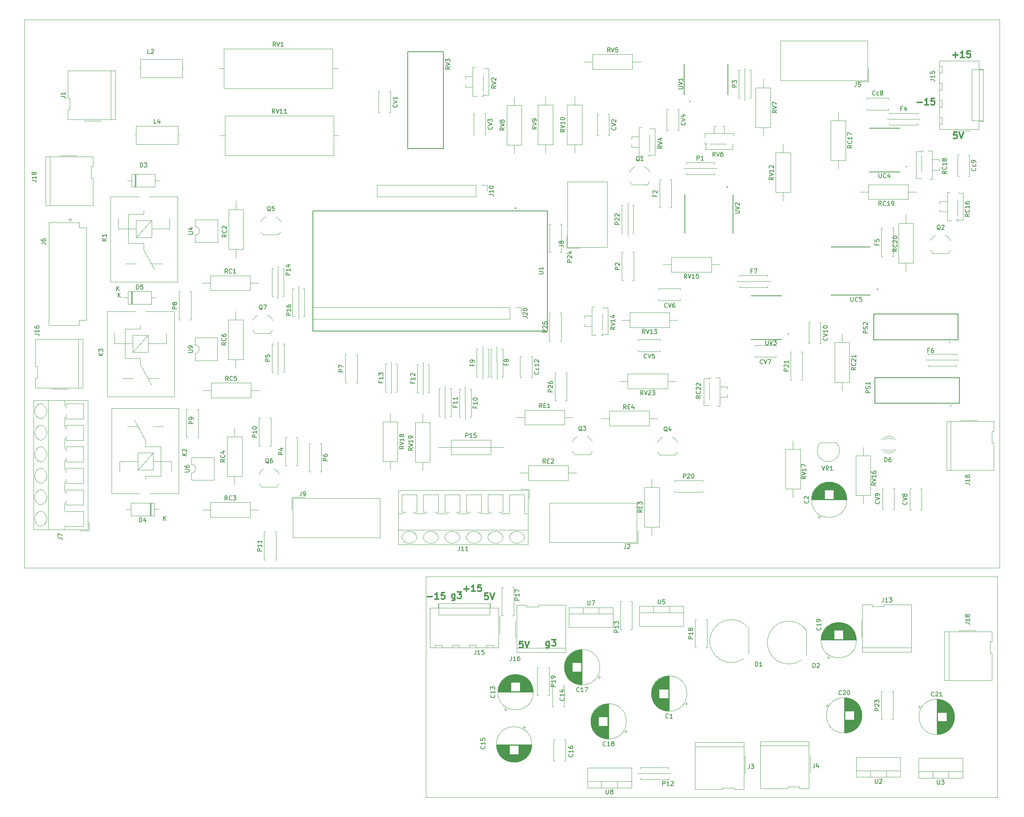
<source format=gbr>
%TF.GenerationSoftware,KiCad,Pcbnew,8.0.3*%
%TF.CreationDate,2024-10-09T15:46:37-03:00*%
%TF.ProjectId,mod_sensado_Prototipo_270624,6d6f645f-7365-46e7-9361-646f5f50726f,rev?*%
%TF.SameCoordinates,Original*%
%TF.FileFunction,Legend,Top*%
%TF.FilePolarity,Positive*%
%FSLAX46Y46*%
G04 Gerber Fmt 4.6, Leading zero omitted, Abs format (unit mm)*
G04 Created by KiCad (PCBNEW 8.0.3) date 2024-10-09 15:46:37*
%MOMM*%
%LPD*%
G01*
G04 APERTURE LIST*
%ADD10C,0.100000*%
%ADD11C,0.300000*%
%ADD12C,0.150000*%
%ADD13C,0.120000*%
%ADD14C,0.127000*%
%ADD15C,0.200000*%
G04 APERTURE END LIST*
D10*
X112230000Y-99450000D02*
X112250000Y-107050000D01*
X223950000Y-93360000D02*
X231460000Y-93370000D01*
X180050000Y-75160000D02*
X187870000Y-75080000D01*
X167730000Y-48790000D02*
X175430000Y-48770000D01*
X121070000Y-90210000D02*
X121060000Y-97930000D01*
X154710000Y-56810000D02*
X154710000Y-64600000D01*
X14660000Y-14230000D02*
X241030000Y-14230000D01*
X241030000Y-141680000D01*
X14660000Y-141680000D01*
X14660000Y-14230000D01*
X156930000Y-189400000D02*
X164620000Y-189430000D01*
X181870000Y-25490000D02*
X181850000Y-33060000D01*
X73500000Y-71490000D02*
X73500000Y-79210000D01*
X99800000Y-93720000D02*
X99830000Y-101140000D01*
X73500000Y-96690000D02*
X73500000Y-89110000D01*
X116920000Y-99520000D02*
X116980000Y-107210000D01*
X214940000Y-37340000D02*
X222520000Y-37340000D01*
X107860000Y-143710000D02*
X240490000Y-143710000D01*
X240490000Y-195020000D01*
X107860000Y-195020000D01*
X107860000Y-143710000D01*
X110660000Y-113640000D02*
X125920000Y-113650000D01*
X78270000Y-76210000D02*
X78260000Y-83840000D01*
X107180000Y-93810000D02*
X107190000Y-101440000D01*
X124310000Y-97940000D02*
X124260000Y-90190000D01*
D11*
X136447368Y-158820828D02*
X136447368Y-160035114D01*
X136447368Y-160035114D02*
X136375939Y-160177971D01*
X136375939Y-160177971D02*
X136304510Y-160249400D01*
X136304510Y-160249400D02*
X136161653Y-160320828D01*
X136161653Y-160320828D02*
X135947368Y-160320828D01*
X135947368Y-160320828D02*
X135804510Y-160249400D01*
X136447368Y-159749400D02*
X136304510Y-159820828D01*
X136304510Y-159820828D02*
X136018796Y-159820828D01*
X136018796Y-159820828D02*
X135875939Y-159749400D01*
X135875939Y-159749400D02*
X135804510Y-159677971D01*
X135804510Y-159677971D02*
X135733082Y-159535114D01*
X135733082Y-159535114D02*
X135733082Y-159106542D01*
X135733082Y-159106542D02*
X135804510Y-158963685D01*
X135804510Y-158963685D02*
X135875939Y-158892257D01*
X135875939Y-158892257D02*
X136018796Y-158820828D01*
X136018796Y-158820828D02*
X136304510Y-158820828D01*
X136304510Y-158820828D02*
X136447368Y-158892257D01*
X137018796Y-158320828D02*
X137947368Y-158320828D01*
X137947368Y-158320828D02*
X137447368Y-158892257D01*
X137447368Y-158892257D02*
X137661653Y-158892257D01*
X137661653Y-158892257D02*
X137804511Y-158963685D01*
X137804511Y-158963685D02*
X137875939Y-159035114D01*
X137875939Y-159035114D02*
X137947368Y-159177971D01*
X137947368Y-159177971D02*
X137947368Y-159535114D01*
X137947368Y-159535114D02*
X137875939Y-159677971D01*
X137875939Y-159677971D02*
X137804511Y-159749400D01*
X137804511Y-159749400D02*
X137661653Y-159820828D01*
X137661653Y-159820828D02*
X137233082Y-159820828D01*
X137233082Y-159820828D02*
X137090225Y-159749400D01*
X137090225Y-159749400D02*
X137018796Y-159677971D01*
X231118796Y-40400828D02*
X230404510Y-40400828D01*
X230404510Y-40400828D02*
X230333082Y-41115114D01*
X230333082Y-41115114D02*
X230404510Y-41043685D01*
X230404510Y-41043685D02*
X230547368Y-40972257D01*
X230547368Y-40972257D02*
X230904510Y-40972257D01*
X230904510Y-40972257D02*
X231047368Y-41043685D01*
X231047368Y-41043685D02*
X231118796Y-41115114D01*
X231118796Y-41115114D02*
X231190225Y-41257971D01*
X231190225Y-41257971D02*
X231190225Y-41615114D01*
X231190225Y-41615114D02*
X231118796Y-41757971D01*
X231118796Y-41757971D02*
X231047368Y-41829400D01*
X231047368Y-41829400D02*
X230904510Y-41900828D01*
X230904510Y-41900828D02*
X230547368Y-41900828D01*
X230547368Y-41900828D02*
X230404510Y-41829400D01*
X230404510Y-41829400D02*
X230333082Y-41757971D01*
X231618796Y-40400828D02*
X232118796Y-41900828D01*
X232118796Y-41900828D02*
X232618796Y-40400828D01*
D12*
X224954819Y-28189523D02*
X225669104Y-28189523D01*
X225669104Y-28189523D02*
X225811961Y-28237142D01*
X225811961Y-28237142D02*
X225907200Y-28332380D01*
X225907200Y-28332380D02*
X225954819Y-28475237D01*
X225954819Y-28475237D02*
X225954819Y-28570475D01*
X225954819Y-27189523D02*
X225954819Y-27760951D01*
X225954819Y-27475237D02*
X224954819Y-27475237D01*
X224954819Y-27475237D02*
X225097676Y-27570475D01*
X225097676Y-27570475D02*
X225192914Y-27665713D01*
X225192914Y-27665713D02*
X225240533Y-27760951D01*
X224954819Y-26284761D02*
X224954819Y-26760951D01*
X224954819Y-26760951D02*
X225431009Y-26808570D01*
X225431009Y-26808570D02*
X225383390Y-26760951D01*
X225383390Y-26760951D02*
X225335771Y-26665713D01*
X225335771Y-26665713D02*
X225335771Y-26427618D01*
X225335771Y-26427618D02*
X225383390Y-26332380D01*
X225383390Y-26332380D02*
X225431009Y-26284761D01*
X225431009Y-26284761D02*
X225526247Y-26237142D01*
X225526247Y-26237142D02*
X225764342Y-26237142D01*
X225764342Y-26237142D02*
X225859580Y-26284761D01*
X225859580Y-26284761D02*
X225907200Y-26332380D01*
X225907200Y-26332380D02*
X225954819Y-26427618D01*
X225954819Y-26427618D02*
X225954819Y-26665713D01*
X225954819Y-26665713D02*
X225907200Y-26760951D01*
X225907200Y-26760951D02*
X225859580Y-26808570D01*
X16364819Y-51659523D02*
X17079104Y-51659523D01*
X17079104Y-51659523D02*
X17221961Y-51707142D01*
X17221961Y-51707142D02*
X17317200Y-51802380D01*
X17317200Y-51802380D02*
X17364819Y-51945237D01*
X17364819Y-51945237D02*
X17364819Y-52040475D01*
X17364819Y-50659523D02*
X17364819Y-51230951D01*
X17364819Y-50945237D02*
X16364819Y-50945237D01*
X16364819Y-50945237D02*
X16507676Y-51040475D01*
X16507676Y-51040475D02*
X16602914Y-51135713D01*
X16602914Y-51135713D02*
X16650533Y-51230951D01*
X16793390Y-50088094D02*
X16745771Y-50183332D01*
X16745771Y-50183332D02*
X16698152Y-50230951D01*
X16698152Y-50230951D02*
X16602914Y-50278570D01*
X16602914Y-50278570D02*
X16555295Y-50278570D01*
X16555295Y-50278570D02*
X16460057Y-50230951D01*
X16460057Y-50230951D02*
X16412438Y-50183332D01*
X16412438Y-50183332D02*
X16364819Y-50088094D01*
X16364819Y-50088094D02*
X16364819Y-49897618D01*
X16364819Y-49897618D02*
X16412438Y-49802380D01*
X16412438Y-49802380D02*
X16460057Y-49754761D01*
X16460057Y-49754761D02*
X16555295Y-49707142D01*
X16555295Y-49707142D02*
X16602914Y-49707142D01*
X16602914Y-49707142D02*
X16698152Y-49754761D01*
X16698152Y-49754761D02*
X16745771Y-49802380D01*
X16745771Y-49802380D02*
X16793390Y-49897618D01*
X16793390Y-49897618D02*
X16793390Y-50088094D01*
X16793390Y-50088094D02*
X16841009Y-50183332D01*
X16841009Y-50183332D02*
X16888628Y-50230951D01*
X16888628Y-50230951D02*
X16983866Y-50278570D01*
X16983866Y-50278570D02*
X17174342Y-50278570D01*
X17174342Y-50278570D02*
X17269580Y-50230951D01*
X17269580Y-50230951D02*
X17317200Y-50183332D01*
X17317200Y-50183332D02*
X17364819Y-50088094D01*
X17364819Y-50088094D02*
X17364819Y-49897618D01*
X17364819Y-49897618D02*
X17317200Y-49802380D01*
X17317200Y-49802380D02*
X17269580Y-49754761D01*
X17269580Y-49754761D02*
X17174342Y-49707142D01*
X17174342Y-49707142D02*
X16983866Y-49707142D01*
X16983866Y-49707142D02*
X16888628Y-49754761D01*
X16888628Y-49754761D02*
X16841009Y-49802380D01*
X16841009Y-49802380D02*
X16793390Y-49897618D01*
D11*
X108154510Y-148369400D02*
X109297368Y-148369400D01*
X110797368Y-148940828D02*
X109940225Y-148940828D01*
X110368796Y-148940828D02*
X110368796Y-147440828D01*
X110368796Y-147440828D02*
X110225939Y-147655114D01*
X110225939Y-147655114D02*
X110083082Y-147797971D01*
X110083082Y-147797971D02*
X109940225Y-147869400D01*
X112154510Y-147440828D02*
X111440224Y-147440828D01*
X111440224Y-147440828D02*
X111368796Y-148155114D01*
X111368796Y-148155114D02*
X111440224Y-148083685D01*
X111440224Y-148083685D02*
X111583082Y-148012257D01*
X111583082Y-148012257D02*
X111940224Y-148012257D01*
X111940224Y-148012257D02*
X112083082Y-148083685D01*
X112083082Y-148083685D02*
X112154510Y-148155114D01*
X112154510Y-148155114D02*
X112225939Y-148297971D01*
X112225939Y-148297971D02*
X112225939Y-148655114D01*
X112225939Y-148655114D02*
X112154510Y-148797971D01*
X112154510Y-148797971D02*
X112083082Y-148869400D01*
X112083082Y-148869400D02*
X111940224Y-148940828D01*
X111940224Y-148940828D02*
X111583082Y-148940828D01*
X111583082Y-148940828D02*
X111440224Y-148869400D01*
X111440224Y-148869400D02*
X111368796Y-148797971D01*
X230204510Y-22469400D02*
X231347368Y-22469400D01*
X230775939Y-23040828D02*
X230775939Y-21897971D01*
X232847368Y-23040828D02*
X231990225Y-23040828D01*
X232418796Y-23040828D02*
X232418796Y-21540828D01*
X232418796Y-21540828D02*
X232275939Y-21755114D01*
X232275939Y-21755114D02*
X232133082Y-21897971D01*
X232133082Y-21897971D02*
X231990225Y-21969400D01*
X234204510Y-21540828D02*
X233490224Y-21540828D01*
X233490224Y-21540828D02*
X233418796Y-22255114D01*
X233418796Y-22255114D02*
X233490224Y-22183685D01*
X233490224Y-22183685D02*
X233633082Y-22112257D01*
X233633082Y-22112257D02*
X233990224Y-22112257D01*
X233990224Y-22112257D02*
X234133082Y-22183685D01*
X234133082Y-22183685D02*
X234204510Y-22255114D01*
X234204510Y-22255114D02*
X234275939Y-22397971D01*
X234275939Y-22397971D02*
X234275939Y-22755114D01*
X234275939Y-22755114D02*
X234204510Y-22897971D01*
X234204510Y-22897971D02*
X234133082Y-22969400D01*
X234133082Y-22969400D02*
X233990224Y-23040828D01*
X233990224Y-23040828D02*
X233633082Y-23040828D01*
X233633082Y-23040828D02*
X233490224Y-22969400D01*
X233490224Y-22969400D02*
X233418796Y-22897971D01*
D12*
X233084819Y-122069523D02*
X233799104Y-122069523D01*
X233799104Y-122069523D02*
X233941961Y-122117142D01*
X233941961Y-122117142D02*
X234037200Y-122212380D01*
X234037200Y-122212380D02*
X234084819Y-122355237D01*
X234084819Y-122355237D02*
X234084819Y-122450475D01*
X234084819Y-121069523D02*
X234084819Y-121640951D01*
X234084819Y-121355237D02*
X233084819Y-121355237D01*
X233084819Y-121355237D02*
X233227676Y-121450475D01*
X233227676Y-121450475D02*
X233322914Y-121545713D01*
X233322914Y-121545713D02*
X233370533Y-121640951D01*
X233513390Y-120498094D02*
X233465771Y-120593332D01*
X233465771Y-120593332D02*
X233418152Y-120640951D01*
X233418152Y-120640951D02*
X233322914Y-120688570D01*
X233322914Y-120688570D02*
X233275295Y-120688570D01*
X233275295Y-120688570D02*
X233180057Y-120640951D01*
X233180057Y-120640951D02*
X233132438Y-120593332D01*
X233132438Y-120593332D02*
X233084819Y-120498094D01*
X233084819Y-120498094D02*
X233084819Y-120307618D01*
X233084819Y-120307618D02*
X233132438Y-120212380D01*
X233132438Y-120212380D02*
X233180057Y-120164761D01*
X233180057Y-120164761D02*
X233275295Y-120117142D01*
X233275295Y-120117142D02*
X233322914Y-120117142D01*
X233322914Y-120117142D02*
X233418152Y-120164761D01*
X233418152Y-120164761D02*
X233465771Y-120212380D01*
X233465771Y-120212380D02*
X233513390Y-120307618D01*
X233513390Y-120307618D02*
X233513390Y-120498094D01*
X233513390Y-120498094D02*
X233561009Y-120593332D01*
X233561009Y-120593332D02*
X233608628Y-120640951D01*
X233608628Y-120640951D02*
X233703866Y-120688570D01*
X233703866Y-120688570D02*
X233894342Y-120688570D01*
X233894342Y-120688570D02*
X233989580Y-120640951D01*
X233989580Y-120640951D02*
X234037200Y-120593332D01*
X234037200Y-120593332D02*
X234084819Y-120498094D01*
X234084819Y-120498094D02*
X234084819Y-120307618D01*
X234084819Y-120307618D02*
X234037200Y-120212380D01*
X234037200Y-120212380D02*
X233989580Y-120164761D01*
X233989580Y-120164761D02*
X233894342Y-120117142D01*
X233894342Y-120117142D02*
X233703866Y-120117142D01*
X233703866Y-120117142D02*
X233608628Y-120164761D01*
X233608628Y-120164761D02*
X233561009Y-120212380D01*
X233561009Y-120212380D02*
X233513390Y-120307618D01*
D11*
X116654510Y-146559400D02*
X117797368Y-146559400D01*
X117225939Y-147130828D02*
X117225939Y-145987971D01*
X119297368Y-147130828D02*
X118440225Y-147130828D01*
X118868796Y-147130828D02*
X118868796Y-145630828D01*
X118868796Y-145630828D02*
X118725939Y-145845114D01*
X118725939Y-145845114D02*
X118583082Y-145987971D01*
X118583082Y-145987971D02*
X118440225Y-146059400D01*
X120654510Y-145630828D02*
X119940224Y-145630828D01*
X119940224Y-145630828D02*
X119868796Y-146345114D01*
X119868796Y-146345114D02*
X119940224Y-146273685D01*
X119940224Y-146273685D02*
X120083082Y-146202257D01*
X120083082Y-146202257D02*
X120440224Y-146202257D01*
X120440224Y-146202257D02*
X120583082Y-146273685D01*
X120583082Y-146273685D02*
X120654510Y-146345114D01*
X120654510Y-146345114D02*
X120725939Y-146487971D01*
X120725939Y-146487971D02*
X120725939Y-146845114D01*
X120725939Y-146845114D02*
X120654510Y-146987971D01*
X120654510Y-146987971D02*
X120583082Y-147059400D01*
X120583082Y-147059400D02*
X120440224Y-147130828D01*
X120440224Y-147130828D02*
X120083082Y-147130828D01*
X120083082Y-147130828D02*
X119940224Y-147059400D01*
X119940224Y-147059400D02*
X119868796Y-146987971D01*
X114567368Y-147750828D02*
X114567368Y-148965114D01*
X114567368Y-148965114D02*
X114495939Y-149107971D01*
X114495939Y-149107971D02*
X114424510Y-149179400D01*
X114424510Y-149179400D02*
X114281653Y-149250828D01*
X114281653Y-149250828D02*
X114067368Y-149250828D01*
X114067368Y-149250828D02*
X113924510Y-149179400D01*
X114567368Y-148679400D02*
X114424510Y-148750828D01*
X114424510Y-148750828D02*
X114138796Y-148750828D01*
X114138796Y-148750828D02*
X113995939Y-148679400D01*
X113995939Y-148679400D02*
X113924510Y-148607971D01*
X113924510Y-148607971D02*
X113853082Y-148465114D01*
X113853082Y-148465114D02*
X113853082Y-148036542D01*
X113853082Y-148036542D02*
X113924510Y-147893685D01*
X113924510Y-147893685D02*
X113995939Y-147822257D01*
X113995939Y-147822257D02*
X114138796Y-147750828D01*
X114138796Y-147750828D02*
X114424510Y-147750828D01*
X114424510Y-147750828D02*
X114567368Y-147822257D01*
X115138796Y-147250828D02*
X116067368Y-147250828D01*
X116067368Y-147250828D02*
X115567368Y-147822257D01*
X115567368Y-147822257D02*
X115781653Y-147822257D01*
X115781653Y-147822257D02*
X115924511Y-147893685D01*
X115924511Y-147893685D02*
X115995939Y-147965114D01*
X115995939Y-147965114D02*
X116067368Y-148107971D01*
X116067368Y-148107971D02*
X116067368Y-148465114D01*
X116067368Y-148465114D02*
X115995939Y-148607971D01*
X115995939Y-148607971D02*
X115924511Y-148679400D01*
X115924511Y-148679400D02*
X115781653Y-148750828D01*
X115781653Y-148750828D02*
X115353082Y-148750828D01*
X115353082Y-148750828D02*
X115210225Y-148679400D01*
X115210225Y-148679400D02*
X115138796Y-148607971D01*
X122268796Y-147530828D02*
X121554510Y-147530828D01*
X121554510Y-147530828D02*
X121483082Y-148245114D01*
X121483082Y-148245114D02*
X121554510Y-148173685D01*
X121554510Y-148173685D02*
X121697368Y-148102257D01*
X121697368Y-148102257D02*
X122054510Y-148102257D01*
X122054510Y-148102257D02*
X122197368Y-148173685D01*
X122197368Y-148173685D02*
X122268796Y-148245114D01*
X122268796Y-148245114D02*
X122340225Y-148387971D01*
X122340225Y-148387971D02*
X122340225Y-148745114D01*
X122340225Y-148745114D02*
X122268796Y-148887971D01*
X122268796Y-148887971D02*
X122197368Y-148959400D01*
X122197368Y-148959400D02*
X122054510Y-149030828D01*
X122054510Y-149030828D02*
X121697368Y-149030828D01*
X121697368Y-149030828D02*
X121554510Y-148959400D01*
X121554510Y-148959400D02*
X121483082Y-148887971D01*
X122768796Y-147530828D02*
X123268796Y-149030828D01*
X123268796Y-149030828D02*
X123768796Y-147530828D01*
X221894510Y-33459400D02*
X223037368Y-33459400D01*
X224537368Y-34030828D02*
X223680225Y-34030828D01*
X224108796Y-34030828D02*
X224108796Y-32530828D01*
X224108796Y-32530828D02*
X223965939Y-32745114D01*
X223965939Y-32745114D02*
X223823082Y-32887971D01*
X223823082Y-32887971D02*
X223680225Y-32959400D01*
X225894510Y-32530828D02*
X225180224Y-32530828D01*
X225180224Y-32530828D02*
X225108796Y-33245114D01*
X225108796Y-33245114D02*
X225180224Y-33173685D01*
X225180224Y-33173685D02*
X225323082Y-33102257D01*
X225323082Y-33102257D02*
X225680224Y-33102257D01*
X225680224Y-33102257D02*
X225823082Y-33173685D01*
X225823082Y-33173685D02*
X225894510Y-33245114D01*
X225894510Y-33245114D02*
X225965939Y-33387971D01*
X225965939Y-33387971D02*
X225965939Y-33745114D01*
X225965939Y-33745114D02*
X225894510Y-33887971D01*
X225894510Y-33887971D02*
X225823082Y-33959400D01*
X225823082Y-33959400D02*
X225680224Y-34030828D01*
X225680224Y-34030828D02*
X225323082Y-34030828D01*
X225323082Y-34030828D02*
X225180224Y-33959400D01*
X225180224Y-33959400D02*
X225108796Y-33887971D01*
X130328796Y-158760828D02*
X129614510Y-158760828D01*
X129614510Y-158760828D02*
X129543082Y-159475114D01*
X129543082Y-159475114D02*
X129614510Y-159403685D01*
X129614510Y-159403685D02*
X129757368Y-159332257D01*
X129757368Y-159332257D02*
X130114510Y-159332257D01*
X130114510Y-159332257D02*
X130257368Y-159403685D01*
X130257368Y-159403685D02*
X130328796Y-159475114D01*
X130328796Y-159475114D02*
X130400225Y-159617971D01*
X130400225Y-159617971D02*
X130400225Y-159975114D01*
X130400225Y-159975114D02*
X130328796Y-160117971D01*
X130328796Y-160117971D02*
X130257368Y-160189400D01*
X130257368Y-160189400D02*
X130114510Y-160260828D01*
X130114510Y-160260828D02*
X129757368Y-160260828D01*
X129757368Y-160260828D02*
X129614510Y-160189400D01*
X129614510Y-160189400D02*
X129543082Y-160117971D01*
X130828796Y-158760828D02*
X131328796Y-160260828D01*
X131328796Y-160260828D02*
X131828796Y-158760828D01*
D12*
X17024819Y-87359523D02*
X17739104Y-87359523D01*
X17739104Y-87359523D02*
X17881961Y-87407142D01*
X17881961Y-87407142D02*
X17977200Y-87502380D01*
X17977200Y-87502380D02*
X18024819Y-87645237D01*
X18024819Y-87645237D02*
X18024819Y-87740475D01*
X18024819Y-86359523D02*
X18024819Y-86930951D01*
X18024819Y-86645237D02*
X17024819Y-86645237D01*
X17024819Y-86645237D02*
X17167676Y-86740475D01*
X17167676Y-86740475D02*
X17262914Y-86835713D01*
X17262914Y-86835713D02*
X17310533Y-86930951D01*
X17024819Y-85502380D02*
X17024819Y-85692856D01*
X17024819Y-85692856D02*
X17072438Y-85788094D01*
X17072438Y-85788094D02*
X17120057Y-85835713D01*
X17120057Y-85835713D02*
X17262914Y-85930951D01*
X17262914Y-85930951D02*
X17453390Y-85978570D01*
X17453390Y-85978570D02*
X17834342Y-85978570D01*
X17834342Y-85978570D02*
X17929580Y-85930951D01*
X17929580Y-85930951D02*
X17977200Y-85883332D01*
X17977200Y-85883332D02*
X18024819Y-85788094D01*
X18024819Y-85788094D02*
X18024819Y-85597618D01*
X18024819Y-85597618D02*
X17977200Y-85502380D01*
X17977200Y-85502380D02*
X17929580Y-85454761D01*
X17929580Y-85454761D02*
X17834342Y-85407142D01*
X17834342Y-85407142D02*
X17596247Y-85407142D01*
X17596247Y-85407142D02*
X17501009Y-85454761D01*
X17501009Y-85454761D02*
X17453390Y-85502380D01*
X17453390Y-85502380D02*
X17405771Y-85597618D01*
X17405771Y-85597618D02*
X17405771Y-85788094D01*
X17405771Y-85788094D02*
X17453390Y-85883332D01*
X17453390Y-85883332D02*
X17501009Y-85930951D01*
X17501009Y-85930951D02*
X17596247Y-85978570D01*
X207624819Y-95072857D02*
X207148628Y-95406190D01*
X207624819Y-95644285D02*
X206624819Y-95644285D01*
X206624819Y-95644285D02*
X206624819Y-95263333D01*
X206624819Y-95263333D02*
X206672438Y-95168095D01*
X206672438Y-95168095D02*
X206720057Y-95120476D01*
X206720057Y-95120476D02*
X206815295Y-95072857D01*
X206815295Y-95072857D02*
X206958152Y-95072857D01*
X206958152Y-95072857D02*
X207053390Y-95120476D01*
X207053390Y-95120476D02*
X207101009Y-95168095D01*
X207101009Y-95168095D02*
X207148628Y-95263333D01*
X207148628Y-95263333D02*
X207148628Y-95644285D01*
X207529580Y-94072857D02*
X207577200Y-94120476D01*
X207577200Y-94120476D02*
X207624819Y-94263333D01*
X207624819Y-94263333D02*
X207624819Y-94358571D01*
X207624819Y-94358571D02*
X207577200Y-94501428D01*
X207577200Y-94501428D02*
X207481961Y-94596666D01*
X207481961Y-94596666D02*
X207386723Y-94644285D01*
X207386723Y-94644285D02*
X207196247Y-94691904D01*
X207196247Y-94691904D02*
X207053390Y-94691904D01*
X207053390Y-94691904D02*
X206862914Y-94644285D01*
X206862914Y-94644285D02*
X206767676Y-94596666D01*
X206767676Y-94596666D02*
X206672438Y-94501428D01*
X206672438Y-94501428D02*
X206624819Y-94358571D01*
X206624819Y-94358571D02*
X206624819Y-94263333D01*
X206624819Y-94263333D02*
X206672438Y-94120476D01*
X206672438Y-94120476D02*
X206720057Y-94072857D01*
X206720057Y-93691904D02*
X206672438Y-93644285D01*
X206672438Y-93644285D02*
X206624819Y-93549047D01*
X206624819Y-93549047D02*
X206624819Y-93310952D01*
X206624819Y-93310952D02*
X206672438Y-93215714D01*
X206672438Y-93215714D02*
X206720057Y-93168095D01*
X206720057Y-93168095D02*
X206815295Y-93120476D01*
X206815295Y-93120476D02*
X206910533Y-93120476D01*
X206910533Y-93120476D02*
X207053390Y-93168095D01*
X207053390Y-93168095D02*
X207624819Y-93739523D01*
X207624819Y-93739523D02*
X207624819Y-93120476D01*
X207624819Y-92168095D02*
X207624819Y-92739523D01*
X207624819Y-92453809D02*
X206624819Y-92453809D01*
X206624819Y-92453809D02*
X206767676Y-92549047D01*
X206767676Y-92549047D02*
X206862914Y-92644285D01*
X206862914Y-92644285D02*
X206910533Y-92739523D01*
X212128095Y-190774819D02*
X212128095Y-191584342D01*
X212128095Y-191584342D02*
X212175714Y-191679580D01*
X212175714Y-191679580D02*
X212223333Y-191727200D01*
X212223333Y-191727200D02*
X212318571Y-191774819D01*
X212318571Y-191774819D02*
X212509047Y-191774819D01*
X212509047Y-191774819D02*
X212604285Y-191727200D01*
X212604285Y-191727200D02*
X212651904Y-191679580D01*
X212651904Y-191679580D02*
X212699523Y-191584342D01*
X212699523Y-191584342D02*
X212699523Y-190774819D01*
X213128095Y-190870057D02*
X213175714Y-190822438D01*
X213175714Y-190822438D02*
X213270952Y-190774819D01*
X213270952Y-190774819D02*
X213509047Y-190774819D01*
X213509047Y-190774819D02*
X213604285Y-190822438D01*
X213604285Y-190822438D02*
X213651904Y-190870057D01*
X213651904Y-190870057D02*
X213699523Y-190965295D01*
X213699523Y-190965295D02*
X213699523Y-191060533D01*
X213699523Y-191060533D02*
X213651904Y-191203390D01*
X213651904Y-191203390D02*
X213080476Y-191774819D01*
X213080476Y-191774819D02*
X213699523Y-191774819D01*
X200949580Y-88161428D02*
X200997200Y-88209047D01*
X200997200Y-88209047D02*
X201044819Y-88351904D01*
X201044819Y-88351904D02*
X201044819Y-88447142D01*
X201044819Y-88447142D02*
X200997200Y-88589999D01*
X200997200Y-88589999D02*
X200901961Y-88685237D01*
X200901961Y-88685237D02*
X200806723Y-88732856D01*
X200806723Y-88732856D02*
X200616247Y-88780475D01*
X200616247Y-88780475D02*
X200473390Y-88780475D01*
X200473390Y-88780475D02*
X200282914Y-88732856D01*
X200282914Y-88732856D02*
X200187676Y-88685237D01*
X200187676Y-88685237D02*
X200092438Y-88589999D01*
X200092438Y-88589999D02*
X200044819Y-88447142D01*
X200044819Y-88447142D02*
X200044819Y-88351904D01*
X200044819Y-88351904D02*
X200092438Y-88209047D01*
X200092438Y-88209047D02*
X200140057Y-88161428D01*
X200044819Y-87875713D02*
X201044819Y-87542380D01*
X201044819Y-87542380D02*
X200044819Y-87209047D01*
X201044819Y-86351904D02*
X201044819Y-86923332D01*
X201044819Y-86637618D02*
X200044819Y-86637618D01*
X200044819Y-86637618D02*
X200187676Y-86732856D01*
X200187676Y-86732856D02*
X200282914Y-86828094D01*
X200282914Y-86828094D02*
X200330533Y-86923332D01*
X200044819Y-85732856D02*
X200044819Y-85637618D01*
X200044819Y-85637618D02*
X200092438Y-85542380D01*
X200092438Y-85542380D02*
X200140057Y-85494761D01*
X200140057Y-85494761D02*
X200235295Y-85447142D01*
X200235295Y-85447142D02*
X200425771Y-85399523D01*
X200425771Y-85399523D02*
X200663866Y-85399523D01*
X200663866Y-85399523D02*
X200854342Y-85447142D01*
X200854342Y-85447142D02*
X200949580Y-85494761D01*
X200949580Y-85494761D02*
X200997200Y-85542380D01*
X200997200Y-85542380D02*
X201044819Y-85637618D01*
X201044819Y-85637618D02*
X201044819Y-85732856D01*
X201044819Y-85732856D02*
X200997200Y-85828094D01*
X200997200Y-85828094D02*
X200949580Y-85875713D01*
X200949580Y-85875713D02*
X200854342Y-85923332D01*
X200854342Y-85923332D02*
X200663866Y-85970951D01*
X200663866Y-85970951D02*
X200425771Y-85970951D01*
X200425771Y-85970951D02*
X200235295Y-85923332D01*
X200235295Y-85923332D02*
X200140057Y-85875713D01*
X200140057Y-85875713D02*
X200092438Y-85828094D01*
X200092438Y-85828094D02*
X200044819Y-85732856D01*
X144054761Y-109840057D02*
X143959523Y-109792438D01*
X143959523Y-109792438D02*
X143864285Y-109697200D01*
X143864285Y-109697200D02*
X143721428Y-109554342D01*
X143721428Y-109554342D02*
X143626190Y-109506723D01*
X143626190Y-109506723D02*
X143530952Y-109506723D01*
X143578571Y-109744819D02*
X143483333Y-109697200D01*
X143483333Y-109697200D02*
X143388095Y-109601961D01*
X143388095Y-109601961D02*
X143340476Y-109411485D01*
X143340476Y-109411485D02*
X143340476Y-109078152D01*
X143340476Y-109078152D02*
X143388095Y-108887676D01*
X143388095Y-108887676D02*
X143483333Y-108792438D01*
X143483333Y-108792438D02*
X143578571Y-108744819D01*
X143578571Y-108744819D02*
X143769047Y-108744819D01*
X143769047Y-108744819D02*
X143864285Y-108792438D01*
X143864285Y-108792438D02*
X143959523Y-108887676D01*
X143959523Y-108887676D02*
X144007142Y-109078152D01*
X144007142Y-109078152D02*
X144007142Y-109411485D01*
X144007142Y-109411485D02*
X143959523Y-109601961D01*
X143959523Y-109601961D02*
X143864285Y-109697200D01*
X143864285Y-109697200D02*
X143769047Y-109744819D01*
X143769047Y-109744819D02*
X143578571Y-109744819D01*
X144340476Y-108744819D02*
X144959523Y-108744819D01*
X144959523Y-108744819D02*
X144626190Y-109125771D01*
X144626190Y-109125771D02*
X144769047Y-109125771D01*
X144769047Y-109125771D02*
X144864285Y-109173390D01*
X144864285Y-109173390D02*
X144911904Y-109221009D01*
X144911904Y-109221009D02*
X144959523Y-109316247D01*
X144959523Y-109316247D02*
X144959523Y-109554342D01*
X144959523Y-109554342D02*
X144911904Y-109649580D01*
X144911904Y-109649580D02*
X144864285Y-109697200D01*
X144864285Y-109697200D02*
X144769047Y-109744819D01*
X144769047Y-109744819D02*
X144483333Y-109744819D01*
X144483333Y-109744819D02*
X144388095Y-109697200D01*
X144388095Y-109697200D02*
X144340476Y-109649580D01*
X184346905Y-164559819D02*
X184346905Y-163559819D01*
X184346905Y-163559819D02*
X184585000Y-163559819D01*
X184585000Y-163559819D02*
X184727857Y-163607438D01*
X184727857Y-163607438D02*
X184823095Y-163702676D01*
X184823095Y-163702676D02*
X184870714Y-163797914D01*
X184870714Y-163797914D02*
X184918333Y-163988390D01*
X184918333Y-163988390D02*
X184918333Y-164131247D01*
X184918333Y-164131247D02*
X184870714Y-164321723D01*
X184870714Y-164321723D02*
X184823095Y-164416961D01*
X184823095Y-164416961D02*
X184727857Y-164512200D01*
X184727857Y-164512200D02*
X184585000Y-164559819D01*
X184585000Y-164559819D02*
X184346905Y-164559819D01*
X185870714Y-164559819D02*
X185299286Y-164559819D01*
X185585000Y-164559819D02*
X185585000Y-163559819D01*
X185585000Y-163559819D02*
X185489762Y-163702676D01*
X185489762Y-163702676D02*
X185394524Y-163797914D01*
X185394524Y-163797914D02*
X185299286Y-163845533D01*
X69854761Y-81640057D02*
X69759523Y-81592438D01*
X69759523Y-81592438D02*
X69664285Y-81497200D01*
X69664285Y-81497200D02*
X69521428Y-81354342D01*
X69521428Y-81354342D02*
X69426190Y-81306723D01*
X69426190Y-81306723D02*
X69330952Y-81306723D01*
X69378571Y-81544819D02*
X69283333Y-81497200D01*
X69283333Y-81497200D02*
X69188095Y-81401961D01*
X69188095Y-81401961D02*
X69140476Y-81211485D01*
X69140476Y-81211485D02*
X69140476Y-80878152D01*
X69140476Y-80878152D02*
X69188095Y-80687676D01*
X69188095Y-80687676D02*
X69283333Y-80592438D01*
X69283333Y-80592438D02*
X69378571Y-80544819D01*
X69378571Y-80544819D02*
X69569047Y-80544819D01*
X69569047Y-80544819D02*
X69664285Y-80592438D01*
X69664285Y-80592438D02*
X69759523Y-80687676D01*
X69759523Y-80687676D02*
X69807142Y-80878152D01*
X69807142Y-80878152D02*
X69807142Y-81211485D01*
X69807142Y-81211485D02*
X69759523Y-81401961D01*
X69759523Y-81401961D02*
X69664285Y-81497200D01*
X69664285Y-81497200D02*
X69569047Y-81544819D01*
X69569047Y-81544819D02*
X69378571Y-81544819D01*
X70140476Y-80544819D02*
X70807142Y-80544819D01*
X70807142Y-80544819D02*
X70378571Y-81544819D01*
X134054612Y-73342198D02*
X134864448Y-73342198D01*
X134864448Y-73342198D02*
X134959723Y-73294561D01*
X134959723Y-73294561D02*
X135007361Y-73246924D01*
X135007361Y-73246924D02*
X135054998Y-73151649D01*
X135054998Y-73151649D02*
X135054998Y-72961099D01*
X135054998Y-72961099D02*
X135007361Y-72865824D01*
X135007361Y-72865824D02*
X134959723Y-72818187D01*
X134959723Y-72818187D02*
X134864448Y-72770549D01*
X134864448Y-72770549D02*
X134054612Y-72770549D01*
X135054998Y-71770164D02*
X135054998Y-72341813D01*
X135054998Y-72055988D02*
X134054612Y-72055988D01*
X134054612Y-72055988D02*
X134197524Y-72151263D01*
X134197524Y-72151263D02*
X134292799Y-72246538D01*
X134292799Y-72246538D02*
X134340437Y-72341813D01*
X214055476Y-148619819D02*
X214055476Y-149334104D01*
X214055476Y-149334104D02*
X214007857Y-149476961D01*
X214007857Y-149476961D02*
X213912619Y-149572200D01*
X213912619Y-149572200D02*
X213769762Y-149619819D01*
X213769762Y-149619819D02*
X213674524Y-149619819D01*
X215055476Y-149619819D02*
X214484048Y-149619819D01*
X214769762Y-149619819D02*
X214769762Y-148619819D01*
X214769762Y-148619819D02*
X214674524Y-148762676D01*
X214674524Y-148762676D02*
X214579286Y-148857914D01*
X214579286Y-148857914D02*
X214484048Y-148905533D01*
X215388810Y-148619819D02*
X216007857Y-148619819D01*
X216007857Y-148619819D02*
X215674524Y-149000771D01*
X215674524Y-149000771D02*
X215817381Y-149000771D01*
X215817381Y-149000771D02*
X215912619Y-149048390D01*
X215912619Y-149048390D02*
X215960238Y-149096009D01*
X215960238Y-149096009D02*
X216007857Y-149191247D01*
X216007857Y-149191247D02*
X216007857Y-149429342D01*
X216007857Y-149429342D02*
X215960238Y-149524580D01*
X215960238Y-149524580D02*
X215912619Y-149572200D01*
X215912619Y-149572200D02*
X215817381Y-149619819D01*
X215817381Y-149619819D02*
X215531667Y-149619819D01*
X215531667Y-149619819D02*
X215436429Y-149572200D01*
X215436429Y-149572200D02*
X215388810Y-149524580D01*
X212324819Y-121901428D02*
X211848628Y-122234761D01*
X212324819Y-122472856D02*
X211324819Y-122472856D01*
X211324819Y-122472856D02*
X211324819Y-122091904D01*
X211324819Y-122091904D02*
X211372438Y-121996666D01*
X211372438Y-121996666D02*
X211420057Y-121949047D01*
X211420057Y-121949047D02*
X211515295Y-121901428D01*
X211515295Y-121901428D02*
X211658152Y-121901428D01*
X211658152Y-121901428D02*
X211753390Y-121949047D01*
X211753390Y-121949047D02*
X211801009Y-121996666D01*
X211801009Y-121996666D02*
X211848628Y-122091904D01*
X211848628Y-122091904D02*
X211848628Y-122472856D01*
X211324819Y-121615713D02*
X212324819Y-121282380D01*
X212324819Y-121282380D02*
X211324819Y-120949047D01*
X212324819Y-120091904D02*
X212324819Y-120663332D01*
X212324819Y-120377618D02*
X211324819Y-120377618D01*
X211324819Y-120377618D02*
X211467676Y-120472856D01*
X211467676Y-120472856D02*
X211562914Y-120568094D01*
X211562914Y-120568094D02*
X211610533Y-120663332D01*
X211324819Y-119234761D02*
X211324819Y-119425237D01*
X211324819Y-119425237D02*
X211372438Y-119520475D01*
X211372438Y-119520475D02*
X211420057Y-119568094D01*
X211420057Y-119568094D02*
X211562914Y-119663332D01*
X211562914Y-119663332D02*
X211753390Y-119710951D01*
X211753390Y-119710951D02*
X212134342Y-119710951D01*
X212134342Y-119710951D02*
X212229580Y-119663332D01*
X212229580Y-119663332D02*
X212277200Y-119615713D01*
X212277200Y-119615713D02*
X212324819Y-119520475D01*
X212324819Y-119520475D02*
X212324819Y-119329999D01*
X212324819Y-119329999D02*
X212277200Y-119234761D01*
X212277200Y-119234761D02*
X212229580Y-119187142D01*
X212229580Y-119187142D02*
X212134342Y-119139523D01*
X212134342Y-119139523D02*
X211896247Y-119139523D01*
X211896247Y-119139523D02*
X211801009Y-119187142D01*
X211801009Y-119187142D02*
X211753390Y-119234761D01*
X211753390Y-119234761D02*
X211705771Y-119329999D01*
X211705771Y-119329999D02*
X211705771Y-119520475D01*
X211705771Y-119520475D02*
X211753390Y-119615713D01*
X211753390Y-119615713D02*
X211801009Y-119663332D01*
X211801009Y-119663332D02*
X211896247Y-119710951D01*
X149587142Y-182969580D02*
X149539523Y-183017200D01*
X149539523Y-183017200D02*
X149396666Y-183064819D01*
X149396666Y-183064819D02*
X149301428Y-183064819D01*
X149301428Y-183064819D02*
X149158571Y-183017200D01*
X149158571Y-183017200D02*
X149063333Y-182921961D01*
X149063333Y-182921961D02*
X149015714Y-182826723D01*
X149015714Y-182826723D02*
X148968095Y-182636247D01*
X148968095Y-182636247D02*
X148968095Y-182493390D01*
X148968095Y-182493390D02*
X149015714Y-182302914D01*
X149015714Y-182302914D02*
X149063333Y-182207676D01*
X149063333Y-182207676D02*
X149158571Y-182112438D01*
X149158571Y-182112438D02*
X149301428Y-182064819D01*
X149301428Y-182064819D02*
X149396666Y-182064819D01*
X149396666Y-182064819D02*
X149539523Y-182112438D01*
X149539523Y-182112438D02*
X149587142Y-182160057D01*
X150539523Y-183064819D02*
X149968095Y-183064819D01*
X150253809Y-183064819D02*
X150253809Y-182064819D01*
X150253809Y-182064819D02*
X150158571Y-182207676D01*
X150158571Y-182207676D02*
X150063333Y-182302914D01*
X150063333Y-182302914D02*
X149968095Y-182350533D01*
X151110952Y-182493390D02*
X151015714Y-182445771D01*
X151015714Y-182445771D02*
X150968095Y-182398152D01*
X150968095Y-182398152D02*
X150920476Y-182302914D01*
X150920476Y-182302914D02*
X150920476Y-182255295D01*
X150920476Y-182255295D02*
X150968095Y-182160057D01*
X150968095Y-182160057D02*
X151015714Y-182112438D01*
X151015714Y-182112438D02*
X151110952Y-182064819D01*
X151110952Y-182064819D02*
X151301428Y-182064819D01*
X151301428Y-182064819D02*
X151396666Y-182112438D01*
X151396666Y-182112438D02*
X151444285Y-182160057D01*
X151444285Y-182160057D02*
X151491904Y-182255295D01*
X151491904Y-182255295D02*
X151491904Y-182302914D01*
X151491904Y-182302914D02*
X151444285Y-182398152D01*
X151444285Y-182398152D02*
X151396666Y-182445771D01*
X151396666Y-182445771D02*
X151301428Y-182493390D01*
X151301428Y-182493390D02*
X151110952Y-182493390D01*
X151110952Y-182493390D02*
X151015714Y-182541009D01*
X151015714Y-182541009D02*
X150968095Y-182588628D01*
X150968095Y-182588628D02*
X150920476Y-182683866D01*
X150920476Y-182683866D02*
X150920476Y-182874342D01*
X150920476Y-182874342D02*
X150968095Y-182969580D01*
X150968095Y-182969580D02*
X151015714Y-183017200D01*
X151015714Y-183017200D02*
X151110952Y-183064819D01*
X151110952Y-183064819D02*
X151301428Y-183064819D01*
X151301428Y-183064819D02*
X151396666Y-183017200D01*
X151396666Y-183017200D02*
X151444285Y-182969580D01*
X151444285Y-182969580D02*
X151491904Y-182874342D01*
X151491904Y-182874342D02*
X151491904Y-182683866D01*
X151491904Y-182683866D02*
X151444285Y-182588628D01*
X151444285Y-182588628D02*
X151396666Y-182541009D01*
X151396666Y-182541009D02*
X151301428Y-182493390D01*
X138777319Y-66710833D02*
X139491604Y-66710833D01*
X139491604Y-66710833D02*
X139634461Y-66758452D01*
X139634461Y-66758452D02*
X139729700Y-66853690D01*
X139729700Y-66853690D02*
X139777319Y-66996547D01*
X139777319Y-66996547D02*
X139777319Y-67091785D01*
X139205890Y-66091785D02*
X139158271Y-66187023D01*
X139158271Y-66187023D02*
X139110652Y-66234642D01*
X139110652Y-66234642D02*
X139015414Y-66282261D01*
X139015414Y-66282261D02*
X138967795Y-66282261D01*
X138967795Y-66282261D02*
X138872557Y-66234642D01*
X138872557Y-66234642D02*
X138824938Y-66187023D01*
X138824938Y-66187023D02*
X138777319Y-66091785D01*
X138777319Y-66091785D02*
X138777319Y-65901309D01*
X138777319Y-65901309D02*
X138824938Y-65806071D01*
X138824938Y-65806071D02*
X138872557Y-65758452D01*
X138872557Y-65758452D02*
X138967795Y-65710833D01*
X138967795Y-65710833D02*
X139015414Y-65710833D01*
X139015414Y-65710833D02*
X139110652Y-65758452D01*
X139110652Y-65758452D02*
X139158271Y-65806071D01*
X139158271Y-65806071D02*
X139205890Y-65901309D01*
X139205890Y-65901309D02*
X139205890Y-66091785D01*
X139205890Y-66091785D02*
X139253509Y-66187023D01*
X139253509Y-66187023D02*
X139301128Y-66234642D01*
X139301128Y-66234642D02*
X139396366Y-66282261D01*
X139396366Y-66282261D02*
X139586842Y-66282261D01*
X139586842Y-66282261D02*
X139682080Y-66234642D01*
X139682080Y-66234642D02*
X139729700Y-66187023D01*
X139729700Y-66187023D02*
X139777319Y-66091785D01*
X139777319Y-66091785D02*
X139777319Y-65901309D01*
X139777319Y-65901309D02*
X139729700Y-65806071D01*
X139729700Y-65806071D02*
X139682080Y-65758452D01*
X139682080Y-65758452D02*
X139586842Y-65710833D01*
X139586842Y-65710833D02*
X139396366Y-65710833D01*
X139396366Y-65710833D02*
X139301128Y-65758452D01*
X139301128Y-65758452D02*
X139253509Y-65806071D01*
X139253509Y-65806071D02*
X139205890Y-65901309D01*
X234024819Y-59422857D02*
X233548628Y-59756190D01*
X234024819Y-59994285D02*
X233024819Y-59994285D01*
X233024819Y-59994285D02*
X233024819Y-59613333D01*
X233024819Y-59613333D02*
X233072438Y-59518095D01*
X233072438Y-59518095D02*
X233120057Y-59470476D01*
X233120057Y-59470476D02*
X233215295Y-59422857D01*
X233215295Y-59422857D02*
X233358152Y-59422857D01*
X233358152Y-59422857D02*
X233453390Y-59470476D01*
X233453390Y-59470476D02*
X233501009Y-59518095D01*
X233501009Y-59518095D02*
X233548628Y-59613333D01*
X233548628Y-59613333D02*
X233548628Y-59994285D01*
X233929580Y-58422857D02*
X233977200Y-58470476D01*
X233977200Y-58470476D02*
X234024819Y-58613333D01*
X234024819Y-58613333D02*
X234024819Y-58708571D01*
X234024819Y-58708571D02*
X233977200Y-58851428D01*
X233977200Y-58851428D02*
X233881961Y-58946666D01*
X233881961Y-58946666D02*
X233786723Y-58994285D01*
X233786723Y-58994285D02*
X233596247Y-59041904D01*
X233596247Y-59041904D02*
X233453390Y-59041904D01*
X233453390Y-59041904D02*
X233262914Y-58994285D01*
X233262914Y-58994285D02*
X233167676Y-58946666D01*
X233167676Y-58946666D02*
X233072438Y-58851428D01*
X233072438Y-58851428D02*
X233024819Y-58708571D01*
X233024819Y-58708571D02*
X233024819Y-58613333D01*
X233024819Y-58613333D02*
X233072438Y-58470476D01*
X233072438Y-58470476D02*
X233120057Y-58422857D01*
X234024819Y-57470476D02*
X234024819Y-58041904D01*
X234024819Y-57756190D02*
X233024819Y-57756190D01*
X233024819Y-57756190D02*
X233167676Y-57851428D01*
X233167676Y-57851428D02*
X233262914Y-57946666D01*
X233262914Y-57946666D02*
X233310533Y-58041904D01*
X233024819Y-56613333D02*
X233024819Y-56803809D01*
X233024819Y-56803809D02*
X233072438Y-56899047D01*
X233072438Y-56899047D02*
X233120057Y-56946666D01*
X233120057Y-56946666D02*
X233262914Y-57041904D01*
X233262914Y-57041904D02*
X233453390Y-57089523D01*
X233453390Y-57089523D02*
X233834342Y-57089523D01*
X233834342Y-57089523D02*
X233929580Y-57041904D01*
X233929580Y-57041904D02*
X233977200Y-56994285D01*
X233977200Y-56994285D02*
X234024819Y-56899047D01*
X234024819Y-56899047D02*
X234024819Y-56708571D01*
X234024819Y-56708571D02*
X233977200Y-56613333D01*
X233977200Y-56613333D02*
X233929580Y-56565714D01*
X233929580Y-56565714D02*
X233834342Y-56518095D01*
X233834342Y-56518095D02*
X233596247Y-56518095D01*
X233596247Y-56518095D02*
X233501009Y-56565714D01*
X233501009Y-56565714D02*
X233453390Y-56613333D01*
X233453390Y-56613333D02*
X233405771Y-56708571D01*
X233405771Y-56708571D02*
X233405771Y-56899047D01*
X233405771Y-56899047D02*
X233453390Y-56994285D01*
X233453390Y-56994285D02*
X233501009Y-57041904D01*
X233501009Y-57041904D02*
X233596247Y-57089523D01*
X161011009Y-55013333D02*
X161011009Y-55346666D01*
X161534819Y-55346666D02*
X160534819Y-55346666D01*
X160534819Y-55346666D02*
X160534819Y-54870476D01*
X160630057Y-54537142D02*
X160582438Y-54489523D01*
X160582438Y-54489523D02*
X160534819Y-54394285D01*
X160534819Y-54394285D02*
X160534819Y-54156190D01*
X160534819Y-54156190D02*
X160582438Y-54060952D01*
X160582438Y-54060952D02*
X160630057Y-54013333D01*
X160630057Y-54013333D02*
X160725295Y-53965714D01*
X160725295Y-53965714D02*
X160820533Y-53965714D01*
X160820533Y-53965714D02*
X160963390Y-54013333D01*
X160963390Y-54013333D02*
X161534819Y-54584761D01*
X161534819Y-54584761D02*
X161534819Y-53965714D01*
X199419580Y-155562857D02*
X199467200Y-155610476D01*
X199467200Y-155610476D02*
X199514819Y-155753333D01*
X199514819Y-155753333D02*
X199514819Y-155848571D01*
X199514819Y-155848571D02*
X199467200Y-155991428D01*
X199467200Y-155991428D02*
X199371961Y-156086666D01*
X199371961Y-156086666D02*
X199276723Y-156134285D01*
X199276723Y-156134285D02*
X199086247Y-156181904D01*
X199086247Y-156181904D02*
X198943390Y-156181904D01*
X198943390Y-156181904D02*
X198752914Y-156134285D01*
X198752914Y-156134285D02*
X198657676Y-156086666D01*
X198657676Y-156086666D02*
X198562438Y-155991428D01*
X198562438Y-155991428D02*
X198514819Y-155848571D01*
X198514819Y-155848571D02*
X198514819Y-155753333D01*
X198514819Y-155753333D02*
X198562438Y-155610476D01*
X198562438Y-155610476D02*
X198610057Y-155562857D01*
X199514819Y-154610476D02*
X199514819Y-155181904D01*
X199514819Y-154896190D02*
X198514819Y-154896190D01*
X198514819Y-154896190D02*
X198657676Y-154991428D01*
X198657676Y-154991428D02*
X198752914Y-155086666D01*
X198752914Y-155086666D02*
X198800533Y-155181904D01*
X199514819Y-154134285D02*
X199514819Y-153943809D01*
X199514819Y-153943809D02*
X199467200Y-153848571D01*
X199467200Y-153848571D02*
X199419580Y-153800952D01*
X199419580Y-153800952D02*
X199276723Y-153705714D01*
X199276723Y-153705714D02*
X199086247Y-153658095D01*
X199086247Y-153658095D02*
X198705295Y-153658095D01*
X198705295Y-153658095D02*
X198610057Y-153705714D01*
X198610057Y-153705714D02*
X198562438Y-153753333D01*
X198562438Y-153753333D02*
X198514819Y-153848571D01*
X198514819Y-153848571D02*
X198514819Y-154039047D01*
X198514819Y-154039047D02*
X198562438Y-154134285D01*
X198562438Y-154134285D02*
X198610057Y-154181904D01*
X198610057Y-154181904D02*
X198705295Y-154229523D01*
X198705295Y-154229523D02*
X198943390Y-154229523D01*
X198943390Y-154229523D02*
X199038628Y-154181904D01*
X199038628Y-154181904D02*
X199086247Y-154134285D01*
X199086247Y-154134285D02*
X199133866Y-154039047D01*
X199133866Y-154039047D02*
X199133866Y-153848571D01*
X199133866Y-153848571D02*
X199086247Y-153753333D01*
X199086247Y-153753333D02*
X199038628Y-153705714D01*
X199038628Y-153705714D02*
X198943390Y-153658095D01*
X72929761Y-20444819D02*
X72596428Y-19968628D01*
X72358333Y-20444819D02*
X72358333Y-19444819D01*
X72358333Y-19444819D02*
X72739285Y-19444819D01*
X72739285Y-19444819D02*
X72834523Y-19492438D01*
X72834523Y-19492438D02*
X72882142Y-19540057D01*
X72882142Y-19540057D02*
X72929761Y-19635295D01*
X72929761Y-19635295D02*
X72929761Y-19778152D01*
X72929761Y-19778152D02*
X72882142Y-19873390D01*
X72882142Y-19873390D02*
X72834523Y-19921009D01*
X72834523Y-19921009D02*
X72739285Y-19968628D01*
X72739285Y-19968628D02*
X72358333Y-19968628D01*
X73215476Y-19444819D02*
X73548809Y-20444819D01*
X73548809Y-20444819D02*
X73882142Y-19444819D01*
X74739285Y-20444819D02*
X74167857Y-20444819D01*
X74453571Y-20444819D02*
X74453571Y-19444819D01*
X74453571Y-19444819D02*
X74358333Y-19587676D01*
X74358333Y-19587676D02*
X74263095Y-19682914D01*
X74263095Y-19682914D02*
X74167857Y-19730533D01*
X69714819Y-137774285D02*
X68714819Y-137774285D01*
X68714819Y-137774285D02*
X68714819Y-137393333D01*
X68714819Y-137393333D02*
X68762438Y-137298095D01*
X68762438Y-137298095D02*
X68810057Y-137250476D01*
X68810057Y-137250476D02*
X68905295Y-137202857D01*
X68905295Y-137202857D02*
X69048152Y-137202857D01*
X69048152Y-137202857D02*
X69143390Y-137250476D01*
X69143390Y-137250476D02*
X69191009Y-137298095D01*
X69191009Y-137298095D02*
X69238628Y-137393333D01*
X69238628Y-137393333D02*
X69238628Y-137774285D01*
X69714819Y-136250476D02*
X69714819Y-136821904D01*
X69714819Y-136536190D02*
X68714819Y-136536190D01*
X68714819Y-136536190D02*
X68857676Y-136631428D01*
X68857676Y-136631428D02*
X68952914Y-136726666D01*
X68952914Y-136726666D02*
X69000533Y-136821904D01*
X69714819Y-135298095D02*
X69714819Y-135869523D01*
X69714819Y-135583809D02*
X68714819Y-135583809D01*
X68714819Y-135583809D02*
X68857676Y-135679047D01*
X68857676Y-135679047D02*
X68952914Y-135774285D01*
X68952914Y-135774285D02*
X69000533Y-135869523D01*
X119271009Y-104159523D02*
X119271009Y-104492856D01*
X119794819Y-104492856D02*
X118794819Y-104492856D01*
X118794819Y-104492856D02*
X118794819Y-104016666D01*
X119794819Y-103111904D02*
X119794819Y-103683332D01*
X119794819Y-103397618D02*
X118794819Y-103397618D01*
X118794819Y-103397618D02*
X118937676Y-103492856D01*
X118937676Y-103492856D02*
X119032914Y-103588094D01*
X119032914Y-103588094D02*
X119080533Y-103683332D01*
X118794819Y-102492856D02*
X118794819Y-102397618D01*
X118794819Y-102397618D02*
X118842438Y-102302380D01*
X118842438Y-102302380D02*
X118890057Y-102254761D01*
X118890057Y-102254761D02*
X118985295Y-102207142D01*
X118985295Y-102207142D02*
X119175771Y-102159523D01*
X119175771Y-102159523D02*
X119413866Y-102159523D01*
X119413866Y-102159523D02*
X119604342Y-102207142D01*
X119604342Y-102207142D02*
X119699580Y-102254761D01*
X119699580Y-102254761D02*
X119747200Y-102302380D01*
X119747200Y-102302380D02*
X119794819Y-102397618D01*
X119794819Y-102397618D02*
X119794819Y-102492856D01*
X119794819Y-102492856D02*
X119747200Y-102588094D01*
X119747200Y-102588094D02*
X119699580Y-102635713D01*
X119699580Y-102635713D02*
X119604342Y-102683332D01*
X119604342Y-102683332D02*
X119413866Y-102730951D01*
X119413866Y-102730951D02*
X119175771Y-102730951D01*
X119175771Y-102730951D02*
X118985295Y-102683332D01*
X118985295Y-102683332D02*
X118890057Y-102635713D01*
X118890057Y-102635713D02*
X118842438Y-102588094D01*
X118842438Y-102588094D02*
X118794819Y-102492856D01*
X102704819Y-113391428D02*
X102228628Y-113724761D01*
X102704819Y-113962856D02*
X101704819Y-113962856D01*
X101704819Y-113962856D02*
X101704819Y-113581904D01*
X101704819Y-113581904D02*
X101752438Y-113486666D01*
X101752438Y-113486666D02*
X101800057Y-113439047D01*
X101800057Y-113439047D02*
X101895295Y-113391428D01*
X101895295Y-113391428D02*
X102038152Y-113391428D01*
X102038152Y-113391428D02*
X102133390Y-113439047D01*
X102133390Y-113439047D02*
X102181009Y-113486666D01*
X102181009Y-113486666D02*
X102228628Y-113581904D01*
X102228628Y-113581904D02*
X102228628Y-113962856D01*
X101704819Y-113105713D02*
X102704819Y-112772380D01*
X102704819Y-112772380D02*
X101704819Y-112439047D01*
X102704819Y-111581904D02*
X102704819Y-112153332D01*
X102704819Y-111867618D02*
X101704819Y-111867618D01*
X101704819Y-111867618D02*
X101847676Y-111962856D01*
X101847676Y-111962856D02*
X101942914Y-112058094D01*
X101942914Y-112058094D02*
X101990533Y-112153332D01*
X102133390Y-111010475D02*
X102085771Y-111105713D01*
X102085771Y-111105713D02*
X102038152Y-111153332D01*
X102038152Y-111153332D02*
X101942914Y-111200951D01*
X101942914Y-111200951D02*
X101895295Y-111200951D01*
X101895295Y-111200951D02*
X101800057Y-111153332D01*
X101800057Y-111153332D02*
X101752438Y-111105713D01*
X101752438Y-111105713D02*
X101704819Y-111010475D01*
X101704819Y-111010475D02*
X101704819Y-110819999D01*
X101704819Y-110819999D02*
X101752438Y-110724761D01*
X101752438Y-110724761D02*
X101800057Y-110677142D01*
X101800057Y-110677142D02*
X101895295Y-110629523D01*
X101895295Y-110629523D02*
X101942914Y-110629523D01*
X101942914Y-110629523D02*
X102038152Y-110677142D01*
X102038152Y-110677142D02*
X102085771Y-110724761D01*
X102085771Y-110724761D02*
X102133390Y-110819999D01*
X102133390Y-110819999D02*
X102133390Y-111010475D01*
X102133390Y-111010475D02*
X102181009Y-111105713D01*
X102181009Y-111105713D02*
X102228628Y-111153332D01*
X102228628Y-111153332D02*
X102323866Y-111200951D01*
X102323866Y-111200951D02*
X102514342Y-111200951D01*
X102514342Y-111200951D02*
X102609580Y-111153332D01*
X102609580Y-111153332D02*
X102657200Y-111105713D01*
X102657200Y-111105713D02*
X102704819Y-111010475D01*
X102704819Y-111010475D02*
X102704819Y-110819999D01*
X102704819Y-110819999D02*
X102657200Y-110724761D01*
X102657200Y-110724761D02*
X102609580Y-110677142D01*
X102609580Y-110677142D02*
X102514342Y-110629523D01*
X102514342Y-110629523D02*
X102323866Y-110629523D01*
X102323866Y-110629523D02*
X102228628Y-110677142D01*
X102228628Y-110677142D02*
X102181009Y-110724761D01*
X102181009Y-110724761D02*
X102133390Y-110819999D01*
X212551009Y-66323333D02*
X212551009Y-66656666D01*
X213074819Y-66656666D02*
X212074819Y-66656666D01*
X212074819Y-66656666D02*
X212074819Y-66180476D01*
X212074819Y-65323333D02*
X212074819Y-65799523D01*
X212074819Y-65799523D02*
X212551009Y-65847142D01*
X212551009Y-65847142D02*
X212503390Y-65799523D01*
X212503390Y-65799523D02*
X212455771Y-65704285D01*
X212455771Y-65704285D02*
X212455771Y-65466190D01*
X212455771Y-65466190D02*
X212503390Y-65370952D01*
X212503390Y-65370952D02*
X212551009Y-65323333D01*
X212551009Y-65323333D02*
X212646247Y-65275714D01*
X212646247Y-65275714D02*
X212884342Y-65275714D01*
X212884342Y-65275714D02*
X212979580Y-65323333D01*
X212979580Y-65323333D02*
X213027200Y-65370952D01*
X213027200Y-65370952D02*
X213074819Y-65466190D01*
X213074819Y-65466190D02*
X213074819Y-65704285D01*
X213074819Y-65704285D02*
X213027200Y-65799523D01*
X213027200Y-65799523D02*
X212979580Y-65847142D01*
X210974819Y-100984285D02*
X209974819Y-100984285D01*
X209974819Y-100984285D02*
X209974819Y-100603333D01*
X209974819Y-100603333D02*
X210022438Y-100508095D01*
X210022438Y-100508095D02*
X210070057Y-100460476D01*
X210070057Y-100460476D02*
X210165295Y-100412857D01*
X210165295Y-100412857D02*
X210308152Y-100412857D01*
X210308152Y-100412857D02*
X210403390Y-100460476D01*
X210403390Y-100460476D02*
X210451009Y-100508095D01*
X210451009Y-100508095D02*
X210498628Y-100603333D01*
X210498628Y-100603333D02*
X210498628Y-100984285D01*
X210927200Y-100031904D02*
X210974819Y-99889047D01*
X210974819Y-99889047D02*
X210974819Y-99650952D01*
X210974819Y-99650952D02*
X210927200Y-99555714D01*
X210927200Y-99555714D02*
X210879580Y-99508095D01*
X210879580Y-99508095D02*
X210784342Y-99460476D01*
X210784342Y-99460476D02*
X210689104Y-99460476D01*
X210689104Y-99460476D02*
X210593866Y-99508095D01*
X210593866Y-99508095D02*
X210546247Y-99555714D01*
X210546247Y-99555714D02*
X210498628Y-99650952D01*
X210498628Y-99650952D02*
X210451009Y-99841428D01*
X210451009Y-99841428D02*
X210403390Y-99936666D01*
X210403390Y-99936666D02*
X210355771Y-99984285D01*
X210355771Y-99984285D02*
X210260533Y-100031904D01*
X210260533Y-100031904D02*
X210165295Y-100031904D01*
X210165295Y-100031904D02*
X210070057Y-99984285D01*
X210070057Y-99984285D02*
X210022438Y-99936666D01*
X210022438Y-99936666D02*
X209974819Y-99841428D01*
X209974819Y-99841428D02*
X209974819Y-99603333D01*
X209974819Y-99603333D02*
X210022438Y-99460476D01*
X210974819Y-98508095D02*
X210974819Y-99079523D01*
X210974819Y-98793809D02*
X209974819Y-98793809D01*
X209974819Y-98793809D02*
X210117676Y-98889047D01*
X210117676Y-98889047D02*
X210212914Y-98984285D01*
X210212914Y-98984285D02*
X210260533Y-99079523D01*
X33644819Y-65658094D02*
X32644819Y-65658094D01*
X33644819Y-65086666D02*
X33073390Y-65515237D01*
X32644819Y-65086666D02*
X33216247Y-65658094D01*
X33644819Y-64134285D02*
X33644819Y-64705713D01*
X33644819Y-64419999D02*
X32644819Y-64419999D01*
X32644819Y-64419999D02*
X32787676Y-64515237D01*
X32787676Y-64515237D02*
X32882914Y-64610475D01*
X32882914Y-64610475D02*
X32930533Y-64705713D01*
X126471009Y-94223333D02*
X126471009Y-94556666D01*
X126994819Y-94556666D02*
X125994819Y-94556666D01*
X125994819Y-94556666D02*
X125994819Y-94080476D01*
X126423390Y-93556666D02*
X126375771Y-93651904D01*
X126375771Y-93651904D02*
X126328152Y-93699523D01*
X126328152Y-93699523D02*
X126232914Y-93747142D01*
X126232914Y-93747142D02*
X126185295Y-93747142D01*
X126185295Y-93747142D02*
X126090057Y-93699523D01*
X126090057Y-93699523D02*
X126042438Y-93651904D01*
X126042438Y-93651904D02*
X125994819Y-93556666D01*
X125994819Y-93556666D02*
X125994819Y-93366190D01*
X125994819Y-93366190D02*
X126042438Y-93270952D01*
X126042438Y-93270952D02*
X126090057Y-93223333D01*
X126090057Y-93223333D02*
X126185295Y-93175714D01*
X126185295Y-93175714D02*
X126232914Y-93175714D01*
X126232914Y-93175714D02*
X126328152Y-93223333D01*
X126328152Y-93223333D02*
X126375771Y-93270952D01*
X126375771Y-93270952D02*
X126423390Y-93366190D01*
X126423390Y-93366190D02*
X126423390Y-93556666D01*
X126423390Y-93556666D02*
X126471009Y-93651904D01*
X126471009Y-93651904D02*
X126518628Y-93699523D01*
X126518628Y-93699523D02*
X126613866Y-93747142D01*
X126613866Y-93747142D02*
X126804342Y-93747142D01*
X126804342Y-93747142D02*
X126899580Y-93699523D01*
X126899580Y-93699523D02*
X126947200Y-93651904D01*
X126947200Y-93651904D02*
X126994819Y-93556666D01*
X126994819Y-93556666D02*
X126994819Y-93366190D01*
X126994819Y-93366190D02*
X126947200Y-93270952D01*
X126947200Y-93270952D02*
X126899580Y-93223333D01*
X126899580Y-93223333D02*
X126804342Y-93175714D01*
X126804342Y-93175714D02*
X126613866Y-93175714D01*
X126613866Y-93175714D02*
X126518628Y-93223333D01*
X126518628Y-93223333D02*
X126471009Y-93270952D01*
X126471009Y-93270952D02*
X126423390Y-93366190D01*
X88594819Y-96098094D02*
X87594819Y-96098094D01*
X87594819Y-96098094D02*
X87594819Y-95717142D01*
X87594819Y-95717142D02*
X87642438Y-95621904D01*
X87642438Y-95621904D02*
X87690057Y-95574285D01*
X87690057Y-95574285D02*
X87785295Y-95526666D01*
X87785295Y-95526666D02*
X87928152Y-95526666D01*
X87928152Y-95526666D02*
X88023390Y-95574285D01*
X88023390Y-95574285D02*
X88071009Y-95621904D01*
X88071009Y-95621904D02*
X88118628Y-95717142D01*
X88118628Y-95717142D02*
X88118628Y-96098094D01*
X87594819Y-95193332D02*
X87594819Y-94526666D01*
X87594819Y-94526666D02*
X88594819Y-94955237D01*
X40631905Y-76884819D02*
X40631905Y-75884819D01*
X40631905Y-75884819D02*
X40870000Y-75884819D01*
X40870000Y-75884819D02*
X41012857Y-75932438D01*
X41012857Y-75932438D02*
X41108095Y-76027676D01*
X41108095Y-76027676D02*
X41155714Y-76122914D01*
X41155714Y-76122914D02*
X41203333Y-76313390D01*
X41203333Y-76313390D02*
X41203333Y-76456247D01*
X41203333Y-76456247D02*
X41155714Y-76646723D01*
X41155714Y-76646723D02*
X41108095Y-76741961D01*
X41108095Y-76741961D02*
X41012857Y-76837200D01*
X41012857Y-76837200D02*
X40870000Y-76884819D01*
X40870000Y-76884819D02*
X40631905Y-76884819D01*
X42108095Y-75884819D02*
X41631905Y-75884819D01*
X41631905Y-75884819D02*
X41584286Y-76361009D01*
X41584286Y-76361009D02*
X41631905Y-76313390D01*
X41631905Y-76313390D02*
X41727143Y-76265771D01*
X41727143Y-76265771D02*
X41965238Y-76265771D01*
X41965238Y-76265771D02*
X42060476Y-76313390D01*
X42060476Y-76313390D02*
X42108095Y-76361009D01*
X42108095Y-76361009D02*
X42155714Y-76456247D01*
X42155714Y-76456247D02*
X42155714Y-76694342D01*
X42155714Y-76694342D02*
X42108095Y-76789580D01*
X42108095Y-76789580D02*
X42060476Y-76837200D01*
X42060476Y-76837200D02*
X41965238Y-76884819D01*
X41965238Y-76884819D02*
X41727143Y-76884819D01*
X41727143Y-76884819D02*
X41631905Y-76837200D01*
X41631905Y-76837200D02*
X41584286Y-76789580D01*
X36028095Y-77254819D02*
X36028095Y-76254819D01*
X36599523Y-77254819D02*
X36170952Y-76683390D01*
X36599523Y-76254819D02*
X36028095Y-76826247D01*
X170781905Y-46914819D02*
X170781905Y-45914819D01*
X170781905Y-45914819D02*
X171162857Y-45914819D01*
X171162857Y-45914819D02*
X171258095Y-45962438D01*
X171258095Y-45962438D02*
X171305714Y-46010057D01*
X171305714Y-46010057D02*
X171353333Y-46105295D01*
X171353333Y-46105295D02*
X171353333Y-46248152D01*
X171353333Y-46248152D02*
X171305714Y-46343390D01*
X171305714Y-46343390D02*
X171258095Y-46391009D01*
X171258095Y-46391009D02*
X171162857Y-46438628D01*
X171162857Y-46438628D02*
X170781905Y-46438628D01*
X172305714Y-46914819D02*
X171734286Y-46914819D01*
X172020000Y-46914819D02*
X172020000Y-45914819D01*
X172020000Y-45914819D02*
X171924762Y-46057676D01*
X171924762Y-46057676D02*
X171829524Y-46152914D01*
X171829524Y-46152914D02*
X171734286Y-46200533D01*
X135620952Y-117344819D02*
X135287619Y-116868628D01*
X135049524Y-117344819D02*
X135049524Y-116344819D01*
X135049524Y-116344819D02*
X135430476Y-116344819D01*
X135430476Y-116344819D02*
X135525714Y-116392438D01*
X135525714Y-116392438D02*
X135573333Y-116440057D01*
X135573333Y-116440057D02*
X135620952Y-116535295D01*
X135620952Y-116535295D02*
X135620952Y-116678152D01*
X135620952Y-116678152D02*
X135573333Y-116773390D01*
X135573333Y-116773390D02*
X135525714Y-116821009D01*
X135525714Y-116821009D02*
X135430476Y-116868628D01*
X135430476Y-116868628D02*
X135049524Y-116868628D01*
X136049524Y-116821009D02*
X136382857Y-116821009D01*
X136525714Y-117344819D02*
X136049524Y-117344819D01*
X136049524Y-117344819D02*
X136049524Y-116344819D01*
X136049524Y-116344819D02*
X136525714Y-116344819D01*
X136906667Y-116440057D02*
X136954286Y-116392438D01*
X136954286Y-116392438D02*
X137049524Y-116344819D01*
X137049524Y-116344819D02*
X137287619Y-116344819D01*
X137287619Y-116344819D02*
X137382857Y-116392438D01*
X137382857Y-116392438D02*
X137430476Y-116440057D01*
X137430476Y-116440057D02*
X137478095Y-116535295D01*
X137478095Y-116535295D02*
X137478095Y-116630533D01*
X137478095Y-116630533D02*
X137430476Y-116773390D01*
X137430476Y-116773390D02*
X136859048Y-117344819D01*
X136859048Y-117344819D02*
X137478095Y-117344819D01*
X61763333Y-73204819D02*
X61430000Y-72728628D01*
X61191905Y-73204819D02*
X61191905Y-72204819D01*
X61191905Y-72204819D02*
X61572857Y-72204819D01*
X61572857Y-72204819D02*
X61668095Y-72252438D01*
X61668095Y-72252438D02*
X61715714Y-72300057D01*
X61715714Y-72300057D02*
X61763333Y-72395295D01*
X61763333Y-72395295D02*
X61763333Y-72538152D01*
X61763333Y-72538152D02*
X61715714Y-72633390D01*
X61715714Y-72633390D02*
X61668095Y-72681009D01*
X61668095Y-72681009D02*
X61572857Y-72728628D01*
X61572857Y-72728628D02*
X61191905Y-72728628D01*
X62763333Y-73109580D02*
X62715714Y-73157200D01*
X62715714Y-73157200D02*
X62572857Y-73204819D01*
X62572857Y-73204819D02*
X62477619Y-73204819D01*
X62477619Y-73204819D02*
X62334762Y-73157200D01*
X62334762Y-73157200D02*
X62239524Y-73061961D01*
X62239524Y-73061961D02*
X62191905Y-72966723D01*
X62191905Y-72966723D02*
X62144286Y-72776247D01*
X62144286Y-72776247D02*
X62144286Y-72633390D01*
X62144286Y-72633390D02*
X62191905Y-72442914D01*
X62191905Y-72442914D02*
X62239524Y-72347676D01*
X62239524Y-72347676D02*
X62334762Y-72252438D01*
X62334762Y-72252438D02*
X62477619Y-72204819D01*
X62477619Y-72204819D02*
X62572857Y-72204819D01*
X62572857Y-72204819D02*
X62715714Y-72252438D01*
X62715714Y-72252438D02*
X62763333Y-72300057D01*
X63715714Y-73204819D02*
X63144286Y-73204819D01*
X63430000Y-73204819D02*
X63430000Y-72204819D01*
X63430000Y-72204819D02*
X63334762Y-72347676D01*
X63334762Y-72347676D02*
X63239524Y-72442914D01*
X63239524Y-72442914D02*
X63144286Y-72490533D01*
X52659819Y-91611904D02*
X53469342Y-91611904D01*
X53469342Y-91611904D02*
X53564580Y-91564285D01*
X53564580Y-91564285D02*
X53612200Y-91516666D01*
X53612200Y-91516666D02*
X53659819Y-91421428D01*
X53659819Y-91421428D02*
X53659819Y-91230952D01*
X53659819Y-91230952D02*
X53612200Y-91135714D01*
X53612200Y-91135714D02*
X53564580Y-91088095D01*
X53564580Y-91088095D02*
X53469342Y-91040476D01*
X53469342Y-91040476D02*
X52659819Y-91040476D01*
X53659819Y-90516666D02*
X53659819Y-90326190D01*
X53659819Y-90326190D02*
X53612200Y-90230952D01*
X53612200Y-90230952D02*
X53564580Y-90183333D01*
X53564580Y-90183333D02*
X53421723Y-90088095D01*
X53421723Y-90088095D02*
X53231247Y-90040476D01*
X53231247Y-90040476D02*
X52850295Y-90040476D01*
X52850295Y-90040476D02*
X52755057Y-90088095D01*
X52755057Y-90088095D02*
X52707438Y-90135714D01*
X52707438Y-90135714D02*
X52659819Y-90230952D01*
X52659819Y-90230952D02*
X52659819Y-90421428D01*
X52659819Y-90421428D02*
X52707438Y-90516666D01*
X52707438Y-90516666D02*
X52755057Y-90564285D01*
X52755057Y-90564285D02*
X52850295Y-90611904D01*
X52850295Y-90611904D02*
X53088390Y-90611904D01*
X53088390Y-90611904D02*
X53183628Y-90564285D01*
X53183628Y-90564285D02*
X53231247Y-90516666D01*
X53231247Y-90516666D02*
X53278866Y-90421428D01*
X53278866Y-90421428D02*
X53278866Y-90230952D01*
X53278866Y-90230952D02*
X53231247Y-90135714D01*
X53231247Y-90135714D02*
X53183628Y-90088095D01*
X53183628Y-90088095D02*
X53088390Y-90040476D01*
X52719819Y-64131904D02*
X53529342Y-64131904D01*
X53529342Y-64131904D02*
X53624580Y-64084285D01*
X53624580Y-64084285D02*
X53672200Y-64036666D01*
X53672200Y-64036666D02*
X53719819Y-63941428D01*
X53719819Y-63941428D02*
X53719819Y-63750952D01*
X53719819Y-63750952D02*
X53672200Y-63655714D01*
X53672200Y-63655714D02*
X53624580Y-63608095D01*
X53624580Y-63608095D02*
X53529342Y-63560476D01*
X53529342Y-63560476D02*
X52719819Y-63560476D01*
X53053152Y-62655714D02*
X53719819Y-62655714D01*
X52672200Y-62893809D02*
X53386485Y-63131904D01*
X53386485Y-63131904D02*
X53386485Y-62512857D01*
X171584819Y-101622857D02*
X171108628Y-101956190D01*
X171584819Y-102194285D02*
X170584819Y-102194285D01*
X170584819Y-102194285D02*
X170584819Y-101813333D01*
X170584819Y-101813333D02*
X170632438Y-101718095D01*
X170632438Y-101718095D02*
X170680057Y-101670476D01*
X170680057Y-101670476D02*
X170775295Y-101622857D01*
X170775295Y-101622857D02*
X170918152Y-101622857D01*
X170918152Y-101622857D02*
X171013390Y-101670476D01*
X171013390Y-101670476D02*
X171061009Y-101718095D01*
X171061009Y-101718095D02*
X171108628Y-101813333D01*
X171108628Y-101813333D02*
X171108628Y-102194285D01*
X171489580Y-100622857D02*
X171537200Y-100670476D01*
X171537200Y-100670476D02*
X171584819Y-100813333D01*
X171584819Y-100813333D02*
X171584819Y-100908571D01*
X171584819Y-100908571D02*
X171537200Y-101051428D01*
X171537200Y-101051428D02*
X171441961Y-101146666D01*
X171441961Y-101146666D02*
X171346723Y-101194285D01*
X171346723Y-101194285D02*
X171156247Y-101241904D01*
X171156247Y-101241904D02*
X171013390Y-101241904D01*
X171013390Y-101241904D02*
X170822914Y-101194285D01*
X170822914Y-101194285D02*
X170727676Y-101146666D01*
X170727676Y-101146666D02*
X170632438Y-101051428D01*
X170632438Y-101051428D02*
X170584819Y-100908571D01*
X170584819Y-100908571D02*
X170584819Y-100813333D01*
X170584819Y-100813333D02*
X170632438Y-100670476D01*
X170632438Y-100670476D02*
X170680057Y-100622857D01*
X170680057Y-100241904D02*
X170632438Y-100194285D01*
X170632438Y-100194285D02*
X170584819Y-100099047D01*
X170584819Y-100099047D02*
X170584819Y-99860952D01*
X170584819Y-99860952D02*
X170632438Y-99765714D01*
X170632438Y-99765714D02*
X170680057Y-99718095D01*
X170680057Y-99718095D02*
X170775295Y-99670476D01*
X170775295Y-99670476D02*
X170870533Y-99670476D01*
X170870533Y-99670476D02*
X171013390Y-99718095D01*
X171013390Y-99718095D02*
X171584819Y-100289523D01*
X171584819Y-100289523D02*
X171584819Y-99670476D01*
X170680057Y-99289523D02*
X170632438Y-99241904D01*
X170632438Y-99241904D02*
X170584819Y-99146666D01*
X170584819Y-99146666D02*
X170584819Y-98908571D01*
X170584819Y-98908571D02*
X170632438Y-98813333D01*
X170632438Y-98813333D02*
X170680057Y-98765714D01*
X170680057Y-98765714D02*
X170775295Y-98718095D01*
X170775295Y-98718095D02*
X170870533Y-98718095D01*
X170870533Y-98718095D02*
X171013390Y-98765714D01*
X171013390Y-98765714D02*
X171584819Y-99337142D01*
X171584819Y-99337142D02*
X171584819Y-98718095D01*
X141674819Y-70634285D02*
X140674819Y-70634285D01*
X140674819Y-70634285D02*
X140674819Y-70253333D01*
X140674819Y-70253333D02*
X140722438Y-70158095D01*
X140722438Y-70158095D02*
X140770057Y-70110476D01*
X140770057Y-70110476D02*
X140865295Y-70062857D01*
X140865295Y-70062857D02*
X141008152Y-70062857D01*
X141008152Y-70062857D02*
X141103390Y-70110476D01*
X141103390Y-70110476D02*
X141151009Y-70158095D01*
X141151009Y-70158095D02*
X141198628Y-70253333D01*
X141198628Y-70253333D02*
X141198628Y-70634285D01*
X140770057Y-69681904D02*
X140722438Y-69634285D01*
X140722438Y-69634285D02*
X140674819Y-69539047D01*
X140674819Y-69539047D02*
X140674819Y-69300952D01*
X140674819Y-69300952D02*
X140722438Y-69205714D01*
X140722438Y-69205714D02*
X140770057Y-69158095D01*
X140770057Y-69158095D02*
X140865295Y-69110476D01*
X140865295Y-69110476D02*
X140960533Y-69110476D01*
X140960533Y-69110476D02*
X141103390Y-69158095D01*
X141103390Y-69158095D02*
X141674819Y-69729523D01*
X141674819Y-69729523D02*
X141674819Y-69110476D01*
X141008152Y-68253333D02*
X141674819Y-68253333D01*
X140627200Y-68491428D02*
X141341485Y-68729523D01*
X141341485Y-68729523D02*
X141341485Y-68110476D01*
X76304819Y-73644285D02*
X75304819Y-73644285D01*
X75304819Y-73644285D02*
X75304819Y-73263333D01*
X75304819Y-73263333D02*
X75352438Y-73168095D01*
X75352438Y-73168095D02*
X75400057Y-73120476D01*
X75400057Y-73120476D02*
X75495295Y-73072857D01*
X75495295Y-73072857D02*
X75638152Y-73072857D01*
X75638152Y-73072857D02*
X75733390Y-73120476D01*
X75733390Y-73120476D02*
X75781009Y-73168095D01*
X75781009Y-73168095D02*
X75828628Y-73263333D01*
X75828628Y-73263333D02*
X75828628Y-73644285D01*
X76304819Y-72120476D02*
X76304819Y-72691904D01*
X76304819Y-72406190D02*
X75304819Y-72406190D01*
X75304819Y-72406190D02*
X75447676Y-72501428D01*
X75447676Y-72501428D02*
X75542914Y-72596666D01*
X75542914Y-72596666D02*
X75590533Y-72691904D01*
X75638152Y-71263333D02*
X76304819Y-71263333D01*
X75257200Y-71501428D02*
X75971485Y-71739523D01*
X75971485Y-71739523D02*
X75971485Y-71120476D01*
X118561009Y-94383333D02*
X118561009Y-94716666D01*
X119084819Y-94716666D02*
X118084819Y-94716666D01*
X118084819Y-94716666D02*
X118084819Y-94240476D01*
X119084819Y-93811904D02*
X119084819Y-93621428D01*
X119084819Y-93621428D02*
X119037200Y-93526190D01*
X119037200Y-93526190D02*
X118989580Y-93478571D01*
X118989580Y-93478571D02*
X118846723Y-93383333D01*
X118846723Y-93383333D02*
X118656247Y-93335714D01*
X118656247Y-93335714D02*
X118275295Y-93335714D01*
X118275295Y-93335714D02*
X118180057Y-93383333D01*
X118180057Y-93383333D02*
X118132438Y-93430952D01*
X118132438Y-93430952D02*
X118084819Y-93526190D01*
X118084819Y-93526190D02*
X118084819Y-93716666D01*
X118084819Y-93716666D02*
X118132438Y-93811904D01*
X118132438Y-93811904D02*
X118180057Y-93859523D01*
X118180057Y-93859523D02*
X118275295Y-93907142D01*
X118275295Y-93907142D02*
X118513390Y-93907142D01*
X118513390Y-93907142D02*
X118608628Y-93859523D01*
X118608628Y-93859523D02*
X118656247Y-93811904D01*
X118656247Y-93811904D02*
X118703866Y-93716666D01*
X118703866Y-93716666D02*
X118703866Y-93526190D01*
X118703866Y-93526190D02*
X118656247Y-93430952D01*
X118656247Y-93430952D02*
X118608628Y-93383333D01*
X118608628Y-93383333D02*
X118513390Y-93335714D01*
X224676666Y-91131009D02*
X224343333Y-91131009D01*
X224343333Y-91654819D02*
X224343333Y-90654819D01*
X224343333Y-90654819D02*
X224819523Y-90654819D01*
X225629047Y-90654819D02*
X225438571Y-90654819D01*
X225438571Y-90654819D02*
X225343333Y-90702438D01*
X225343333Y-90702438D02*
X225295714Y-90750057D01*
X225295714Y-90750057D02*
X225200476Y-90892914D01*
X225200476Y-90892914D02*
X225152857Y-91083390D01*
X225152857Y-91083390D02*
X225152857Y-91464342D01*
X225152857Y-91464342D02*
X225200476Y-91559580D01*
X225200476Y-91559580D02*
X225248095Y-91607200D01*
X225248095Y-91607200D02*
X225343333Y-91654819D01*
X225343333Y-91654819D02*
X225533809Y-91654819D01*
X225533809Y-91654819D02*
X225629047Y-91607200D01*
X225629047Y-91607200D02*
X225676666Y-91559580D01*
X225676666Y-91559580D02*
X225724285Y-91464342D01*
X225724285Y-91464342D02*
X225724285Y-91226247D01*
X225724285Y-91226247D02*
X225676666Y-91131009D01*
X225676666Y-91131009D02*
X225629047Y-91083390D01*
X225629047Y-91083390D02*
X225533809Y-91035771D01*
X225533809Y-91035771D02*
X225343333Y-91035771D01*
X225343333Y-91035771D02*
X225248095Y-91083390D01*
X225248095Y-91083390D02*
X225200476Y-91131009D01*
X225200476Y-91131009D02*
X225152857Y-91226247D01*
X168408571Y-74354819D02*
X168075238Y-73878628D01*
X167837143Y-74354819D02*
X167837143Y-73354819D01*
X167837143Y-73354819D02*
X168218095Y-73354819D01*
X168218095Y-73354819D02*
X168313333Y-73402438D01*
X168313333Y-73402438D02*
X168360952Y-73450057D01*
X168360952Y-73450057D02*
X168408571Y-73545295D01*
X168408571Y-73545295D02*
X168408571Y-73688152D01*
X168408571Y-73688152D02*
X168360952Y-73783390D01*
X168360952Y-73783390D02*
X168313333Y-73831009D01*
X168313333Y-73831009D02*
X168218095Y-73878628D01*
X168218095Y-73878628D02*
X167837143Y-73878628D01*
X168694286Y-73354819D02*
X169027619Y-74354819D01*
X169027619Y-74354819D02*
X169360952Y-73354819D01*
X170218095Y-74354819D02*
X169646667Y-74354819D01*
X169932381Y-74354819D02*
X169932381Y-73354819D01*
X169932381Y-73354819D02*
X169837143Y-73497676D01*
X169837143Y-73497676D02*
X169741905Y-73592914D01*
X169741905Y-73592914D02*
X169646667Y-73640533D01*
X171122857Y-73354819D02*
X170646667Y-73354819D01*
X170646667Y-73354819D02*
X170599048Y-73831009D01*
X170599048Y-73831009D02*
X170646667Y-73783390D01*
X170646667Y-73783390D02*
X170741905Y-73735771D01*
X170741905Y-73735771D02*
X170980000Y-73735771D01*
X170980000Y-73735771D02*
X171075238Y-73783390D01*
X171075238Y-73783390D02*
X171122857Y-73831009D01*
X171122857Y-73831009D02*
X171170476Y-73926247D01*
X171170476Y-73926247D02*
X171170476Y-74164342D01*
X171170476Y-74164342D02*
X171122857Y-74259580D01*
X171122857Y-74259580D02*
X171075238Y-74307200D01*
X171075238Y-74307200D02*
X170980000Y-74354819D01*
X170980000Y-74354819D02*
X170741905Y-74354819D01*
X170741905Y-74354819D02*
X170646667Y-74307200D01*
X170646667Y-74307200D02*
X170599048Y-74259580D01*
X149688095Y-193254819D02*
X149688095Y-194064342D01*
X149688095Y-194064342D02*
X149735714Y-194159580D01*
X149735714Y-194159580D02*
X149783333Y-194207200D01*
X149783333Y-194207200D02*
X149878571Y-194254819D01*
X149878571Y-194254819D02*
X150069047Y-194254819D01*
X150069047Y-194254819D02*
X150164285Y-194207200D01*
X150164285Y-194207200D02*
X150211904Y-194159580D01*
X150211904Y-194159580D02*
X150259523Y-194064342D01*
X150259523Y-194064342D02*
X150259523Y-193254819D01*
X150878571Y-193683390D02*
X150783333Y-193635771D01*
X150783333Y-193635771D02*
X150735714Y-193588152D01*
X150735714Y-193588152D02*
X150688095Y-193492914D01*
X150688095Y-193492914D02*
X150688095Y-193445295D01*
X150688095Y-193445295D02*
X150735714Y-193350057D01*
X150735714Y-193350057D02*
X150783333Y-193302438D01*
X150783333Y-193302438D02*
X150878571Y-193254819D01*
X150878571Y-193254819D02*
X151069047Y-193254819D01*
X151069047Y-193254819D02*
X151164285Y-193302438D01*
X151164285Y-193302438D02*
X151211904Y-193350057D01*
X151211904Y-193350057D02*
X151259523Y-193445295D01*
X151259523Y-193445295D02*
X151259523Y-193492914D01*
X151259523Y-193492914D02*
X151211904Y-193588152D01*
X151211904Y-193588152D02*
X151164285Y-193635771D01*
X151164285Y-193635771D02*
X151069047Y-193683390D01*
X151069047Y-193683390D02*
X150878571Y-193683390D01*
X150878571Y-193683390D02*
X150783333Y-193731009D01*
X150783333Y-193731009D02*
X150735714Y-193778628D01*
X150735714Y-193778628D02*
X150688095Y-193873866D01*
X150688095Y-193873866D02*
X150688095Y-194064342D01*
X150688095Y-194064342D02*
X150735714Y-194159580D01*
X150735714Y-194159580D02*
X150783333Y-194207200D01*
X150783333Y-194207200D02*
X150878571Y-194254819D01*
X150878571Y-194254819D02*
X151069047Y-194254819D01*
X151069047Y-194254819D02*
X151164285Y-194207200D01*
X151164285Y-194207200D02*
X151211904Y-194159580D01*
X151211904Y-194159580D02*
X151259523Y-194064342D01*
X151259523Y-194064342D02*
X151259523Y-193873866D01*
X151259523Y-193873866D02*
X151211904Y-193778628D01*
X151211904Y-193778628D02*
X151164285Y-193731009D01*
X151164285Y-193731009D02*
X151069047Y-193683390D01*
X127700476Y-162244819D02*
X127700476Y-162959104D01*
X127700476Y-162959104D02*
X127652857Y-163101961D01*
X127652857Y-163101961D02*
X127557619Y-163197200D01*
X127557619Y-163197200D02*
X127414762Y-163244819D01*
X127414762Y-163244819D02*
X127319524Y-163244819D01*
X128700476Y-163244819D02*
X128129048Y-163244819D01*
X128414762Y-163244819D02*
X128414762Y-162244819D01*
X128414762Y-162244819D02*
X128319524Y-162387676D01*
X128319524Y-162387676D02*
X128224286Y-162482914D01*
X128224286Y-162482914D02*
X128129048Y-162530533D01*
X129557619Y-162244819D02*
X129367143Y-162244819D01*
X129367143Y-162244819D02*
X129271905Y-162292438D01*
X129271905Y-162292438D02*
X129224286Y-162340057D01*
X129224286Y-162340057D02*
X129129048Y-162482914D01*
X129129048Y-162482914D02*
X129081429Y-162673390D01*
X129081429Y-162673390D02*
X129081429Y-163054342D01*
X129081429Y-163054342D02*
X129129048Y-163149580D01*
X129129048Y-163149580D02*
X129176667Y-163197200D01*
X129176667Y-163197200D02*
X129271905Y-163244819D01*
X129271905Y-163244819D02*
X129462381Y-163244819D01*
X129462381Y-163244819D02*
X129557619Y-163197200D01*
X129557619Y-163197200D02*
X129605238Y-163149580D01*
X129605238Y-163149580D02*
X129652857Y-163054342D01*
X129652857Y-163054342D02*
X129652857Y-162816247D01*
X129652857Y-162816247D02*
X129605238Y-162721009D01*
X129605238Y-162721009D02*
X129557619Y-162673390D01*
X129557619Y-162673390D02*
X129462381Y-162625771D01*
X129462381Y-162625771D02*
X129271905Y-162625771D01*
X129271905Y-162625771D02*
X129176667Y-162673390D01*
X129176667Y-162673390D02*
X129129048Y-162721009D01*
X129129048Y-162721009D02*
X129081429Y-162816247D01*
X207746666Y-28824819D02*
X207746666Y-29539104D01*
X207746666Y-29539104D02*
X207699047Y-29681961D01*
X207699047Y-29681961D02*
X207603809Y-29777200D01*
X207603809Y-29777200D02*
X207460952Y-29824819D01*
X207460952Y-29824819D02*
X207365714Y-29824819D01*
X208699047Y-28824819D02*
X208222857Y-28824819D01*
X208222857Y-28824819D02*
X208175238Y-29301009D01*
X208175238Y-29301009D02*
X208222857Y-29253390D01*
X208222857Y-29253390D02*
X208318095Y-29205771D01*
X208318095Y-29205771D02*
X208556190Y-29205771D01*
X208556190Y-29205771D02*
X208651428Y-29253390D01*
X208651428Y-29253390D02*
X208699047Y-29301009D01*
X208699047Y-29301009D02*
X208746666Y-29396247D01*
X208746666Y-29396247D02*
X208746666Y-29634342D01*
X208746666Y-29634342D02*
X208699047Y-29729580D01*
X208699047Y-29729580D02*
X208651428Y-29777200D01*
X208651428Y-29777200D02*
X208556190Y-29824819D01*
X208556190Y-29824819D02*
X208318095Y-29824819D01*
X208318095Y-29824819D02*
X208222857Y-29777200D01*
X208222857Y-29777200D02*
X208175238Y-29729580D01*
X140074819Y-39731428D02*
X139598628Y-40064761D01*
X140074819Y-40302856D02*
X139074819Y-40302856D01*
X139074819Y-40302856D02*
X139074819Y-39921904D01*
X139074819Y-39921904D02*
X139122438Y-39826666D01*
X139122438Y-39826666D02*
X139170057Y-39779047D01*
X139170057Y-39779047D02*
X139265295Y-39731428D01*
X139265295Y-39731428D02*
X139408152Y-39731428D01*
X139408152Y-39731428D02*
X139503390Y-39779047D01*
X139503390Y-39779047D02*
X139551009Y-39826666D01*
X139551009Y-39826666D02*
X139598628Y-39921904D01*
X139598628Y-39921904D02*
X139598628Y-40302856D01*
X139074819Y-39445713D02*
X140074819Y-39112380D01*
X140074819Y-39112380D02*
X139074819Y-38779047D01*
X140074819Y-37921904D02*
X140074819Y-38493332D01*
X140074819Y-38207618D02*
X139074819Y-38207618D01*
X139074819Y-38207618D02*
X139217676Y-38302856D01*
X139217676Y-38302856D02*
X139312914Y-38398094D01*
X139312914Y-38398094D02*
X139360533Y-38493332D01*
X139074819Y-37302856D02*
X139074819Y-37207618D01*
X139074819Y-37207618D02*
X139122438Y-37112380D01*
X139122438Y-37112380D02*
X139170057Y-37064761D01*
X139170057Y-37064761D02*
X139265295Y-37017142D01*
X139265295Y-37017142D02*
X139455771Y-36969523D01*
X139455771Y-36969523D02*
X139693866Y-36969523D01*
X139693866Y-36969523D02*
X139884342Y-37017142D01*
X139884342Y-37017142D02*
X139979580Y-37064761D01*
X139979580Y-37064761D02*
X140027200Y-37112380D01*
X140027200Y-37112380D02*
X140074819Y-37207618D01*
X140074819Y-37207618D02*
X140074819Y-37302856D01*
X140074819Y-37302856D02*
X140027200Y-37398094D01*
X140027200Y-37398094D02*
X139979580Y-37445713D01*
X139979580Y-37445713D02*
X139884342Y-37493332D01*
X139884342Y-37493332D02*
X139693866Y-37540951D01*
X139693866Y-37540951D02*
X139455771Y-37540951D01*
X139455771Y-37540951D02*
X139265295Y-37493332D01*
X139265295Y-37493332D02*
X139170057Y-37445713D01*
X139170057Y-37445713D02*
X139122438Y-37398094D01*
X139122438Y-37398094D02*
X139074819Y-37302856D01*
X129504819Y-149204285D02*
X128504819Y-149204285D01*
X128504819Y-149204285D02*
X128504819Y-148823333D01*
X128504819Y-148823333D02*
X128552438Y-148728095D01*
X128552438Y-148728095D02*
X128600057Y-148680476D01*
X128600057Y-148680476D02*
X128695295Y-148632857D01*
X128695295Y-148632857D02*
X128838152Y-148632857D01*
X128838152Y-148632857D02*
X128933390Y-148680476D01*
X128933390Y-148680476D02*
X128981009Y-148728095D01*
X128981009Y-148728095D02*
X129028628Y-148823333D01*
X129028628Y-148823333D02*
X129028628Y-149204285D01*
X129504819Y-147680476D02*
X129504819Y-148251904D01*
X129504819Y-147966190D02*
X128504819Y-147966190D01*
X128504819Y-147966190D02*
X128647676Y-148061428D01*
X128647676Y-148061428D02*
X128742914Y-148156666D01*
X128742914Y-148156666D02*
X128790533Y-148251904D01*
X128504819Y-147347142D02*
X128504819Y-146680476D01*
X128504819Y-146680476D02*
X129504819Y-147109047D01*
X164133333Y-176519580D02*
X164085714Y-176567200D01*
X164085714Y-176567200D02*
X163942857Y-176614819D01*
X163942857Y-176614819D02*
X163847619Y-176614819D01*
X163847619Y-176614819D02*
X163704762Y-176567200D01*
X163704762Y-176567200D02*
X163609524Y-176471961D01*
X163609524Y-176471961D02*
X163561905Y-176376723D01*
X163561905Y-176376723D02*
X163514286Y-176186247D01*
X163514286Y-176186247D02*
X163514286Y-176043390D01*
X163514286Y-176043390D02*
X163561905Y-175852914D01*
X163561905Y-175852914D02*
X163609524Y-175757676D01*
X163609524Y-175757676D02*
X163704762Y-175662438D01*
X163704762Y-175662438D02*
X163847619Y-175614819D01*
X163847619Y-175614819D02*
X163942857Y-175614819D01*
X163942857Y-175614819D02*
X164085714Y-175662438D01*
X164085714Y-175662438D02*
X164133333Y-175710057D01*
X165085714Y-176614819D02*
X164514286Y-176614819D01*
X164800000Y-176614819D02*
X164800000Y-175614819D01*
X164800000Y-175614819D02*
X164704762Y-175757676D01*
X164704762Y-175757676D02*
X164609524Y-175852914D01*
X164609524Y-175852914D02*
X164514286Y-175900533D01*
X159094761Y-92849580D02*
X159047142Y-92897200D01*
X159047142Y-92897200D02*
X158904285Y-92944819D01*
X158904285Y-92944819D02*
X158809047Y-92944819D01*
X158809047Y-92944819D02*
X158666190Y-92897200D01*
X158666190Y-92897200D02*
X158570952Y-92801961D01*
X158570952Y-92801961D02*
X158523333Y-92706723D01*
X158523333Y-92706723D02*
X158475714Y-92516247D01*
X158475714Y-92516247D02*
X158475714Y-92373390D01*
X158475714Y-92373390D02*
X158523333Y-92182914D01*
X158523333Y-92182914D02*
X158570952Y-92087676D01*
X158570952Y-92087676D02*
X158666190Y-91992438D01*
X158666190Y-91992438D02*
X158809047Y-91944819D01*
X158809047Y-91944819D02*
X158904285Y-91944819D01*
X158904285Y-91944819D02*
X159047142Y-91992438D01*
X159047142Y-91992438D02*
X159094761Y-92040057D01*
X159380476Y-91944819D02*
X159713809Y-92944819D01*
X159713809Y-92944819D02*
X160047142Y-91944819D01*
X160856666Y-91944819D02*
X160380476Y-91944819D01*
X160380476Y-91944819D02*
X160332857Y-92421009D01*
X160332857Y-92421009D02*
X160380476Y-92373390D01*
X160380476Y-92373390D02*
X160475714Y-92325771D01*
X160475714Y-92325771D02*
X160713809Y-92325771D01*
X160713809Y-92325771D02*
X160809047Y-92373390D01*
X160809047Y-92373390D02*
X160856666Y-92421009D01*
X160856666Y-92421009D02*
X160904285Y-92516247D01*
X160904285Y-92516247D02*
X160904285Y-92754342D01*
X160904285Y-92754342D02*
X160856666Y-92849580D01*
X160856666Y-92849580D02*
X160809047Y-92897200D01*
X160809047Y-92897200D02*
X160713809Y-92944819D01*
X160713809Y-92944819D02*
X160475714Y-92944819D01*
X160475714Y-92944819D02*
X160380476Y-92897200D01*
X160380476Y-92897200D02*
X160332857Y-92849580D01*
X162825714Y-192314819D02*
X162825714Y-191314819D01*
X162825714Y-191314819D02*
X163206666Y-191314819D01*
X163206666Y-191314819D02*
X163301904Y-191362438D01*
X163301904Y-191362438D02*
X163349523Y-191410057D01*
X163349523Y-191410057D02*
X163397142Y-191505295D01*
X163397142Y-191505295D02*
X163397142Y-191648152D01*
X163397142Y-191648152D02*
X163349523Y-191743390D01*
X163349523Y-191743390D02*
X163301904Y-191791009D01*
X163301904Y-191791009D02*
X163206666Y-191838628D01*
X163206666Y-191838628D02*
X162825714Y-191838628D01*
X164349523Y-192314819D02*
X163778095Y-192314819D01*
X164063809Y-192314819D02*
X164063809Y-191314819D01*
X164063809Y-191314819D02*
X163968571Y-191457676D01*
X163968571Y-191457676D02*
X163873333Y-191552914D01*
X163873333Y-191552914D02*
X163778095Y-191600533D01*
X164730476Y-191410057D02*
X164778095Y-191362438D01*
X164778095Y-191362438D02*
X164873333Y-191314819D01*
X164873333Y-191314819D02*
X165111428Y-191314819D01*
X165111428Y-191314819D02*
X165206666Y-191362438D01*
X165206666Y-191362438D02*
X165254285Y-191410057D01*
X165254285Y-191410057D02*
X165301904Y-191505295D01*
X165301904Y-191505295D02*
X165301904Y-191600533D01*
X165301904Y-191600533D02*
X165254285Y-191743390D01*
X165254285Y-191743390D02*
X164682857Y-192314819D01*
X164682857Y-192314819D02*
X165301904Y-192314819D01*
X162664819Y-43545238D02*
X162188628Y-43878571D01*
X162664819Y-44116666D02*
X161664819Y-44116666D01*
X161664819Y-44116666D02*
X161664819Y-43735714D01*
X161664819Y-43735714D02*
X161712438Y-43640476D01*
X161712438Y-43640476D02*
X161760057Y-43592857D01*
X161760057Y-43592857D02*
X161855295Y-43545238D01*
X161855295Y-43545238D02*
X161998152Y-43545238D01*
X161998152Y-43545238D02*
X162093390Y-43592857D01*
X162093390Y-43592857D02*
X162141009Y-43640476D01*
X162141009Y-43640476D02*
X162188628Y-43735714D01*
X162188628Y-43735714D02*
X162188628Y-44116666D01*
X161664819Y-43259523D02*
X162664819Y-42926190D01*
X162664819Y-42926190D02*
X161664819Y-42592857D01*
X161998152Y-41830952D02*
X162664819Y-41830952D01*
X161617200Y-42069047D02*
X162331485Y-42307142D01*
X162331485Y-42307142D02*
X162331485Y-41688095D01*
X71744761Y-58760057D02*
X71649523Y-58712438D01*
X71649523Y-58712438D02*
X71554285Y-58617200D01*
X71554285Y-58617200D02*
X71411428Y-58474342D01*
X71411428Y-58474342D02*
X71316190Y-58426723D01*
X71316190Y-58426723D02*
X71220952Y-58426723D01*
X71268571Y-58664819D02*
X71173333Y-58617200D01*
X71173333Y-58617200D02*
X71078095Y-58521961D01*
X71078095Y-58521961D02*
X71030476Y-58331485D01*
X71030476Y-58331485D02*
X71030476Y-57998152D01*
X71030476Y-57998152D02*
X71078095Y-57807676D01*
X71078095Y-57807676D02*
X71173333Y-57712438D01*
X71173333Y-57712438D02*
X71268571Y-57664819D01*
X71268571Y-57664819D02*
X71459047Y-57664819D01*
X71459047Y-57664819D02*
X71554285Y-57712438D01*
X71554285Y-57712438D02*
X71649523Y-57807676D01*
X71649523Y-57807676D02*
X71697142Y-57998152D01*
X71697142Y-57998152D02*
X71697142Y-58331485D01*
X71697142Y-58331485D02*
X71649523Y-58521961D01*
X71649523Y-58521961D02*
X71554285Y-58617200D01*
X71554285Y-58617200D02*
X71459047Y-58664819D01*
X71459047Y-58664819D02*
X71268571Y-58664819D01*
X72601904Y-57664819D02*
X72125714Y-57664819D01*
X72125714Y-57664819D02*
X72078095Y-58141009D01*
X72078095Y-58141009D02*
X72125714Y-58093390D01*
X72125714Y-58093390D02*
X72220952Y-58045771D01*
X72220952Y-58045771D02*
X72459047Y-58045771D01*
X72459047Y-58045771D02*
X72554285Y-58093390D01*
X72554285Y-58093390D02*
X72601904Y-58141009D01*
X72601904Y-58141009D02*
X72649523Y-58236247D01*
X72649523Y-58236247D02*
X72649523Y-58474342D01*
X72649523Y-58474342D02*
X72601904Y-58569580D01*
X72601904Y-58569580D02*
X72554285Y-58617200D01*
X72554285Y-58617200D02*
X72459047Y-58664819D01*
X72459047Y-58664819D02*
X72220952Y-58664819D01*
X72220952Y-58664819D02*
X72125714Y-58617200D01*
X72125714Y-58617200D02*
X72078095Y-58569580D01*
X71584819Y-93648094D02*
X70584819Y-93648094D01*
X70584819Y-93648094D02*
X70584819Y-93267142D01*
X70584819Y-93267142D02*
X70632438Y-93171904D01*
X70632438Y-93171904D02*
X70680057Y-93124285D01*
X70680057Y-93124285D02*
X70775295Y-93076666D01*
X70775295Y-93076666D02*
X70918152Y-93076666D01*
X70918152Y-93076666D02*
X71013390Y-93124285D01*
X71013390Y-93124285D02*
X71061009Y-93171904D01*
X71061009Y-93171904D02*
X71108628Y-93267142D01*
X71108628Y-93267142D02*
X71108628Y-93648094D01*
X70584819Y-92171904D02*
X70584819Y-92648094D01*
X70584819Y-92648094D02*
X71061009Y-92695713D01*
X71061009Y-92695713D02*
X71013390Y-92648094D01*
X71013390Y-92648094D02*
X70965771Y-92552856D01*
X70965771Y-92552856D02*
X70965771Y-92314761D01*
X70965771Y-92314761D02*
X71013390Y-92219523D01*
X71013390Y-92219523D02*
X71061009Y-92171904D01*
X71061009Y-92171904D02*
X71156247Y-92124285D01*
X71156247Y-92124285D02*
X71394342Y-92124285D01*
X71394342Y-92124285D02*
X71489580Y-92171904D01*
X71489580Y-92171904D02*
X71537200Y-92219523D01*
X71537200Y-92219523D02*
X71584819Y-92314761D01*
X71584819Y-92314761D02*
X71584819Y-92552856D01*
X71584819Y-92552856D02*
X71537200Y-92648094D01*
X71537200Y-92648094D02*
X71489580Y-92695713D01*
X196034819Y-120394079D02*
X195558628Y-120727412D01*
X196034819Y-120965507D02*
X195034819Y-120965507D01*
X195034819Y-120965507D02*
X195034819Y-120584555D01*
X195034819Y-120584555D02*
X195082438Y-120489317D01*
X195082438Y-120489317D02*
X195130057Y-120441698D01*
X195130057Y-120441698D02*
X195225295Y-120394079D01*
X195225295Y-120394079D02*
X195368152Y-120394079D01*
X195368152Y-120394079D02*
X195463390Y-120441698D01*
X195463390Y-120441698D02*
X195511009Y-120489317D01*
X195511009Y-120489317D02*
X195558628Y-120584555D01*
X195558628Y-120584555D02*
X195558628Y-120965507D01*
X195034819Y-120108364D02*
X196034819Y-119775031D01*
X196034819Y-119775031D02*
X195034819Y-119441698D01*
X196034819Y-118584555D02*
X196034819Y-119155983D01*
X196034819Y-118870269D02*
X195034819Y-118870269D01*
X195034819Y-118870269D02*
X195177676Y-118965507D01*
X195177676Y-118965507D02*
X195272914Y-119060745D01*
X195272914Y-119060745D02*
X195320533Y-119155983D01*
X195034819Y-118251221D02*
X195034819Y-117584555D01*
X195034819Y-117584555D02*
X196034819Y-118013126D01*
X43753333Y-22124819D02*
X43277143Y-22124819D01*
X43277143Y-22124819D02*
X43277143Y-21124819D01*
X44039048Y-21220057D02*
X44086667Y-21172438D01*
X44086667Y-21172438D02*
X44181905Y-21124819D01*
X44181905Y-21124819D02*
X44420000Y-21124819D01*
X44420000Y-21124819D02*
X44515238Y-21172438D01*
X44515238Y-21172438D02*
X44562857Y-21220057D01*
X44562857Y-21220057D02*
X44610476Y-21315295D01*
X44610476Y-21315295D02*
X44610476Y-21410533D01*
X44610476Y-21410533D02*
X44562857Y-21553390D01*
X44562857Y-21553390D02*
X43991429Y-22124819D01*
X43991429Y-22124819D02*
X44610476Y-22124819D01*
X166452819Y-30312975D02*
X167262342Y-30312975D01*
X167262342Y-30312975D02*
X167357580Y-30265356D01*
X167357580Y-30265356D02*
X167405200Y-30217737D01*
X167405200Y-30217737D02*
X167452819Y-30122499D01*
X167452819Y-30122499D02*
X167452819Y-29932023D01*
X167452819Y-29932023D02*
X167405200Y-29836785D01*
X167405200Y-29836785D02*
X167357580Y-29789166D01*
X167357580Y-29789166D02*
X167262342Y-29741547D01*
X167262342Y-29741547D02*
X166452819Y-29741547D01*
X166452819Y-29408213D02*
X167452819Y-29074880D01*
X167452819Y-29074880D02*
X166452819Y-28741547D01*
X167452819Y-27884404D02*
X167452819Y-28455832D01*
X167452819Y-28170118D02*
X166452819Y-28170118D01*
X166452819Y-28170118D02*
X166595676Y-28265356D01*
X166595676Y-28265356D02*
X166690914Y-28360594D01*
X166690914Y-28360594D02*
X166738533Y-28455832D01*
X167969580Y-38135238D02*
X168017200Y-38182857D01*
X168017200Y-38182857D02*
X168064819Y-38325714D01*
X168064819Y-38325714D02*
X168064819Y-38420952D01*
X168064819Y-38420952D02*
X168017200Y-38563809D01*
X168017200Y-38563809D02*
X167921961Y-38659047D01*
X167921961Y-38659047D02*
X167826723Y-38706666D01*
X167826723Y-38706666D02*
X167636247Y-38754285D01*
X167636247Y-38754285D02*
X167493390Y-38754285D01*
X167493390Y-38754285D02*
X167302914Y-38706666D01*
X167302914Y-38706666D02*
X167207676Y-38659047D01*
X167207676Y-38659047D02*
X167112438Y-38563809D01*
X167112438Y-38563809D02*
X167064819Y-38420952D01*
X167064819Y-38420952D02*
X167064819Y-38325714D01*
X167064819Y-38325714D02*
X167112438Y-38182857D01*
X167112438Y-38182857D02*
X167160057Y-38135238D01*
X167064819Y-37849523D02*
X168064819Y-37516190D01*
X168064819Y-37516190D02*
X167064819Y-37182857D01*
X167398152Y-36420952D02*
X168064819Y-36420952D01*
X167017200Y-36659047D02*
X167731485Y-36897142D01*
X167731485Y-36897142D02*
X167731485Y-36278095D01*
X151734819Y-85681428D02*
X151258628Y-86014761D01*
X151734819Y-86252856D02*
X150734819Y-86252856D01*
X150734819Y-86252856D02*
X150734819Y-85871904D01*
X150734819Y-85871904D02*
X150782438Y-85776666D01*
X150782438Y-85776666D02*
X150830057Y-85729047D01*
X150830057Y-85729047D02*
X150925295Y-85681428D01*
X150925295Y-85681428D02*
X151068152Y-85681428D01*
X151068152Y-85681428D02*
X151163390Y-85729047D01*
X151163390Y-85729047D02*
X151211009Y-85776666D01*
X151211009Y-85776666D02*
X151258628Y-85871904D01*
X151258628Y-85871904D02*
X151258628Y-86252856D01*
X150734819Y-85395713D02*
X151734819Y-85062380D01*
X151734819Y-85062380D02*
X150734819Y-84729047D01*
X151734819Y-83871904D02*
X151734819Y-84443332D01*
X151734819Y-84157618D02*
X150734819Y-84157618D01*
X150734819Y-84157618D02*
X150877676Y-84252856D01*
X150877676Y-84252856D02*
X150972914Y-84348094D01*
X150972914Y-84348094D02*
X151020533Y-84443332D01*
X151068152Y-83014761D02*
X151734819Y-83014761D01*
X150687200Y-83252856D02*
X151401485Y-83490951D01*
X151401485Y-83490951D02*
X151401485Y-82871904D01*
X126054819Y-39365238D02*
X125578628Y-39698571D01*
X126054819Y-39936666D02*
X125054819Y-39936666D01*
X125054819Y-39936666D02*
X125054819Y-39555714D01*
X125054819Y-39555714D02*
X125102438Y-39460476D01*
X125102438Y-39460476D02*
X125150057Y-39412857D01*
X125150057Y-39412857D02*
X125245295Y-39365238D01*
X125245295Y-39365238D02*
X125388152Y-39365238D01*
X125388152Y-39365238D02*
X125483390Y-39412857D01*
X125483390Y-39412857D02*
X125531009Y-39460476D01*
X125531009Y-39460476D02*
X125578628Y-39555714D01*
X125578628Y-39555714D02*
X125578628Y-39936666D01*
X125054819Y-39079523D02*
X126054819Y-38746190D01*
X126054819Y-38746190D02*
X125054819Y-38412857D01*
X125483390Y-37936666D02*
X125435771Y-38031904D01*
X125435771Y-38031904D02*
X125388152Y-38079523D01*
X125388152Y-38079523D02*
X125292914Y-38127142D01*
X125292914Y-38127142D02*
X125245295Y-38127142D01*
X125245295Y-38127142D02*
X125150057Y-38079523D01*
X125150057Y-38079523D02*
X125102438Y-38031904D01*
X125102438Y-38031904D02*
X125054819Y-37936666D01*
X125054819Y-37936666D02*
X125054819Y-37746190D01*
X125054819Y-37746190D02*
X125102438Y-37650952D01*
X125102438Y-37650952D02*
X125150057Y-37603333D01*
X125150057Y-37603333D02*
X125245295Y-37555714D01*
X125245295Y-37555714D02*
X125292914Y-37555714D01*
X125292914Y-37555714D02*
X125388152Y-37603333D01*
X125388152Y-37603333D02*
X125435771Y-37650952D01*
X125435771Y-37650952D02*
X125483390Y-37746190D01*
X125483390Y-37746190D02*
X125483390Y-37936666D01*
X125483390Y-37936666D02*
X125531009Y-38031904D01*
X125531009Y-38031904D02*
X125578628Y-38079523D01*
X125578628Y-38079523D02*
X125673866Y-38127142D01*
X125673866Y-38127142D02*
X125864342Y-38127142D01*
X125864342Y-38127142D02*
X125959580Y-38079523D01*
X125959580Y-38079523D02*
X126007200Y-38031904D01*
X126007200Y-38031904D02*
X126054819Y-37936666D01*
X126054819Y-37936666D02*
X126054819Y-37746190D01*
X126054819Y-37746190D02*
X126007200Y-37650952D01*
X126007200Y-37650952D02*
X125959580Y-37603333D01*
X125959580Y-37603333D02*
X125864342Y-37555714D01*
X125864342Y-37555714D02*
X125673866Y-37555714D01*
X125673866Y-37555714D02*
X125578628Y-37603333D01*
X125578628Y-37603333D02*
X125531009Y-37650952D01*
X125531009Y-37650952D02*
X125483390Y-37746190D01*
X158014819Y-128189047D02*
X157538628Y-128522380D01*
X158014819Y-128760475D02*
X157014819Y-128760475D01*
X157014819Y-128760475D02*
X157014819Y-128379523D01*
X157014819Y-128379523D02*
X157062438Y-128284285D01*
X157062438Y-128284285D02*
X157110057Y-128236666D01*
X157110057Y-128236666D02*
X157205295Y-128189047D01*
X157205295Y-128189047D02*
X157348152Y-128189047D01*
X157348152Y-128189047D02*
X157443390Y-128236666D01*
X157443390Y-128236666D02*
X157491009Y-128284285D01*
X157491009Y-128284285D02*
X157538628Y-128379523D01*
X157538628Y-128379523D02*
X157538628Y-128760475D01*
X157491009Y-127760475D02*
X157491009Y-127427142D01*
X158014819Y-127284285D02*
X158014819Y-127760475D01*
X158014819Y-127760475D02*
X157014819Y-127760475D01*
X157014819Y-127760475D02*
X157014819Y-127284285D01*
X157014819Y-126950951D02*
X157014819Y-126331904D01*
X157014819Y-126331904D02*
X157395771Y-126665237D01*
X157395771Y-126665237D02*
X157395771Y-126522380D01*
X157395771Y-126522380D02*
X157443390Y-126427142D01*
X157443390Y-126427142D02*
X157491009Y-126379523D01*
X157491009Y-126379523D02*
X157586247Y-126331904D01*
X157586247Y-126331904D02*
X157824342Y-126331904D01*
X157824342Y-126331904D02*
X157919580Y-126379523D01*
X157919580Y-126379523D02*
X157967200Y-126427142D01*
X157967200Y-126427142D02*
X158014819Y-126522380D01*
X158014819Y-126522380D02*
X158014819Y-126808094D01*
X158014819Y-126808094D02*
X157967200Y-126903332D01*
X157967200Y-126903332D02*
X157919580Y-126950951D01*
X179964819Y-29908094D02*
X178964819Y-29908094D01*
X178964819Y-29908094D02*
X178964819Y-29527142D01*
X178964819Y-29527142D02*
X179012438Y-29431904D01*
X179012438Y-29431904D02*
X179060057Y-29384285D01*
X179060057Y-29384285D02*
X179155295Y-29336666D01*
X179155295Y-29336666D02*
X179298152Y-29336666D01*
X179298152Y-29336666D02*
X179393390Y-29384285D01*
X179393390Y-29384285D02*
X179441009Y-29431904D01*
X179441009Y-29431904D02*
X179488628Y-29527142D01*
X179488628Y-29527142D02*
X179488628Y-29908094D01*
X178964819Y-29003332D02*
X178964819Y-28384285D01*
X178964819Y-28384285D02*
X179345771Y-28717618D01*
X179345771Y-28717618D02*
X179345771Y-28574761D01*
X179345771Y-28574761D02*
X179393390Y-28479523D01*
X179393390Y-28479523D02*
X179441009Y-28431904D01*
X179441009Y-28431904D02*
X179536247Y-28384285D01*
X179536247Y-28384285D02*
X179774342Y-28384285D01*
X179774342Y-28384285D02*
X179869580Y-28431904D01*
X179869580Y-28431904D02*
X179917200Y-28479523D01*
X179917200Y-28479523D02*
X179964819Y-28574761D01*
X179964819Y-28574761D02*
X179964819Y-28860475D01*
X179964819Y-28860475D02*
X179917200Y-28955713D01*
X179917200Y-28955713D02*
X179869580Y-29003332D01*
X61733333Y-125924819D02*
X61400000Y-125448628D01*
X61161905Y-125924819D02*
X61161905Y-124924819D01*
X61161905Y-124924819D02*
X61542857Y-124924819D01*
X61542857Y-124924819D02*
X61638095Y-124972438D01*
X61638095Y-124972438D02*
X61685714Y-125020057D01*
X61685714Y-125020057D02*
X61733333Y-125115295D01*
X61733333Y-125115295D02*
X61733333Y-125258152D01*
X61733333Y-125258152D02*
X61685714Y-125353390D01*
X61685714Y-125353390D02*
X61638095Y-125401009D01*
X61638095Y-125401009D02*
X61542857Y-125448628D01*
X61542857Y-125448628D02*
X61161905Y-125448628D01*
X62733333Y-125829580D02*
X62685714Y-125877200D01*
X62685714Y-125877200D02*
X62542857Y-125924819D01*
X62542857Y-125924819D02*
X62447619Y-125924819D01*
X62447619Y-125924819D02*
X62304762Y-125877200D01*
X62304762Y-125877200D02*
X62209524Y-125781961D01*
X62209524Y-125781961D02*
X62161905Y-125686723D01*
X62161905Y-125686723D02*
X62114286Y-125496247D01*
X62114286Y-125496247D02*
X62114286Y-125353390D01*
X62114286Y-125353390D02*
X62161905Y-125162914D01*
X62161905Y-125162914D02*
X62209524Y-125067676D01*
X62209524Y-125067676D02*
X62304762Y-124972438D01*
X62304762Y-124972438D02*
X62447619Y-124924819D01*
X62447619Y-124924819D02*
X62542857Y-124924819D01*
X62542857Y-124924819D02*
X62685714Y-124972438D01*
X62685714Y-124972438D02*
X62733333Y-125020057D01*
X63066667Y-124924819D02*
X63685714Y-124924819D01*
X63685714Y-124924819D02*
X63352381Y-125305771D01*
X63352381Y-125305771D02*
X63495238Y-125305771D01*
X63495238Y-125305771D02*
X63590476Y-125353390D01*
X63590476Y-125353390D02*
X63638095Y-125401009D01*
X63638095Y-125401009D02*
X63685714Y-125496247D01*
X63685714Y-125496247D02*
X63685714Y-125734342D01*
X63685714Y-125734342D02*
X63638095Y-125829580D01*
X63638095Y-125829580D02*
X63590476Y-125877200D01*
X63590476Y-125877200D02*
X63495238Y-125924819D01*
X63495238Y-125924819D02*
X63209524Y-125924819D01*
X63209524Y-125924819D02*
X63114286Y-125877200D01*
X63114286Y-125877200D02*
X63066667Y-125829580D01*
X137224819Y-100774285D02*
X136224819Y-100774285D01*
X136224819Y-100774285D02*
X136224819Y-100393333D01*
X136224819Y-100393333D02*
X136272438Y-100298095D01*
X136272438Y-100298095D02*
X136320057Y-100250476D01*
X136320057Y-100250476D02*
X136415295Y-100202857D01*
X136415295Y-100202857D02*
X136558152Y-100202857D01*
X136558152Y-100202857D02*
X136653390Y-100250476D01*
X136653390Y-100250476D02*
X136701009Y-100298095D01*
X136701009Y-100298095D02*
X136748628Y-100393333D01*
X136748628Y-100393333D02*
X136748628Y-100774285D01*
X136320057Y-99821904D02*
X136272438Y-99774285D01*
X136272438Y-99774285D02*
X136224819Y-99679047D01*
X136224819Y-99679047D02*
X136224819Y-99440952D01*
X136224819Y-99440952D02*
X136272438Y-99345714D01*
X136272438Y-99345714D02*
X136320057Y-99298095D01*
X136320057Y-99298095D02*
X136415295Y-99250476D01*
X136415295Y-99250476D02*
X136510533Y-99250476D01*
X136510533Y-99250476D02*
X136653390Y-99298095D01*
X136653390Y-99298095D02*
X137224819Y-99869523D01*
X137224819Y-99869523D02*
X137224819Y-99250476D01*
X136224819Y-98393333D02*
X136224819Y-98583809D01*
X136224819Y-98583809D02*
X136272438Y-98679047D01*
X136272438Y-98679047D02*
X136320057Y-98726666D01*
X136320057Y-98726666D02*
X136462914Y-98821904D01*
X136462914Y-98821904D02*
X136653390Y-98869523D01*
X136653390Y-98869523D02*
X137034342Y-98869523D01*
X137034342Y-98869523D02*
X137129580Y-98821904D01*
X137129580Y-98821904D02*
X137177200Y-98774285D01*
X137177200Y-98774285D02*
X137224819Y-98679047D01*
X137224819Y-98679047D02*
X137224819Y-98488571D01*
X137224819Y-98488571D02*
X137177200Y-98393333D01*
X137177200Y-98393333D02*
X137129580Y-98345714D01*
X137129580Y-98345714D02*
X137034342Y-98298095D01*
X137034342Y-98298095D02*
X136796247Y-98298095D01*
X136796247Y-98298095D02*
X136701009Y-98345714D01*
X136701009Y-98345714D02*
X136653390Y-98393333D01*
X136653390Y-98393333D02*
X136605771Y-98488571D01*
X136605771Y-98488571D02*
X136605771Y-98679047D01*
X136605771Y-98679047D02*
X136653390Y-98774285D01*
X136653390Y-98774285D02*
X136701009Y-98821904D01*
X136701009Y-98821904D02*
X136796247Y-98869523D01*
X163834761Y-81049580D02*
X163787142Y-81097200D01*
X163787142Y-81097200D02*
X163644285Y-81144819D01*
X163644285Y-81144819D02*
X163549047Y-81144819D01*
X163549047Y-81144819D02*
X163406190Y-81097200D01*
X163406190Y-81097200D02*
X163310952Y-81001961D01*
X163310952Y-81001961D02*
X163263333Y-80906723D01*
X163263333Y-80906723D02*
X163215714Y-80716247D01*
X163215714Y-80716247D02*
X163215714Y-80573390D01*
X163215714Y-80573390D02*
X163263333Y-80382914D01*
X163263333Y-80382914D02*
X163310952Y-80287676D01*
X163310952Y-80287676D02*
X163406190Y-80192438D01*
X163406190Y-80192438D02*
X163549047Y-80144819D01*
X163549047Y-80144819D02*
X163644285Y-80144819D01*
X163644285Y-80144819D02*
X163787142Y-80192438D01*
X163787142Y-80192438D02*
X163834761Y-80240057D01*
X164120476Y-80144819D02*
X164453809Y-81144819D01*
X164453809Y-81144819D02*
X164787142Y-80144819D01*
X165549047Y-80144819D02*
X165358571Y-80144819D01*
X165358571Y-80144819D02*
X165263333Y-80192438D01*
X165263333Y-80192438D02*
X165215714Y-80240057D01*
X165215714Y-80240057D02*
X165120476Y-80382914D01*
X165120476Y-80382914D02*
X165072857Y-80573390D01*
X165072857Y-80573390D02*
X165072857Y-80954342D01*
X165072857Y-80954342D02*
X165120476Y-81049580D01*
X165120476Y-81049580D02*
X165168095Y-81097200D01*
X165168095Y-81097200D02*
X165263333Y-81144819D01*
X165263333Y-81144819D02*
X165453809Y-81144819D01*
X165453809Y-81144819D02*
X165549047Y-81097200D01*
X165549047Y-81097200D02*
X165596666Y-81049580D01*
X165596666Y-81049580D02*
X165644285Y-80954342D01*
X165644285Y-80954342D02*
X165644285Y-80716247D01*
X165644285Y-80716247D02*
X165596666Y-80621009D01*
X165596666Y-80621009D02*
X165549047Y-80573390D01*
X165549047Y-80573390D02*
X165453809Y-80525771D01*
X165453809Y-80525771D02*
X165263333Y-80525771D01*
X165263333Y-80525771D02*
X165168095Y-80573390D01*
X165168095Y-80573390D02*
X165120476Y-80621009D01*
X165120476Y-80621009D02*
X165072857Y-80716247D01*
X213034819Y-174854285D02*
X212034819Y-174854285D01*
X212034819Y-174854285D02*
X212034819Y-174473333D01*
X212034819Y-174473333D02*
X212082438Y-174378095D01*
X212082438Y-174378095D02*
X212130057Y-174330476D01*
X212130057Y-174330476D02*
X212225295Y-174282857D01*
X212225295Y-174282857D02*
X212368152Y-174282857D01*
X212368152Y-174282857D02*
X212463390Y-174330476D01*
X212463390Y-174330476D02*
X212511009Y-174378095D01*
X212511009Y-174378095D02*
X212558628Y-174473333D01*
X212558628Y-174473333D02*
X212558628Y-174854285D01*
X212130057Y-173901904D02*
X212082438Y-173854285D01*
X212082438Y-173854285D02*
X212034819Y-173759047D01*
X212034819Y-173759047D02*
X212034819Y-173520952D01*
X212034819Y-173520952D02*
X212082438Y-173425714D01*
X212082438Y-173425714D02*
X212130057Y-173378095D01*
X212130057Y-173378095D02*
X212225295Y-173330476D01*
X212225295Y-173330476D02*
X212320533Y-173330476D01*
X212320533Y-173330476D02*
X212463390Y-173378095D01*
X212463390Y-173378095D02*
X213034819Y-173949523D01*
X213034819Y-173949523D02*
X213034819Y-173330476D01*
X212034819Y-172997142D02*
X212034819Y-172378095D01*
X212034819Y-172378095D02*
X212415771Y-172711428D01*
X212415771Y-172711428D02*
X212415771Y-172568571D01*
X212415771Y-172568571D02*
X212463390Y-172473333D01*
X212463390Y-172473333D02*
X212511009Y-172425714D01*
X212511009Y-172425714D02*
X212606247Y-172378095D01*
X212606247Y-172378095D02*
X212844342Y-172378095D01*
X212844342Y-172378095D02*
X212939580Y-172425714D01*
X212939580Y-172425714D02*
X212987200Y-172473333D01*
X212987200Y-172473333D02*
X213034819Y-172568571D01*
X213034819Y-172568571D02*
X213034819Y-172854285D01*
X213034819Y-172854285D02*
X212987200Y-172949523D01*
X212987200Y-172949523D02*
X212939580Y-172997142D01*
X84964819Y-116758094D02*
X83964819Y-116758094D01*
X83964819Y-116758094D02*
X83964819Y-116377142D01*
X83964819Y-116377142D02*
X84012438Y-116281904D01*
X84012438Y-116281904D02*
X84060057Y-116234285D01*
X84060057Y-116234285D02*
X84155295Y-116186666D01*
X84155295Y-116186666D02*
X84298152Y-116186666D01*
X84298152Y-116186666D02*
X84393390Y-116234285D01*
X84393390Y-116234285D02*
X84441009Y-116281904D01*
X84441009Y-116281904D02*
X84488628Y-116377142D01*
X84488628Y-116377142D02*
X84488628Y-116758094D01*
X83964819Y-115329523D02*
X83964819Y-115519999D01*
X83964819Y-115519999D02*
X84012438Y-115615237D01*
X84012438Y-115615237D02*
X84060057Y-115662856D01*
X84060057Y-115662856D02*
X84202914Y-115758094D01*
X84202914Y-115758094D02*
X84393390Y-115805713D01*
X84393390Y-115805713D02*
X84774342Y-115805713D01*
X84774342Y-115805713D02*
X84869580Y-115758094D01*
X84869580Y-115758094D02*
X84917200Y-115710475D01*
X84917200Y-115710475D02*
X84964819Y-115615237D01*
X84964819Y-115615237D02*
X84964819Y-115424761D01*
X84964819Y-115424761D02*
X84917200Y-115329523D01*
X84917200Y-115329523D02*
X84869580Y-115281904D01*
X84869580Y-115281904D02*
X84774342Y-115234285D01*
X84774342Y-115234285D02*
X84536247Y-115234285D01*
X84536247Y-115234285D02*
X84441009Y-115281904D01*
X84441009Y-115281904D02*
X84393390Y-115329523D01*
X84393390Y-115329523D02*
X84345771Y-115424761D01*
X84345771Y-115424761D02*
X84345771Y-115615237D01*
X84345771Y-115615237D02*
X84393390Y-115710475D01*
X84393390Y-115710475D02*
X84441009Y-115758094D01*
X84441009Y-115758094D02*
X84536247Y-115805713D01*
X225797142Y-171429580D02*
X225749523Y-171477200D01*
X225749523Y-171477200D02*
X225606666Y-171524819D01*
X225606666Y-171524819D02*
X225511428Y-171524819D01*
X225511428Y-171524819D02*
X225368571Y-171477200D01*
X225368571Y-171477200D02*
X225273333Y-171381961D01*
X225273333Y-171381961D02*
X225225714Y-171286723D01*
X225225714Y-171286723D02*
X225178095Y-171096247D01*
X225178095Y-171096247D02*
X225178095Y-170953390D01*
X225178095Y-170953390D02*
X225225714Y-170762914D01*
X225225714Y-170762914D02*
X225273333Y-170667676D01*
X225273333Y-170667676D02*
X225368571Y-170572438D01*
X225368571Y-170572438D02*
X225511428Y-170524819D01*
X225511428Y-170524819D02*
X225606666Y-170524819D01*
X225606666Y-170524819D02*
X225749523Y-170572438D01*
X225749523Y-170572438D02*
X225797142Y-170620057D01*
X226178095Y-170620057D02*
X226225714Y-170572438D01*
X226225714Y-170572438D02*
X226320952Y-170524819D01*
X226320952Y-170524819D02*
X226559047Y-170524819D01*
X226559047Y-170524819D02*
X226654285Y-170572438D01*
X226654285Y-170572438D02*
X226701904Y-170620057D01*
X226701904Y-170620057D02*
X226749523Y-170715295D01*
X226749523Y-170715295D02*
X226749523Y-170810533D01*
X226749523Y-170810533D02*
X226701904Y-170953390D01*
X226701904Y-170953390D02*
X226130476Y-171524819D01*
X226130476Y-171524819D02*
X226749523Y-171524819D01*
X227701904Y-171524819D02*
X227130476Y-171524819D01*
X227416190Y-171524819D02*
X227416190Y-170524819D01*
X227416190Y-170524819D02*
X227320952Y-170667676D01*
X227320952Y-170667676D02*
X227225714Y-170762914D01*
X227225714Y-170762914D02*
X227130476Y-170810533D01*
X143437142Y-170379580D02*
X143389523Y-170427200D01*
X143389523Y-170427200D02*
X143246666Y-170474819D01*
X143246666Y-170474819D02*
X143151428Y-170474819D01*
X143151428Y-170474819D02*
X143008571Y-170427200D01*
X143008571Y-170427200D02*
X142913333Y-170331961D01*
X142913333Y-170331961D02*
X142865714Y-170236723D01*
X142865714Y-170236723D02*
X142818095Y-170046247D01*
X142818095Y-170046247D02*
X142818095Y-169903390D01*
X142818095Y-169903390D02*
X142865714Y-169712914D01*
X142865714Y-169712914D02*
X142913333Y-169617676D01*
X142913333Y-169617676D02*
X143008571Y-169522438D01*
X143008571Y-169522438D02*
X143151428Y-169474819D01*
X143151428Y-169474819D02*
X143246666Y-169474819D01*
X143246666Y-169474819D02*
X143389523Y-169522438D01*
X143389523Y-169522438D02*
X143437142Y-169570057D01*
X144389523Y-170474819D02*
X143818095Y-170474819D01*
X144103809Y-170474819D02*
X144103809Y-169474819D01*
X144103809Y-169474819D02*
X144008571Y-169617676D01*
X144008571Y-169617676D02*
X143913333Y-169712914D01*
X143913333Y-169712914D02*
X143818095Y-169760533D01*
X144722857Y-169474819D02*
X145389523Y-169474819D01*
X145389523Y-169474819D02*
X144960952Y-170474819D01*
X49994819Y-81468094D02*
X48994819Y-81468094D01*
X48994819Y-81468094D02*
X48994819Y-81087142D01*
X48994819Y-81087142D02*
X49042438Y-80991904D01*
X49042438Y-80991904D02*
X49090057Y-80944285D01*
X49090057Y-80944285D02*
X49185295Y-80896666D01*
X49185295Y-80896666D02*
X49328152Y-80896666D01*
X49328152Y-80896666D02*
X49423390Y-80944285D01*
X49423390Y-80944285D02*
X49471009Y-80991904D01*
X49471009Y-80991904D02*
X49518628Y-81087142D01*
X49518628Y-81087142D02*
X49518628Y-81468094D01*
X49423390Y-80325237D02*
X49375771Y-80420475D01*
X49375771Y-80420475D02*
X49328152Y-80468094D01*
X49328152Y-80468094D02*
X49232914Y-80515713D01*
X49232914Y-80515713D02*
X49185295Y-80515713D01*
X49185295Y-80515713D02*
X49090057Y-80468094D01*
X49090057Y-80468094D02*
X49042438Y-80420475D01*
X49042438Y-80420475D02*
X48994819Y-80325237D01*
X48994819Y-80325237D02*
X48994819Y-80134761D01*
X48994819Y-80134761D02*
X49042438Y-80039523D01*
X49042438Y-80039523D02*
X49090057Y-79991904D01*
X49090057Y-79991904D02*
X49185295Y-79944285D01*
X49185295Y-79944285D02*
X49232914Y-79944285D01*
X49232914Y-79944285D02*
X49328152Y-79991904D01*
X49328152Y-79991904D02*
X49375771Y-80039523D01*
X49375771Y-80039523D02*
X49423390Y-80134761D01*
X49423390Y-80134761D02*
X49423390Y-80325237D01*
X49423390Y-80325237D02*
X49471009Y-80420475D01*
X49471009Y-80420475D02*
X49518628Y-80468094D01*
X49518628Y-80468094D02*
X49613866Y-80515713D01*
X49613866Y-80515713D02*
X49804342Y-80515713D01*
X49804342Y-80515713D02*
X49899580Y-80468094D01*
X49899580Y-80468094D02*
X49947200Y-80420475D01*
X49947200Y-80420475D02*
X49994819Y-80325237D01*
X49994819Y-80325237D02*
X49994819Y-80134761D01*
X49994819Y-80134761D02*
X49947200Y-80039523D01*
X49947200Y-80039523D02*
X49899580Y-79991904D01*
X49899580Y-79991904D02*
X49804342Y-79944285D01*
X49804342Y-79944285D02*
X49613866Y-79944285D01*
X49613866Y-79944285D02*
X49518628Y-79991904D01*
X49518628Y-79991904D02*
X49471009Y-80039523D01*
X49471009Y-80039523D02*
X49423390Y-80134761D01*
X226578095Y-190989819D02*
X226578095Y-191799342D01*
X226578095Y-191799342D02*
X226625714Y-191894580D01*
X226625714Y-191894580D02*
X226673333Y-191942200D01*
X226673333Y-191942200D02*
X226768571Y-191989819D01*
X226768571Y-191989819D02*
X226959047Y-191989819D01*
X226959047Y-191989819D02*
X227054285Y-191942200D01*
X227054285Y-191942200D02*
X227101904Y-191894580D01*
X227101904Y-191894580D02*
X227149523Y-191799342D01*
X227149523Y-191799342D02*
X227149523Y-190989819D01*
X227530476Y-190989819D02*
X228149523Y-190989819D01*
X228149523Y-190989819D02*
X227816190Y-191370771D01*
X227816190Y-191370771D02*
X227959047Y-191370771D01*
X227959047Y-191370771D02*
X228054285Y-191418390D01*
X228054285Y-191418390D02*
X228101904Y-191466009D01*
X228101904Y-191466009D02*
X228149523Y-191561247D01*
X228149523Y-191561247D02*
X228149523Y-191799342D01*
X228149523Y-191799342D02*
X228101904Y-191894580D01*
X228101904Y-191894580D02*
X228054285Y-191942200D01*
X228054285Y-191942200D02*
X227959047Y-191989819D01*
X227959047Y-191989819D02*
X227673333Y-191989819D01*
X227673333Y-191989819D02*
X227578095Y-191942200D01*
X227578095Y-191942200D02*
X227530476Y-191894580D01*
X206744819Y-43452857D02*
X206268628Y-43786190D01*
X206744819Y-44024285D02*
X205744819Y-44024285D01*
X205744819Y-44024285D02*
X205744819Y-43643333D01*
X205744819Y-43643333D02*
X205792438Y-43548095D01*
X205792438Y-43548095D02*
X205840057Y-43500476D01*
X205840057Y-43500476D02*
X205935295Y-43452857D01*
X205935295Y-43452857D02*
X206078152Y-43452857D01*
X206078152Y-43452857D02*
X206173390Y-43500476D01*
X206173390Y-43500476D02*
X206221009Y-43548095D01*
X206221009Y-43548095D02*
X206268628Y-43643333D01*
X206268628Y-43643333D02*
X206268628Y-44024285D01*
X206649580Y-42452857D02*
X206697200Y-42500476D01*
X206697200Y-42500476D02*
X206744819Y-42643333D01*
X206744819Y-42643333D02*
X206744819Y-42738571D01*
X206744819Y-42738571D02*
X206697200Y-42881428D01*
X206697200Y-42881428D02*
X206601961Y-42976666D01*
X206601961Y-42976666D02*
X206506723Y-43024285D01*
X206506723Y-43024285D02*
X206316247Y-43071904D01*
X206316247Y-43071904D02*
X206173390Y-43071904D01*
X206173390Y-43071904D02*
X205982914Y-43024285D01*
X205982914Y-43024285D02*
X205887676Y-42976666D01*
X205887676Y-42976666D02*
X205792438Y-42881428D01*
X205792438Y-42881428D02*
X205744819Y-42738571D01*
X205744819Y-42738571D02*
X205744819Y-42643333D01*
X205744819Y-42643333D02*
X205792438Y-42500476D01*
X205792438Y-42500476D02*
X205840057Y-42452857D01*
X206744819Y-41500476D02*
X206744819Y-42071904D01*
X206744819Y-41786190D02*
X205744819Y-41786190D01*
X205744819Y-41786190D02*
X205887676Y-41881428D01*
X205887676Y-41881428D02*
X205982914Y-41976666D01*
X205982914Y-41976666D02*
X206030533Y-42071904D01*
X205744819Y-41167142D02*
X205744819Y-40500476D01*
X205744819Y-40500476D02*
X206744819Y-40929047D01*
X204307142Y-171079580D02*
X204259523Y-171127200D01*
X204259523Y-171127200D02*
X204116666Y-171174819D01*
X204116666Y-171174819D02*
X204021428Y-171174819D01*
X204021428Y-171174819D02*
X203878571Y-171127200D01*
X203878571Y-171127200D02*
X203783333Y-171031961D01*
X203783333Y-171031961D02*
X203735714Y-170936723D01*
X203735714Y-170936723D02*
X203688095Y-170746247D01*
X203688095Y-170746247D02*
X203688095Y-170603390D01*
X203688095Y-170603390D02*
X203735714Y-170412914D01*
X203735714Y-170412914D02*
X203783333Y-170317676D01*
X203783333Y-170317676D02*
X203878571Y-170222438D01*
X203878571Y-170222438D02*
X204021428Y-170174819D01*
X204021428Y-170174819D02*
X204116666Y-170174819D01*
X204116666Y-170174819D02*
X204259523Y-170222438D01*
X204259523Y-170222438D02*
X204307142Y-170270057D01*
X204688095Y-170270057D02*
X204735714Y-170222438D01*
X204735714Y-170222438D02*
X204830952Y-170174819D01*
X204830952Y-170174819D02*
X205069047Y-170174819D01*
X205069047Y-170174819D02*
X205164285Y-170222438D01*
X205164285Y-170222438D02*
X205211904Y-170270057D01*
X205211904Y-170270057D02*
X205259523Y-170365295D01*
X205259523Y-170365295D02*
X205259523Y-170460533D01*
X205259523Y-170460533D02*
X205211904Y-170603390D01*
X205211904Y-170603390D02*
X204640476Y-171174819D01*
X204640476Y-171174819D02*
X205259523Y-171174819D01*
X205878571Y-170174819D02*
X205973809Y-170174819D01*
X205973809Y-170174819D02*
X206069047Y-170222438D01*
X206069047Y-170222438D02*
X206116666Y-170270057D01*
X206116666Y-170270057D02*
X206164285Y-170365295D01*
X206164285Y-170365295D02*
X206211904Y-170555771D01*
X206211904Y-170555771D02*
X206211904Y-170793866D01*
X206211904Y-170793866D02*
X206164285Y-170984342D01*
X206164285Y-170984342D02*
X206116666Y-171079580D01*
X206116666Y-171079580D02*
X206069047Y-171127200D01*
X206069047Y-171127200D02*
X205973809Y-171174819D01*
X205973809Y-171174819D02*
X205878571Y-171174819D01*
X205878571Y-171174819D02*
X205783333Y-171127200D01*
X205783333Y-171127200D02*
X205735714Y-171079580D01*
X205735714Y-171079580D02*
X205688095Y-170984342D01*
X205688095Y-170984342D02*
X205640476Y-170793866D01*
X205640476Y-170793866D02*
X205640476Y-170555771D01*
X205640476Y-170555771D02*
X205688095Y-170365295D01*
X205688095Y-170365295D02*
X205735714Y-170270057D01*
X205735714Y-170270057D02*
X205783333Y-170222438D01*
X205783333Y-170222438D02*
X205878571Y-170174819D01*
X183586666Y-72641009D02*
X183253333Y-72641009D01*
X183253333Y-73164819D02*
X183253333Y-72164819D01*
X183253333Y-72164819D02*
X183729523Y-72164819D01*
X184015238Y-72164819D02*
X184681904Y-72164819D01*
X184681904Y-72164819D02*
X184253333Y-73164819D01*
X167595714Y-120824819D02*
X167595714Y-119824819D01*
X167595714Y-119824819D02*
X167976666Y-119824819D01*
X167976666Y-119824819D02*
X168071904Y-119872438D01*
X168071904Y-119872438D02*
X168119523Y-119920057D01*
X168119523Y-119920057D02*
X168167142Y-120015295D01*
X168167142Y-120015295D02*
X168167142Y-120158152D01*
X168167142Y-120158152D02*
X168119523Y-120253390D01*
X168119523Y-120253390D02*
X168071904Y-120301009D01*
X168071904Y-120301009D02*
X167976666Y-120348628D01*
X167976666Y-120348628D02*
X167595714Y-120348628D01*
X168548095Y-119920057D02*
X168595714Y-119872438D01*
X168595714Y-119872438D02*
X168690952Y-119824819D01*
X168690952Y-119824819D02*
X168929047Y-119824819D01*
X168929047Y-119824819D02*
X169024285Y-119872438D01*
X169024285Y-119872438D02*
X169071904Y-119920057D01*
X169071904Y-119920057D02*
X169119523Y-120015295D01*
X169119523Y-120015295D02*
X169119523Y-120110533D01*
X169119523Y-120110533D02*
X169071904Y-120253390D01*
X169071904Y-120253390D02*
X168500476Y-120824819D01*
X168500476Y-120824819D02*
X169119523Y-120824819D01*
X169738571Y-119824819D02*
X169833809Y-119824819D01*
X169833809Y-119824819D02*
X169929047Y-119872438D01*
X169929047Y-119872438D02*
X169976666Y-119920057D01*
X169976666Y-119920057D02*
X170024285Y-120015295D01*
X170024285Y-120015295D02*
X170071904Y-120205771D01*
X170071904Y-120205771D02*
X170071904Y-120443866D01*
X170071904Y-120443866D02*
X170024285Y-120634342D01*
X170024285Y-120634342D02*
X169976666Y-120729580D01*
X169976666Y-120729580D02*
X169929047Y-120777200D01*
X169929047Y-120777200D02*
X169833809Y-120824819D01*
X169833809Y-120824819D02*
X169738571Y-120824819D01*
X169738571Y-120824819D02*
X169643333Y-120777200D01*
X169643333Y-120777200D02*
X169595714Y-120729580D01*
X169595714Y-120729580D02*
X169548095Y-120634342D01*
X169548095Y-120634342D02*
X169500476Y-120443866D01*
X169500476Y-120443866D02*
X169500476Y-120205771D01*
X169500476Y-120205771D02*
X169548095Y-120015295D01*
X169548095Y-120015295D02*
X169595714Y-119920057D01*
X169595714Y-119920057D02*
X169643333Y-119872438D01*
X169643333Y-119872438D02*
X169738571Y-119824819D01*
X213587142Y-57454819D02*
X213253809Y-56978628D01*
X213015714Y-57454819D02*
X213015714Y-56454819D01*
X213015714Y-56454819D02*
X213396666Y-56454819D01*
X213396666Y-56454819D02*
X213491904Y-56502438D01*
X213491904Y-56502438D02*
X213539523Y-56550057D01*
X213539523Y-56550057D02*
X213587142Y-56645295D01*
X213587142Y-56645295D02*
X213587142Y-56788152D01*
X213587142Y-56788152D02*
X213539523Y-56883390D01*
X213539523Y-56883390D02*
X213491904Y-56931009D01*
X213491904Y-56931009D02*
X213396666Y-56978628D01*
X213396666Y-56978628D02*
X213015714Y-56978628D01*
X214587142Y-57359580D02*
X214539523Y-57407200D01*
X214539523Y-57407200D02*
X214396666Y-57454819D01*
X214396666Y-57454819D02*
X214301428Y-57454819D01*
X214301428Y-57454819D02*
X214158571Y-57407200D01*
X214158571Y-57407200D02*
X214063333Y-57311961D01*
X214063333Y-57311961D02*
X214015714Y-57216723D01*
X214015714Y-57216723D02*
X213968095Y-57026247D01*
X213968095Y-57026247D02*
X213968095Y-56883390D01*
X213968095Y-56883390D02*
X214015714Y-56692914D01*
X214015714Y-56692914D02*
X214063333Y-56597676D01*
X214063333Y-56597676D02*
X214158571Y-56502438D01*
X214158571Y-56502438D02*
X214301428Y-56454819D01*
X214301428Y-56454819D02*
X214396666Y-56454819D01*
X214396666Y-56454819D02*
X214539523Y-56502438D01*
X214539523Y-56502438D02*
X214587142Y-56550057D01*
X215539523Y-57454819D02*
X214968095Y-57454819D01*
X215253809Y-57454819D02*
X215253809Y-56454819D01*
X215253809Y-56454819D02*
X215158571Y-56597676D01*
X215158571Y-56597676D02*
X215063333Y-56692914D01*
X215063333Y-56692914D02*
X214968095Y-56740533D01*
X216015714Y-57454819D02*
X216206190Y-57454819D01*
X216206190Y-57454819D02*
X216301428Y-57407200D01*
X216301428Y-57407200D02*
X216349047Y-57359580D01*
X216349047Y-57359580D02*
X216444285Y-57216723D01*
X216444285Y-57216723D02*
X216491904Y-57026247D01*
X216491904Y-57026247D02*
X216491904Y-56645295D01*
X216491904Y-56645295D02*
X216444285Y-56550057D01*
X216444285Y-56550057D02*
X216396666Y-56502438D01*
X216396666Y-56502438D02*
X216301428Y-56454819D01*
X216301428Y-56454819D02*
X216110952Y-56454819D01*
X216110952Y-56454819D02*
X216015714Y-56502438D01*
X216015714Y-56502438D02*
X215968095Y-56550057D01*
X215968095Y-56550057D02*
X215920476Y-56645295D01*
X215920476Y-56645295D02*
X215920476Y-56883390D01*
X215920476Y-56883390D02*
X215968095Y-56978628D01*
X215968095Y-56978628D02*
X216015714Y-57026247D01*
X216015714Y-57026247D02*
X216110952Y-57073866D01*
X216110952Y-57073866D02*
X216301428Y-57073866D01*
X216301428Y-57073866D02*
X216396666Y-57026247D01*
X216396666Y-57026247D02*
X216444285Y-56978628D01*
X216444285Y-56978628D02*
X216491904Y-56883390D01*
X214331905Y-117034819D02*
X214331905Y-116034819D01*
X214331905Y-116034819D02*
X214570000Y-116034819D01*
X214570000Y-116034819D02*
X214712857Y-116082438D01*
X214712857Y-116082438D02*
X214808095Y-116177676D01*
X214808095Y-116177676D02*
X214855714Y-116272914D01*
X214855714Y-116272914D02*
X214903333Y-116463390D01*
X214903333Y-116463390D02*
X214903333Y-116606247D01*
X214903333Y-116606247D02*
X214855714Y-116796723D01*
X214855714Y-116796723D02*
X214808095Y-116891961D01*
X214808095Y-116891961D02*
X214712857Y-116987200D01*
X214712857Y-116987200D02*
X214570000Y-117034819D01*
X214570000Y-117034819D02*
X214331905Y-117034819D01*
X215760476Y-116034819D02*
X215570000Y-116034819D01*
X215570000Y-116034819D02*
X215474762Y-116082438D01*
X215474762Y-116082438D02*
X215427143Y-116130057D01*
X215427143Y-116130057D02*
X215331905Y-116272914D01*
X215331905Y-116272914D02*
X215284286Y-116463390D01*
X215284286Y-116463390D02*
X215284286Y-116844342D01*
X215284286Y-116844342D02*
X215331905Y-116939580D01*
X215331905Y-116939580D02*
X215379524Y-116987200D01*
X215379524Y-116987200D02*
X215474762Y-117034819D01*
X215474762Y-117034819D02*
X215665238Y-117034819D01*
X215665238Y-117034819D02*
X215760476Y-116987200D01*
X215760476Y-116987200D02*
X215808095Y-116939580D01*
X215808095Y-116939580D02*
X215855714Y-116844342D01*
X215855714Y-116844342D02*
X215855714Y-116606247D01*
X215855714Y-116606247D02*
X215808095Y-116511009D01*
X215808095Y-116511009D02*
X215760476Y-116463390D01*
X215760476Y-116463390D02*
X215665238Y-116415771D01*
X215665238Y-116415771D02*
X215474762Y-116415771D01*
X215474762Y-116415771D02*
X215379524Y-116463390D01*
X215379524Y-116463390D02*
X215331905Y-116511009D01*
X215331905Y-116511009D02*
X215284286Y-116606247D01*
X74664819Y-115338094D02*
X73664819Y-115338094D01*
X73664819Y-115338094D02*
X73664819Y-114957142D01*
X73664819Y-114957142D02*
X73712438Y-114861904D01*
X73712438Y-114861904D02*
X73760057Y-114814285D01*
X73760057Y-114814285D02*
X73855295Y-114766666D01*
X73855295Y-114766666D02*
X73998152Y-114766666D01*
X73998152Y-114766666D02*
X74093390Y-114814285D01*
X74093390Y-114814285D02*
X74141009Y-114861904D01*
X74141009Y-114861904D02*
X74188628Y-114957142D01*
X74188628Y-114957142D02*
X74188628Y-115338094D01*
X73998152Y-113909523D02*
X74664819Y-113909523D01*
X73617200Y-114147618D02*
X74331485Y-114385713D01*
X74331485Y-114385713D02*
X74331485Y-113766666D01*
X218426666Y-34911009D02*
X218093333Y-34911009D01*
X218093333Y-35434819D02*
X218093333Y-34434819D01*
X218093333Y-34434819D02*
X218569523Y-34434819D01*
X219379047Y-34768152D02*
X219379047Y-35434819D01*
X219140952Y-34387200D02*
X218902857Y-35101485D01*
X218902857Y-35101485D02*
X219521904Y-35101485D01*
X219409580Y-126315238D02*
X219457200Y-126362857D01*
X219457200Y-126362857D02*
X219504819Y-126505714D01*
X219504819Y-126505714D02*
X219504819Y-126600952D01*
X219504819Y-126600952D02*
X219457200Y-126743809D01*
X219457200Y-126743809D02*
X219361961Y-126839047D01*
X219361961Y-126839047D02*
X219266723Y-126886666D01*
X219266723Y-126886666D02*
X219076247Y-126934285D01*
X219076247Y-126934285D02*
X218933390Y-126934285D01*
X218933390Y-126934285D02*
X218742914Y-126886666D01*
X218742914Y-126886666D02*
X218647676Y-126839047D01*
X218647676Y-126839047D02*
X218552438Y-126743809D01*
X218552438Y-126743809D02*
X218504819Y-126600952D01*
X218504819Y-126600952D02*
X218504819Y-126505714D01*
X218504819Y-126505714D02*
X218552438Y-126362857D01*
X218552438Y-126362857D02*
X218600057Y-126315238D01*
X218504819Y-126029523D02*
X219504819Y-125696190D01*
X219504819Y-125696190D02*
X218504819Y-125362857D01*
X218933390Y-124886666D02*
X218885771Y-124981904D01*
X218885771Y-124981904D02*
X218838152Y-125029523D01*
X218838152Y-125029523D02*
X218742914Y-125077142D01*
X218742914Y-125077142D02*
X218695295Y-125077142D01*
X218695295Y-125077142D02*
X218600057Y-125029523D01*
X218600057Y-125029523D02*
X218552438Y-124981904D01*
X218552438Y-124981904D02*
X218504819Y-124886666D01*
X218504819Y-124886666D02*
X218504819Y-124696190D01*
X218504819Y-124696190D02*
X218552438Y-124600952D01*
X218552438Y-124600952D02*
X218600057Y-124553333D01*
X218600057Y-124553333D02*
X218695295Y-124505714D01*
X218695295Y-124505714D02*
X218742914Y-124505714D01*
X218742914Y-124505714D02*
X218838152Y-124553333D01*
X218838152Y-124553333D02*
X218885771Y-124600952D01*
X218885771Y-124600952D02*
X218933390Y-124696190D01*
X218933390Y-124696190D02*
X218933390Y-124886666D01*
X218933390Y-124886666D02*
X218981009Y-124981904D01*
X218981009Y-124981904D02*
X219028628Y-125029523D01*
X219028628Y-125029523D02*
X219123866Y-125077142D01*
X219123866Y-125077142D02*
X219314342Y-125077142D01*
X219314342Y-125077142D02*
X219409580Y-125029523D01*
X219409580Y-125029523D02*
X219457200Y-124981904D01*
X219457200Y-124981904D02*
X219504819Y-124886666D01*
X219504819Y-124886666D02*
X219504819Y-124696190D01*
X219504819Y-124696190D02*
X219457200Y-124600952D01*
X219457200Y-124600952D02*
X219409580Y-124553333D01*
X219409580Y-124553333D02*
X219314342Y-124505714D01*
X219314342Y-124505714D02*
X219123866Y-124505714D01*
X219123866Y-124505714D02*
X219028628Y-124553333D01*
X219028628Y-124553333D02*
X218981009Y-124600952D01*
X218981009Y-124600952D02*
X218933390Y-124696190D01*
X115660476Y-136704819D02*
X115660476Y-137419104D01*
X115660476Y-137419104D02*
X115612857Y-137561961D01*
X115612857Y-137561961D02*
X115517619Y-137657200D01*
X115517619Y-137657200D02*
X115374762Y-137704819D01*
X115374762Y-137704819D02*
X115279524Y-137704819D01*
X116660476Y-137704819D02*
X116089048Y-137704819D01*
X116374762Y-137704819D02*
X116374762Y-136704819D01*
X116374762Y-136704819D02*
X116279524Y-136847676D01*
X116279524Y-136847676D02*
X116184286Y-136942914D01*
X116184286Y-136942914D02*
X116089048Y-136990533D01*
X117612857Y-137704819D02*
X117041429Y-137704819D01*
X117327143Y-137704819D02*
X117327143Y-136704819D01*
X117327143Y-136704819D02*
X117231905Y-136847676D01*
X117231905Y-136847676D02*
X117136667Y-136942914D01*
X117136667Y-136942914D02*
X117041429Y-136990533D01*
X114571009Y-104009523D02*
X114571009Y-104342856D01*
X115094819Y-104342856D02*
X114094819Y-104342856D01*
X114094819Y-104342856D02*
X114094819Y-103866666D01*
X115094819Y-102961904D02*
X115094819Y-103533332D01*
X115094819Y-103247618D02*
X114094819Y-103247618D01*
X114094819Y-103247618D02*
X114237676Y-103342856D01*
X114237676Y-103342856D02*
X114332914Y-103438094D01*
X114332914Y-103438094D02*
X114380533Y-103533332D01*
X115094819Y-102009523D02*
X115094819Y-102580951D01*
X115094819Y-102295237D02*
X114094819Y-102295237D01*
X114094819Y-102295237D02*
X114237676Y-102390475D01*
X114237676Y-102390475D02*
X114332914Y-102485713D01*
X114332914Y-102485713D02*
X114380533Y-102580951D01*
X169814819Y-158154285D02*
X168814819Y-158154285D01*
X168814819Y-158154285D02*
X168814819Y-157773333D01*
X168814819Y-157773333D02*
X168862438Y-157678095D01*
X168862438Y-157678095D02*
X168910057Y-157630476D01*
X168910057Y-157630476D02*
X169005295Y-157582857D01*
X169005295Y-157582857D02*
X169148152Y-157582857D01*
X169148152Y-157582857D02*
X169243390Y-157630476D01*
X169243390Y-157630476D02*
X169291009Y-157678095D01*
X169291009Y-157678095D02*
X169338628Y-157773333D01*
X169338628Y-157773333D02*
X169338628Y-158154285D01*
X169814819Y-156630476D02*
X169814819Y-157201904D01*
X169814819Y-156916190D02*
X168814819Y-156916190D01*
X168814819Y-156916190D02*
X168957676Y-157011428D01*
X168957676Y-157011428D02*
X169052914Y-157106666D01*
X169052914Y-157106666D02*
X169100533Y-157201904D01*
X169243390Y-156059047D02*
X169195771Y-156154285D01*
X169195771Y-156154285D02*
X169148152Y-156201904D01*
X169148152Y-156201904D02*
X169052914Y-156249523D01*
X169052914Y-156249523D02*
X169005295Y-156249523D01*
X169005295Y-156249523D02*
X168910057Y-156201904D01*
X168910057Y-156201904D02*
X168862438Y-156154285D01*
X168862438Y-156154285D02*
X168814819Y-156059047D01*
X168814819Y-156059047D02*
X168814819Y-155868571D01*
X168814819Y-155868571D02*
X168862438Y-155773333D01*
X168862438Y-155773333D02*
X168910057Y-155725714D01*
X168910057Y-155725714D02*
X169005295Y-155678095D01*
X169005295Y-155678095D02*
X169052914Y-155678095D01*
X169052914Y-155678095D02*
X169148152Y-155725714D01*
X169148152Y-155725714D02*
X169195771Y-155773333D01*
X169195771Y-155773333D02*
X169243390Y-155868571D01*
X169243390Y-155868571D02*
X169243390Y-156059047D01*
X169243390Y-156059047D02*
X169291009Y-156154285D01*
X169291009Y-156154285D02*
X169338628Y-156201904D01*
X169338628Y-156201904D02*
X169433866Y-156249523D01*
X169433866Y-156249523D02*
X169624342Y-156249523D01*
X169624342Y-156249523D02*
X169719580Y-156201904D01*
X169719580Y-156201904D02*
X169767200Y-156154285D01*
X169767200Y-156154285D02*
X169814819Y-156059047D01*
X169814819Y-156059047D02*
X169814819Y-155868571D01*
X169814819Y-155868571D02*
X169767200Y-155773333D01*
X169767200Y-155773333D02*
X169719580Y-155725714D01*
X169719580Y-155725714D02*
X169624342Y-155678095D01*
X169624342Y-155678095D02*
X169433866Y-155678095D01*
X169433866Y-155678095D02*
X169338628Y-155725714D01*
X169338628Y-155725714D02*
X169291009Y-155773333D01*
X169291009Y-155773333D02*
X169243390Y-155868571D01*
X123139580Y-39145238D02*
X123187200Y-39192857D01*
X123187200Y-39192857D02*
X123234819Y-39335714D01*
X123234819Y-39335714D02*
X123234819Y-39430952D01*
X123234819Y-39430952D02*
X123187200Y-39573809D01*
X123187200Y-39573809D02*
X123091961Y-39669047D01*
X123091961Y-39669047D02*
X122996723Y-39716666D01*
X122996723Y-39716666D02*
X122806247Y-39764285D01*
X122806247Y-39764285D02*
X122663390Y-39764285D01*
X122663390Y-39764285D02*
X122472914Y-39716666D01*
X122472914Y-39716666D02*
X122377676Y-39669047D01*
X122377676Y-39669047D02*
X122282438Y-39573809D01*
X122282438Y-39573809D02*
X122234819Y-39430952D01*
X122234819Y-39430952D02*
X122234819Y-39335714D01*
X122234819Y-39335714D02*
X122282438Y-39192857D01*
X122282438Y-39192857D02*
X122330057Y-39145238D01*
X122234819Y-38859523D02*
X123234819Y-38526190D01*
X123234819Y-38526190D02*
X122234819Y-38192857D01*
X122234819Y-37954761D02*
X122234819Y-37335714D01*
X122234819Y-37335714D02*
X122615771Y-37669047D01*
X122615771Y-37669047D02*
X122615771Y-37526190D01*
X122615771Y-37526190D02*
X122663390Y-37430952D01*
X122663390Y-37430952D02*
X122711009Y-37383333D01*
X122711009Y-37383333D02*
X122806247Y-37335714D01*
X122806247Y-37335714D02*
X123044342Y-37335714D01*
X123044342Y-37335714D02*
X123139580Y-37383333D01*
X123139580Y-37383333D02*
X123187200Y-37430952D01*
X123187200Y-37430952D02*
X123234819Y-37526190D01*
X123234819Y-37526190D02*
X123234819Y-37811904D01*
X123234819Y-37811904D02*
X123187200Y-37907142D01*
X123187200Y-37907142D02*
X123139580Y-37954761D01*
X135934819Y-86904285D02*
X134934819Y-86904285D01*
X134934819Y-86904285D02*
X134934819Y-86523333D01*
X134934819Y-86523333D02*
X134982438Y-86428095D01*
X134982438Y-86428095D02*
X135030057Y-86380476D01*
X135030057Y-86380476D02*
X135125295Y-86332857D01*
X135125295Y-86332857D02*
X135268152Y-86332857D01*
X135268152Y-86332857D02*
X135363390Y-86380476D01*
X135363390Y-86380476D02*
X135411009Y-86428095D01*
X135411009Y-86428095D02*
X135458628Y-86523333D01*
X135458628Y-86523333D02*
X135458628Y-86904285D01*
X135030057Y-85951904D02*
X134982438Y-85904285D01*
X134982438Y-85904285D02*
X134934819Y-85809047D01*
X134934819Y-85809047D02*
X134934819Y-85570952D01*
X134934819Y-85570952D02*
X134982438Y-85475714D01*
X134982438Y-85475714D02*
X135030057Y-85428095D01*
X135030057Y-85428095D02*
X135125295Y-85380476D01*
X135125295Y-85380476D02*
X135220533Y-85380476D01*
X135220533Y-85380476D02*
X135363390Y-85428095D01*
X135363390Y-85428095D02*
X135934819Y-85999523D01*
X135934819Y-85999523D02*
X135934819Y-85380476D01*
X134934819Y-84475714D02*
X134934819Y-84951904D01*
X134934819Y-84951904D02*
X135411009Y-84999523D01*
X135411009Y-84999523D02*
X135363390Y-84951904D01*
X135363390Y-84951904D02*
X135315771Y-84856666D01*
X135315771Y-84856666D02*
X135315771Y-84618571D01*
X135315771Y-84618571D02*
X135363390Y-84523333D01*
X135363390Y-84523333D02*
X135411009Y-84475714D01*
X135411009Y-84475714D02*
X135506247Y-84428095D01*
X135506247Y-84428095D02*
X135744342Y-84428095D01*
X135744342Y-84428095D02*
X135839580Y-84475714D01*
X135839580Y-84475714D02*
X135887200Y-84523333D01*
X135887200Y-84523333D02*
X135934819Y-84618571D01*
X135934819Y-84618571D02*
X135934819Y-84856666D01*
X135934819Y-84856666D02*
X135887200Y-84951904D01*
X135887200Y-84951904D02*
X135839580Y-84999523D01*
X145388095Y-149334819D02*
X145388095Y-150144342D01*
X145388095Y-150144342D02*
X145435714Y-150239580D01*
X145435714Y-150239580D02*
X145483333Y-150287200D01*
X145483333Y-150287200D02*
X145578571Y-150334819D01*
X145578571Y-150334819D02*
X145769047Y-150334819D01*
X145769047Y-150334819D02*
X145864285Y-150287200D01*
X145864285Y-150287200D02*
X145911904Y-150239580D01*
X145911904Y-150239580D02*
X145959523Y-150144342D01*
X145959523Y-150144342D02*
X145959523Y-149334819D01*
X146340476Y-149334819D02*
X147007142Y-149334819D01*
X147007142Y-149334819D02*
X146578571Y-150334819D01*
X78886666Y-123944819D02*
X78886666Y-124659104D01*
X78886666Y-124659104D02*
X78839047Y-124801961D01*
X78839047Y-124801961D02*
X78743809Y-124897200D01*
X78743809Y-124897200D02*
X78600952Y-124944819D01*
X78600952Y-124944819D02*
X78505714Y-124944819D01*
X79410476Y-124944819D02*
X79600952Y-124944819D01*
X79600952Y-124944819D02*
X79696190Y-124897200D01*
X79696190Y-124897200D02*
X79743809Y-124849580D01*
X79743809Y-124849580D02*
X79839047Y-124706723D01*
X79839047Y-124706723D02*
X79886666Y-124516247D01*
X79886666Y-124516247D02*
X79886666Y-124135295D01*
X79886666Y-124135295D02*
X79839047Y-124040057D01*
X79839047Y-124040057D02*
X79791428Y-123992438D01*
X79791428Y-123992438D02*
X79696190Y-123944819D01*
X79696190Y-123944819D02*
X79505714Y-123944819D01*
X79505714Y-123944819D02*
X79410476Y-123992438D01*
X79410476Y-123992438D02*
X79362857Y-124040057D01*
X79362857Y-124040057D02*
X79315238Y-124135295D01*
X79315238Y-124135295D02*
X79315238Y-124373390D01*
X79315238Y-124373390D02*
X79362857Y-124468628D01*
X79362857Y-124468628D02*
X79410476Y-124516247D01*
X79410476Y-124516247D02*
X79505714Y-124563866D01*
X79505714Y-124563866D02*
X79696190Y-124563866D01*
X79696190Y-124563866D02*
X79791428Y-124516247D01*
X79791428Y-124516247D02*
X79839047Y-124468628D01*
X79839047Y-124468628D02*
X79886666Y-124373390D01*
X139819580Y-171892857D02*
X139867200Y-171940476D01*
X139867200Y-171940476D02*
X139914819Y-172083333D01*
X139914819Y-172083333D02*
X139914819Y-172178571D01*
X139914819Y-172178571D02*
X139867200Y-172321428D01*
X139867200Y-172321428D02*
X139771961Y-172416666D01*
X139771961Y-172416666D02*
X139676723Y-172464285D01*
X139676723Y-172464285D02*
X139486247Y-172511904D01*
X139486247Y-172511904D02*
X139343390Y-172511904D01*
X139343390Y-172511904D02*
X139152914Y-172464285D01*
X139152914Y-172464285D02*
X139057676Y-172416666D01*
X139057676Y-172416666D02*
X138962438Y-172321428D01*
X138962438Y-172321428D02*
X138914819Y-172178571D01*
X138914819Y-172178571D02*
X138914819Y-172083333D01*
X138914819Y-172083333D02*
X138962438Y-171940476D01*
X138962438Y-171940476D02*
X139010057Y-171892857D01*
X139914819Y-170940476D02*
X139914819Y-171511904D01*
X139914819Y-171226190D02*
X138914819Y-171226190D01*
X138914819Y-171226190D02*
X139057676Y-171321428D01*
X139057676Y-171321428D02*
X139152914Y-171416666D01*
X139152914Y-171416666D02*
X139200533Y-171511904D01*
X139248152Y-170083333D02*
X139914819Y-170083333D01*
X138867200Y-170321428D02*
X139581485Y-170559523D01*
X139581485Y-170559523D02*
X139581485Y-169940476D01*
X154176666Y-136224819D02*
X154176666Y-136939104D01*
X154176666Y-136939104D02*
X154129047Y-137081961D01*
X154129047Y-137081961D02*
X154033809Y-137177200D01*
X154033809Y-137177200D02*
X153890952Y-137224819D01*
X153890952Y-137224819D02*
X153795714Y-137224819D01*
X154605238Y-136320057D02*
X154652857Y-136272438D01*
X154652857Y-136272438D02*
X154748095Y-136224819D01*
X154748095Y-136224819D02*
X154986190Y-136224819D01*
X154986190Y-136224819D02*
X155081428Y-136272438D01*
X155081428Y-136272438D02*
X155129047Y-136320057D01*
X155129047Y-136320057D02*
X155176666Y-136415295D01*
X155176666Y-136415295D02*
X155176666Y-136510533D01*
X155176666Y-136510533D02*
X155129047Y-136653390D01*
X155129047Y-136653390D02*
X154557619Y-137224819D01*
X154557619Y-137224819D02*
X155176666Y-137224819D01*
X52314819Y-115608094D02*
X51314819Y-115608094D01*
X52314819Y-115036666D02*
X51743390Y-115465237D01*
X51314819Y-115036666D02*
X51886247Y-115608094D01*
X51410057Y-114655713D02*
X51362438Y-114608094D01*
X51362438Y-114608094D02*
X51314819Y-114512856D01*
X51314819Y-114512856D02*
X51314819Y-114274761D01*
X51314819Y-114274761D02*
X51362438Y-114179523D01*
X51362438Y-114179523D02*
X51410057Y-114131904D01*
X51410057Y-114131904D02*
X51505295Y-114084285D01*
X51505295Y-114084285D02*
X51600533Y-114084285D01*
X51600533Y-114084285D02*
X51743390Y-114131904D01*
X51743390Y-114131904D02*
X52314819Y-114703332D01*
X52314819Y-114703332D02*
X52314819Y-114084285D01*
X152784819Y-72318094D02*
X151784819Y-72318094D01*
X151784819Y-72318094D02*
X151784819Y-71937142D01*
X151784819Y-71937142D02*
X151832438Y-71841904D01*
X151832438Y-71841904D02*
X151880057Y-71794285D01*
X151880057Y-71794285D02*
X151975295Y-71746666D01*
X151975295Y-71746666D02*
X152118152Y-71746666D01*
X152118152Y-71746666D02*
X152213390Y-71794285D01*
X152213390Y-71794285D02*
X152261009Y-71841904D01*
X152261009Y-71841904D02*
X152308628Y-71937142D01*
X152308628Y-71937142D02*
X152308628Y-72318094D01*
X151880057Y-71365713D02*
X151832438Y-71318094D01*
X151832438Y-71318094D02*
X151784819Y-71222856D01*
X151784819Y-71222856D02*
X151784819Y-70984761D01*
X151784819Y-70984761D02*
X151832438Y-70889523D01*
X151832438Y-70889523D02*
X151880057Y-70841904D01*
X151880057Y-70841904D02*
X151975295Y-70794285D01*
X151975295Y-70794285D02*
X152070533Y-70794285D01*
X152070533Y-70794285D02*
X152213390Y-70841904D01*
X152213390Y-70841904D02*
X152784819Y-71413332D01*
X152784819Y-71413332D02*
X152784819Y-70794285D01*
X206493095Y-78759819D02*
X206493095Y-79569342D01*
X206493095Y-79569342D02*
X206540714Y-79664580D01*
X206540714Y-79664580D02*
X206588333Y-79712200D01*
X206588333Y-79712200D02*
X206683571Y-79759819D01*
X206683571Y-79759819D02*
X206874047Y-79759819D01*
X206874047Y-79759819D02*
X206969285Y-79712200D01*
X206969285Y-79712200D02*
X207016904Y-79664580D01*
X207016904Y-79664580D02*
X207064523Y-79569342D01*
X207064523Y-79569342D02*
X207064523Y-78759819D01*
X208112142Y-79664580D02*
X208064523Y-79712200D01*
X208064523Y-79712200D02*
X207921666Y-79759819D01*
X207921666Y-79759819D02*
X207826428Y-79759819D01*
X207826428Y-79759819D02*
X207683571Y-79712200D01*
X207683571Y-79712200D02*
X207588333Y-79616961D01*
X207588333Y-79616961D02*
X207540714Y-79521723D01*
X207540714Y-79521723D02*
X207493095Y-79331247D01*
X207493095Y-79331247D02*
X207493095Y-79188390D01*
X207493095Y-79188390D02*
X207540714Y-78997914D01*
X207540714Y-78997914D02*
X207588333Y-78902676D01*
X207588333Y-78902676D02*
X207683571Y-78807438D01*
X207683571Y-78807438D02*
X207826428Y-78759819D01*
X207826428Y-78759819D02*
X207921666Y-78759819D01*
X207921666Y-78759819D02*
X208064523Y-78807438D01*
X208064523Y-78807438D02*
X208112142Y-78855057D01*
X209016904Y-78759819D02*
X208540714Y-78759819D01*
X208540714Y-78759819D02*
X208493095Y-79236009D01*
X208493095Y-79236009D02*
X208540714Y-79188390D01*
X208540714Y-79188390D02*
X208635952Y-79140771D01*
X208635952Y-79140771D02*
X208874047Y-79140771D01*
X208874047Y-79140771D02*
X208969285Y-79188390D01*
X208969285Y-79188390D02*
X209016904Y-79236009D01*
X209016904Y-79236009D02*
X209064523Y-79331247D01*
X209064523Y-79331247D02*
X209064523Y-79569342D01*
X209064523Y-79569342D02*
X209016904Y-79664580D01*
X209016904Y-79664580D02*
X208969285Y-79712200D01*
X208969285Y-79712200D02*
X208874047Y-79759819D01*
X208874047Y-79759819D02*
X208635952Y-79759819D01*
X208635952Y-79759819D02*
X208540714Y-79712200D01*
X208540714Y-79712200D02*
X208493095Y-79664580D01*
X104794819Y-113771428D02*
X104318628Y-114104761D01*
X104794819Y-114342856D02*
X103794819Y-114342856D01*
X103794819Y-114342856D02*
X103794819Y-113961904D01*
X103794819Y-113961904D02*
X103842438Y-113866666D01*
X103842438Y-113866666D02*
X103890057Y-113819047D01*
X103890057Y-113819047D02*
X103985295Y-113771428D01*
X103985295Y-113771428D02*
X104128152Y-113771428D01*
X104128152Y-113771428D02*
X104223390Y-113819047D01*
X104223390Y-113819047D02*
X104271009Y-113866666D01*
X104271009Y-113866666D02*
X104318628Y-113961904D01*
X104318628Y-113961904D02*
X104318628Y-114342856D01*
X103794819Y-113485713D02*
X104794819Y-113152380D01*
X104794819Y-113152380D02*
X103794819Y-112819047D01*
X104794819Y-111961904D02*
X104794819Y-112533332D01*
X104794819Y-112247618D02*
X103794819Y-112247618D01*
X103794819Y-112247618D02*
X103937676Y-112342856D01*
X103937676Y-112342856D02*
X104032914Y-112438094D01*
X104032914Y-112438094D02*
X104080533Y-112533332D01*
X104794819Y-111485713D02*
X104794819Y-111295237D01*
X104794819Y-111295237D02*
X104747200Y-111199999D01*
X104747200Y-111199999D02*
X104699580Y-111152380D01*
X104699580Y-111152380D02*
X104556723Y-111057142D01*
X104556723Y-111057142D02*
X104366247Y-111009523D01*
X104366247Y-111009523D02*
X103985295Y-111009523D01*
X103985295Y-111009523D02*
X103890057Y-111057142D01*
X103890057Y-111057142D02*
X103842438Y-111104761D01*
X103842438Y-111104761D02*
X103794819Y-111199999D01*
X103794819Y-111199999D02*
X103794819Y-111390475D01*
X103794819Y-111390475D02*
X103842438Y-111485713D01*
X103842438Y-111485713D02*
X103890057Y-111533332D01*
X103890057Y-111533332D02*
X103985295Y-111580951D01*
X103985295Y-111580951D02*
X104223390Y-111580951D01*
X104223390Y-111580951D02*
X104318628Y-111533332D01*
X104318628Y-111533332D02*
X104366247Y-111485713D01*
X104366247Y-111485713D02*
X104413866Y-111390475D01*
X104413866Y-111390475D02*
X104413866Y-111199999D01*
X104413866Y-111199999D02*
X104366247Y-111104761D01*
X104366247Y-111104761D02*
X104318628Y-111057142D01*
X104318628Y-111057142D02*
X104223390Y-111009523D01*
X68534819Y-111314285D02*
X67534819Y-111314285D01*
X67534819Y-111314285D02*
X67534819Y-110933333D01*
X67534819Y-110933333D02*
X67582438Y-110838095D01*
X67582438Y-110838095D02*
X67630057Y-110790476D01*
X67630057Y-110790476D02*
X67725295Y-110742857D01*
X67725295Y-110742857D02*
X67868152Y-110742857D01*
X67868152Y-110742857D02*
X67963390Y-110790476D01*
X67963390Y-110790476D02*
X68011009Y-110838095D01*
X68011009Y-110838095D02*
X68058628Y-110933333D01*
X68058628Y-110933333D02*
X68058628Y-111314285D01*
X68534819Y-109790476D02*
X68534819Y-110361904D01*
X68534819Y-110076190D02*
X67534819Y-110076190D01*
X67534819Y-110076190D02*
X67677676Y-110171428D01*
X67677676Y-110171428D02*
X67772914Y-110266666D01*
X67772914Y-110266666D02*
X67820533Y-110361904D01*
X67534819Y-109171428D02*
X67534819Y-109076190D01*
X67534819Y-109076190D02*
X67582438Y-108980952D01*
X67582438Y-108980952D02*
X67630057Y-108933333D01*
X67630057Y-108933333D02*
X67725295Y-108885714D01*
X67725295Y-108885714D02*
X67915771Y-108838095D01*
X67915771Y-108838095D02*
X68153866Y-108838095D01*
X68153866Y-108838095D02*
X68344342Y-108885714D01*
X68344342Y-108885714D02*
X68439580Y-108933333D01*
X68439580Y-108933333D02*
X68487200Y-108980952D01*
X68487200Y-108980952D02*
X68534819Y-109076190D01*
X68534819Y-109076190D02*
X68534819Y-109171428D01*
X68534819Y-109171428D02*
X68487200Y-109266666D01*
X68487200Y-109266666D02*
X68439580Y-109314285D01*
X68439580Y-109314285D02*
X68344342Y-109361904D01*
X68344342Y-109361904D02*
X68153866Y-109409523D01*
X68153866Y-109409523D02*
X67915771Y-109409523D01*
X67915771Y-109409523D02*
X67725295Y-109361904D01*
X67725295Y-109361904D02*
X67630057Y-109314285D01*
X67630057Y-109314285D02*
X67582438Y-109266666D01*
X67582438Y-109266666D02*
X67534819Y-109171428D01*
X119400476Y-160794819D02*
X119400476Y-161509104D01*
X119400476Y-161509104D02*
X119352857Y-161651961D01*
X119352857Y-161651961D02*
X119257619Y-161747200D01*
X119257619Y-161747200D02*
X119114762Y-161794819D01*
X119114762Y-161794819D02*
X119019524Y-161794819D01*
X120400476Y-161794819D02*
X119829048Y-161794819D01*
X120114762Y-161794819D02*
X120114762Y-160794819D01*
X120114762Y-160794819D02*
X120019524Y-160937676D01*
X120019524Y-160937676D02*
X119924286Y-161032914D01*
X119924286Y-161032914D02*
X119829048Y-161080533D01*
X121305238Y-160794819D02*
X120829048Y-160794819D01*
X120829048Y-160794819D02*
X120781429Y-161271009D01*
X120781429Y-161271009D02*
X120829048Y-161223390D01*
X120829048Y-161223390D02*
X120924286Y-161175771D01*
X120924286Y-161175771D02*
X121162381Y-161175771D01*
X121162381Y-161175771D02*
X121257619Y-161223390D01*
X121257619Y-161223390D02*
X121305238Y-161271009D01*
X121305238Y-161271009D02*
X121352857Y-161366247D01*
X121352857Y-161366247D02*
X121352857Y-161604342D01*
X121352857Y-161604342D02*
X121305238Y-161699580D01*
X121305238Y-161699580D02*
X121257619Y-161747200D01*
X121257619Y-161747200D02*
X121162381Y-161794819D01*
X121162381Y-161794819D02*
X120924286Y-161794819D01*
X120924286Y-161794819D02*
X120829048Y-161747200D01*
X120829048Y-161747200D02*
X120781429Y-161699580D01*
X141889580Y-185012857D02*
X141937200Y-185060476D01*
X141937200Y-185060476D02*
X141984819Y-185203333D01*
X141984819Y-185203333D02*
X141984819Y-185298571D01*
X141984819Y-185298571D02*
X141937200Y-185441428D01*
X141937200Y-185441428D02*
X141841961Y-185536666D01*
X141841961Y-185536666D02*
X141746723Y-185584285D01*
X141746723Y-185584285D02*
X141556247Y-185631904D01*
X141556247Y-185631904D02*
X141413390Y-185631904D01*
X141413390Y-185631904D02*
X141222914Y-185584285D01*
X141222914Y-185584285D02*
X141127676Y-185536666D01*
X141127676Y-185536666D02*
X141032438Y-185441428D01*
X141032438Y-185441428D02*
X140984819Y-185298571D01*
X140984819Y-185298571D02*
X140984819Y-185203333D01*
X140984819Y-185203333D02*
X141032438Y-185060476D01*
X141032438Y-185060476D02*
X141080057Y-185012857D01*
X141984819Y-184060476D02*
X141984819Y-184631904D01*
X141984819Y-184346190D02*
X140984819Y-184346190D01*
X140984819Y-184346190D02*
X141127676Y-184441428D01*
X141127676Y-184441428D02*
X141222914Y-184536666D01*
X141222914Y-184536666D02*
X141270533Y-184631904D01*
X140984819Y-183203333D02*
X140984819Y-183393809D01*
X140984819Y-183393809D02*
X141032438Y-183489047D01*
X141032438Y-183489047D02*
X141080057Y-183536666D01*
X141080057Y-183536666D02*
X141222914Y-183631904D01*
X141222914Y-183631904D02*
X141413390Y-183679523D01*
X141413390Y-183679523D02*
X141794342Y-183679523D01*
X141794342Y-183679523D02*
X141889580Y-183631904D01*
X141889580Y-183631904D02*
X141937200Y-183584285D01*
X141937200Y-183584285D02*
X141984819Y-183489047D01*
X141984819Y-183489047D02*
X141984819Y-183298571D01*
X141984819Y-183298571D02*
X141937200Y-183203333D01*
X141937200Y-183203333D02*
X141889580Y-183155714D01*
X141889580Y-183155714D02*
X141794342Y-183108095D01*
X141794342Y-183108095D02*
X141556247Y-183108095D01*
X141556247Y-183108095D02*
X141461009Y-183155714D01*
X141461009Y-183155714D02*
X141413390Y-183203333D01*
X141413390Y-183203333D02*
X141365771Y-183298571D01*
X141365771Y-183298571D02*
X141365771Y-183489047D01*
X141365771Y-183489047D02*
X141413390Y-183584285D01*
X141413390Y-183584285D02*
X141461009Y-183631904D01*
X141461009Y-183631904D02*
X141556247Y-183679523D01*
X123749580Y-171212857D02*
X123797200Y-171260476D01*
X123797200Y-171260476D02*
X123844819Y-171403333D01*
X123844819Y-171403333D02*
X123844819Y-171498571D01*
X123844819Y-171498571D02*
X123797200Y-171641428D01*
X123797200Y-171641428D02*
X123701961Y-171736666D01*
X123701961Y-171736666D02*
X123606723Y-171784285D01*
X123606723Y-171784285D02*
X123416247Y-171831904D01*
X123416247Y-171831904D02*
X123273390Y-171831904D01*
X123273390Y-171831904D02*
X123082914Y-171784285D01*
X123082914Y-171784285D02*
X122987676Y-171736666D01*
X122987676Y-171736666D02*
X122892438Y-171641428D01*
X122892438Y-171641428D02*
X122844819Y-171498571D01*
X122844819Y-171498571D02*
X122844819Y-171403333D01*
X122844819Y-171403333D02*
X122892438Y-171260476D01*
X122892438Y-171260476D02*
X122940057Y-171212857D01*
X123844819Y-170260476D02*
X123844819Y-170831904D01*
X123844819Y-170546190D02*
X122844819Y-170546190D01*
X122844819Y-170546190D02*
X122987676Y-170641428D01*
X122987676Y-170641428D02*
X123082914Y-170736666D01*
X123082914Y-170736666D02*
X123130533Y-170831904D01*
X122844819Y-169927142D02*
X122844819Y-169308095D01*
X122844819Y-169308095D02*
X123225771Y-169641428D01*
X123225771Y-169641428D02*
X123225771Y-169498571D01*
X123225771Y-169498571D02*
X123273390Y-169403333D01*
X123273390Y-169403333D02*
X123321009Y-169355714D01*
X123321009Y-169355714D02*
X123416247Y-169308095D01*
X123416247Y-169308095D02*
X123654342Y-169308095D01*
X123654342Y-169308095D02*
X123749580Y-169355714D01*
X123749580Y-169355714D02*
X123797200Y-169403333D01*
X123797200Y-169403333D02*
X123844819Y-169498571D01*
X123844819Y-169498571D02*
X123844819Y-169784285D01*
X123844819Y-169784285D02*
X123797200Y-169879523D01*
X123797200Y-169879523D02*
X123749580Y-169927142D01*
X101089580Y-33985238D02*
X101137200Y-34032857D01*
X101137200Y-34032857D02*
X101184819Y-34175714D01*
X101184819Y-34175714D02*
X101184819Y-34270952D01*
X101184819Y-34270952D02*
X101137200Y-34413809D01*
X101137200Y-34413809D02*
X101041961Y-34509047D01*
X101041961Y-34509047D02*
X100946723Y-34556666D01*
X100946723Y-34556666D02*
X100756247Y-34604285D01*
X100756247Y-34604285D02*
X100613390Y-34604285D01*
X100613390Y-34604285D02*
X100422914Y-34556666D01*
X100422914Y-34556666D02*
X100327676Y-34509047D01*
X100327676Y-34509047D02*
X100232438Y-34413809D01*
X100232438Y-34413809D02*
X100184819Y-34270952D01*
X100184819Y-34270952D02*
X100184819Y-34175714D01*
X100184819Y-34175714D02*
X100232438Y-34032857D01*
X100232438Y-34032857D02*
X100280057Y-33985238D01*
X100184819Y-33699523D02*
X101184819Y-33366190D01*
X101184819Y-33366190D02*
X100184819Y-33032857D01*
X101184819Y-32175714D02*
X101184819Y-32747142D01*
X101184819Y-32461428D02*
X100184819Y-32461428D01*
X100184819Y-32461428D02*
X100327676Y-32556666D01*
X100327676Y-32556666D02*
X100422914Y-32651904D01*
X100422914Y-32651904D02*
X100470533Y-32747142D01*
X217234819Y-67492857D02*
X216758628Y-67826190D01*
X217234819Y-68064285D02*
X216234819Y-68064285D01*
X216234819Y-68064285D02*
X216234819Y-67683333D01*
X216234819Y-67683333D02*
X216282438Y-67588095D01*
X216282438Y-67588095D02*
X216330057Y-67540476D01*
X216330057Y-67540476D02*
X216425295Y-67492857D01*
X216425295Y-67492857D02*
X216568152Y-67492857D01*
X216568152Y-67492857D02*
X216663390Y-67540476D01*
X216663390Y-67540476D02*
X216711009Y-67588095D01*
X216711009Y-67588095D02*
X216758628Y-67683333D01*
X216758628Y-67683333D02*
X216758628Y-68064285D01*
X217139580Y-66492857D02*
X217187200Y-66540476D01*
X217187200Y-66540476D02*
X217234819Y-66683333D01*
X217234819Y-66683333D02*
X217234819Y-66778571D01*
X217234819Y-66778571D02*
X217187200Y-66921428D01*
X217187200Y-66921428D02*
X217091961Y-67016666D01*
X217091961Y-67016666D02*
X216996723Y-67064285D01*
X216996723Y-67064285D02*
X216806247Y-67111904D01*
X216806247Y-67111904D02*
X216663390Y-67111904D01*
X216663390Y-67111904D02*
X216472914Y-67064285D01*
X216472914Y-67064285D02*
X216377676Y-67016666D01*
X216377676Y-67016666D02*
X216282438Y-66921428D01*
X216282438Y-66921428D02*
X216234819Y-66778571D01*
X216234819Y-66778571D02*
X216234819Y-66683333D01*
X216234819Y-66683333D02*
X216282438Y-66540476D01*
X216282438Y-66540476D02*
X216330057Y-66492857D01*
X216330057Y-66111904D02*
X216282438Y-66064285D01*
X216282438Y-66064285D02*
X216234819Y-65969047D01*
X216234819Y-65969047D02*
X216234819Y-65730952D01*
X216234819Y-65730952D02*
X216282438Y-65635714D01*
X216282438Y-65635714D02*
X216330057Y-65588095D01*
X216330057Y-65588095D02*
X216425295Y-65540476D01*
X216425295Y-65540476D02*
X216520533Y-65540476D01*
X216520533Y-65540476D02*
X216663390Y-65588095D01*
X216663390Y-65588095D02*
X217234819Y-66159523D01*
X217234819Y-66159523D02*
X217234819Y-65540476D01*
X216234819Y-64921428D02*
X216234819Y-64826190D01*
X216234819Y-64826190D02*
X216282438Y-64730952D01*
X216282438Y-64730952D02*
X216330057Y-64683333D01*
X216330057Y-64683333D02*
X216425295Y-64635714D01*
X216425295Y-64635714D02*
X216615771Y-64588095D01*
X216615771Y-64588095D02*
X216853866Y-64588095D01*
X216853866Y-64588095D02*
X217044342Y-64635714D01*
X217044342Y-64635714D02*
X217139580Y-64683333D01*
X217139580Y-64683333D02*
X217187200Y-64730952D01*
X217187200Y-64730952D02*
X217234819Y-64826190D01*
X217234819Y-64826190D02*
X217234819Y-64921428D01*
X217234819Y-64921428D02*
X217187200Y-65016666D01*
X217187200Y-65016666D02*
X217139580Y-65064285D01*
X217139580Y-65064285D02*
X217044342Y-65111904D01*
X217044342Y-65111904D02*
X216853866Y-65159523D01*
X216853866Y-65159523D02*
X216615771Y-65159523D01*
X216615771Y-65159523D02*
X216425295Y-65111904D01*
X216425295Y-65111904D02*
X216330057Y-65064285D01*
X216330057Y-65064285D02*
X216282438Y-65016666D01*
X216282438Y-65016666D02*
X216234819Y-64921428D01*
X18514819Y-66183333D02*
X19229104Y-66183333D01*
X19229104Y-66183333D02*
X19371961Y-66230952D01*
X19371961Y-66230952D02*
X19467200Y-66326190D01*
X19467200Y-66326190D02*
X19514819Y-66469047D01*
X19514819Y-66469047D02*
X19514819Y-66564285D01*
X18514819Y-65278571D02*
X18514819Y-65469047D01*
X18514819Y-65469047D02*
X18562438Y-65564285D01*
X18562438Y-65564285D02*
X18610057Y-65611904D01*
X18610057Y-65611904D02*
X18752914Y-65707142D01*
X18752914Y-65707142D02*
X18943390Y-65754761D01*
X18943390Y-65754761D02*
X19324342Y-65754761D01*
X19324342Y-65754761D02*
X19419580Y-65707142D01*
X19419580Y-65707142D02*
X19467200Y-65659523D01*
X19467200Y-65659523D02*
X19514819Y-65564285D01*
X19514819Y-65564285D02*
X19514819Y-65373809D01*
X19514819Y-65373809D02*
X19467200Y-65278571D01*
X19467200Y-65278571D02*
X19419580Y-65230952D01*
X19419580Y-65230952D02*
X19324342Y-65183333D01*
X19324342Y-65183333D02*
X19086247Y-65183333D01*
X19086247Y-65183333D02*
X18991009Y-65230952D01*
X18991009Y-65230952D02*
X18943390Y-65278571D01*
X18943390Y-65278571D02*
X18895771Y-65373809D01*
X18895771Y-65373809D02*
X18895771Y-65564285D01*
X18895771Y-65564285D02*
X18943390Y-65659523D01*
X18943390Y-65659523D02*
X18991009Y-65707142D01*
X18991009Y-65707142D02*
X19086247Y-65754761D01*
X130374819Y-83299523D02*
X131089104Y-83299523D01*
X131089104Y-83299523D02*
X131231961Y-83347142D01*
X131231961Y-83347142D02*
X131327200Y-83442380D01*
X131327200Y-83442380D02*
X131374819Y-83585237D01*
X131374819Y-83585237D02*
X131374819Y-83680475D01*
X130470057Y-82870951D02*
X130422438Y-82823332D01*
X130422438Y-82823332D02*
X130374819Y-82728094D01*
X130374819Y-82728094D02*
X130374819Y-82489999D01*
X130374819Y-82489999D02*
X130422438Y-82394761D01*
X130422438Y-82394761D02*
X130470057Y-82347142D01*
X130470057Y-82347142D02*
X130565295Y-82299523D01*
X130565295Y-82299523D02*
X130660533Y-82299523D01*
X130660533Y-82299523D02*
X130803390Y-82347142D01*
X130803390Y-82347142D02*
X131374819Y-82918570D01*
X131374819Y-82918570D02*
X131374819Y-82299523D01*
X130374819Y-81680475D02*
X130374819Y-81585237D01*
X130374819Y-81585237D02*
X130422438Y-81489999D01*
X130422438Y-81489999D02*
X130470057Y-81442380D01*
X130470057Y-81442380D02*
X130565295Y-81394761D01*
X130565295Y-81394761D02*
X130755771Y-81347142D01*
X130755771Y-81347142D02*
X130993866Y-81347142D01*
X130993866Y-81347142D02*
X131184342Y-81394761D01*
X131184342Y-81394761D02*
X131279580Y-81442380D01*
X131279580Y-81442380D02*
X131327200Y-81489999D01*
X131327200Y-81489999D02*
X131374819Y-81585237D01*
X131374819Y-81585237D02*
X131374819Y-81680475D01*
X131374819Y-81680475D02*
X131327200Y-81775713D01*
X131327200Y-81775713D02*
X131279580Y-81823332D01*
X131279580Y-81823332D02*
X131184342Y-81870951D01*
X131184342Y-81870951D02*
X130993866Y-81918570D01*
X130993866Y-81918570D02*
X130755771Y-81918570D01*
X130755771Y-81918570D02*
X130565295Y-81870951D01*
X130565295Y-81870951D02*
X130470057Y-81823332D01*
X130470057Y-81823332D02*
X130422438Y-81775713D01*
X130422438Y-81775713D02*
X130374819Y-81680475D01*
X137884819Y-169264285D02*
X136884819Y-169264285D01*
X136884819Y-169264285D02*
X136884819Y-168883333D01*
X136884819Y-168883333D02*
X136932438Y-168788095D01*
X136932438Y-168788095D02*
X136980057Y-168740476D01*
X136980057Y-168740476D02*
X137075295Y-168692857D01*
X137075295Y-168692857D02*
X137218152Y-168692857D01*
X137218152Y-168692857D02*
X137313390Y-168740476D01*
X137313390Y-168740476D02*
X137361009Y-168788095D01*
X137361009Y-168788095D02*
X137408628Y-168883333D01*
X137408628Y-168883333D02*
X137408628Y-169264285D01*
X137884819Y-167740476D02*
X137884819Y-168311904D01*
X137884819Y-168026190D02*
X136884819Y-168026190D01*
X136884819Y-168026190D02*
X137027676Y-168121428D01*
X137027676Y-168121428D02*
X137122914Y-168216666D01*
X137122914Y-168216666D02*
X137170533Y-168311904D01*
X137884819Y-167264285D02*
X137884819Y-167073809D01*
X137884819Y-167073809D02*
X137837200Y-166978571D01*
X137837200Y-166978571D02*
X137789580Y-166930952D01*
X137789580Y-166930952D02*
X137646723Y-166835714D01*
X137646723Y-166835714D02*
X137456247Y-166788095D01*
X137456247Y-166788095D02*
X137075295Y-166788095D01*
X137075295Y-166788095D02*
X136980057Y-166835714D01*
X136980057Y-166835714D02*
X136932438Y-166883333D01*
X136932438Y-166883333D02*
X136884819Y-166978571D01*
X136884819Y-166978571D02*
X136884819Y-167169047D01*
X136884819Y-167169047D02*
X136932438Y-167264285D01*
X136932438Y-167264285D02*
X136980057Y-167311904D01*
X136980057Y-167311904D02*
X137075295Y-167359523D01*
X137075295Y-167359523D02*
X137313390Y-167359523D01*
X137313390Y-167359523D02*
X137408628Y-167311904D01*
X137408628Y-167311904D02*
X137456247Y-167264285D01*
X137456247Y-167264285D02*
X137503866Y-167169047D01*
X137503866Y-167169047D02*
X137503866Y-166978571D01*
X137503866Y-166978571D02*
X137456247Y-166883333D01*
X137456247Y-166883333D02*
X137408628Y-166835714D01*
X137408628Y-166835714D02*
X137313390Y-166788095D01*
X154330952Y-104774819D02*
X153997619Y-104298628D01*
X153759524Y-104774819D02*
X153759524Y-103774819D01*
X153759524Y-103774819D02*
X154140476Y-103774819D01*
X154140476Y-103774819D02*
X154235714Y-103822438D01*
X154235714Y-103822438D02*
X154283333Y-103870057D01*
X154283333Y-103870057D02*
X154330952Y-103965295D01*
X154330952Y-103965295D02*
X154330952Y-104108152D01*
X154330952Y-104108152D02*
X154283333Y-104203390D01*
X154283333Y-104203390D02*
X154235714Y-104251009D01*
X154235714Y-104251009D02*
X154140476Y-104298628D01*
X154140476Y-104298628D02*
X153759524Y-104298628D01*
X154759524Y-104251009D02*
X155092857Y-104251009D01*
X155235714Y-104774819D02*
X154759524Y-104774819D01*
X154759524Y-104774819D02*
X154759524Y-103774819D01*
X154759524Y-103774819D02*
X155235714Y-103774819D01*
X156092857Y-104108152D02*
X156092857Y-104774819D01*
X155854762Y-103727200D02*
X155616667Y-104441485D01*
X155616667Y-104441485D02*
X156235714Y-104441485D01*
X133939580Y-96041428D02*
X133987200Y-96089047D01*
X133987200Y-96089047D02*
X134034819Y-96231904D01*
X134034819Y-96231904D02*
X134034819Y-96327142D01*
X134034819Y-96327142D02*
X133987200Y-96469999D01*
X133987200Y-96469999D02*
X133891961Y-96565237D01*
X133891961Y-96565237D02*
X133796723Y-96612856D01*
X133796723Y-96612856D02*
X133606247Y-96660475D01*
X133606247Y-96660475D02*
X133463390Y-96660475D01*
X133463390Y-96660475D02*
X133272914Y-96612856D01*
X133272914Y-96612856D02*
X133177676Y-96565237D01*
X133177676Y-96565237D02*
X133082438Y-96469999D01*
X133082438Y-96469999D02*
X133034819Y-96327142D01*
X133034819Y-96327142D02*
X133034819Y-96231904D01*
X133034819Y-96231904D02*
X133082438Y-96089047D01*
X133082438Y-96089047D02*
X133130057Y-96041428D01*
X133987200Y-95184285D02*
X134034819Y-95279523D01*
X134034819Y-95279523D02*
X134034819Y-95469999D01*
X134034819Y-95469999D02*
X133987200Y-95565237D01*
X133987200Y-95565237D02*
X133939580Y-95612856D01*
X133939580Y-95612856D02*
X133844342Y-95660475D01*
X133844342Y-95660475D02*
X133558628Y-95660475D01*
X133558628Y-95660475D02*
X133463390Y-95612856D01*
X133463390Y-95612856D02*
X133415771Y-95565237D01*
X133415771Y-95565237D02*
X133368152Y-95469999D01*
X133368152Y-95469999D02*
X133368152Y-95279523D01*
X133368152Y-95279523D02*
X133415771Y-95184285D01*
X134034819Y-94231904D02*
X134034819Y-94803332D01*
X134034819Y-94517618D02*
X133034819Y-94517618D01*
X133034819Y-94517618D02*
X133177676Y-94612856D01*
X133177676Y-94612856D02*
X133272914Y-94708094D01*
X133272914Y-94708094D02*
X133320533Y-94803332D01*
X133130057Y-93850951D02*
X133082438Y-93803332D01*
X133082438Y-93803332D02*
X133034819Y-93708094D01*
X133034819Y-93708094D02*
X133034819Y-93469999D01*
X133034819Y-93469999D02*
X133082438Y-93374761D01*
X133082438Y-93374761D02*
X133130057Y-93327142D01*
X133130057Y-93327142D02*
X133225295Y-93279523D01*
X133225295Y-93279523D02*
X133320533Y-93279523D01*
X133320533Y-93279523D02*
X133463390Y-93327142D01*
X133463390Y-93327142D02*
X134034819Y-93898570D01*
X134034819Y-93898570D02*
X134034819Y-93279523D01*
X179629819Y-59245475D02*
X180439342Y-59245475D01*
X180439342Y-59245475D02*
X180534580Y-59197856D01*
X180534580Y-59197856D02*
X180582200Y-59150237D01*
X180582200Y-59150237D02*
X180629819Y-59054999D01*
X180629819Y-59054999D02*
X180629819Y-58864523D01*
X180629819Y-58864523D02*
X180582200Y-58769285D01*
X180582200Y-58769285D02*
X180534580Y-58721666D01*
X180534580Y-58721666D02*
X180439342Y-58674047D01*
X180439342Y-58674047D02*
X179629819Y-58674047D01*
X179629819Y-58340713D02*
X180629819Y-58007380D01*
X180629819Y-58007380D02*
X179629819Y-57674047D01*
X179725057Y-57388332D02*
X179677438Y-57340713D01*
X179677438Y-57340713D02*
X179629819Y-57245475D01*
X179629819Y-57245475D02*
X179629819Y-57007380D01*
X179629819Y-57007380D02*
X179677438Y-56912142D01*
X179677438Y-56912142D02*
X179725057Y-56864523D01*
X179725057Y-56864523D02*
X179820295Y-56816904D01*
X179820295Y-56816904D02*
X179915533Y-56816904D01*
X179915533Y-56816904D02*
X180058390Y-56864523D01*
X180058390Y-56864523D02*
X180629819Y-57435951D01*
X180629819Y-57435951D02*
X180629819Y-56816904D01*
X152724819Y-61844285D02*
X151724819Y-61844285D01*
X151724819Y-61844285D02*
X151724819Y-61463333D01*
X151724819Y-61463333D02*
X151772438Y-61368095D01*
X151772438Y-61368095D02*
X151820057Y-61320476D01*
X151820057Y-61320476D02*
X151915295Y-61272857D01*
X151915295Y-61272857D02*
X152058152Y-61272857D01*
X152058152Y-61272857D02*
X152153390Y-61320476D01*
X152153390Y-61320476D02*
X152201009Y-61368095D01*
X152201009Y-61368095D02*
X152248628Y-61463333D01*
X152248628Y-61463333D02*
X152248628Y-61844285D01*
X151820057Y-60891904D02*
X151772438Y-60844285D01*
X151772438Y-60844285D02*
X151724819Y-60749047D01*
X151724819Y-60749047D02*
X151724819Y-60510952D01*
X151724819Y-60510952D02*
X151772438Y-60415714D01*
X151772438Y-60415714D02*
X151820057Y-60368095D01*
X151820057Y-60368095D02*
X151915295Y-60320476D01*
X151915295Y-60320476D02*
X152010533Y-60320476D01*
X152010533Y-60320476D02*
X152153390Y-60368095D01*
X152153390Y-60368095D02*
X152724819Y-60939523D01*
X152724819Y-60939523D02*
X152724819Y-60320476D01*
X151820057Y-59939523D02*
X151772438Y-59891904D01*
X151772438Y-59891904D02*
X151724819Y-59796666D01*
X151724819Y-59796666D02*
X151724819Y-59558571D01*
X151724819Y-59558571D02*
X151772438Y-59463333D01*
X151772438Y-59463333D02*
X151820057Y-59415714D01*
X151820057Y-59415714D02*
X151915295Y-59368095D01*
X151915295Y-59368095D02*
X152010533Y-59368095D01*
X152010533Y-59368095D02*
X152153390Y-59415714D01*
X152153390Y-59415714D02*
X152724819Y-59987142D01*
X152724819Y-59987142D02*
X152724819Y-59368095D01*
X113419819Y-25210238D02*
X112943628Y-25543571D01*
X113419819Y-25781666D02*
X112419819Y-25781666D01*
X112419819Y-25781666D02*
X112419819Y-25400714D01*
X112419819Y-25400714D02*
X112467438Y-25305476D01*
X112467438Y-25305476D02*
X112515057Y-25257857D01*
X112515057Y-25257857D02*
X112610295Y-25210238D01*
X112610295Y-25210238D02*
X112753152Y-25210238D01*
X112753152Y-25210238D02*
X112848390Y-25257857D01*
X112848390Y-25257857D02*
X112896009Y-25305476D01*
X112896009Y-25305476D02*
X112943628Y-25400714D01*
X112943628Y-25400714D02*
X112943628Y-25781666D01*
X112419819Y-24924523D02*
X113419819Y-24591190D01*
X113419819Y-24591190D02*
X112419819Y-24257857D01*
X112419819Y-24019761D02*
X112419819Y-23400714D01*
X112419819Y-23400714D02*
X112800771Y-23734047D01*
X112800771Y-23734047D02*
X112800771Y-23591190D01*
X112800771Y-23591190D02*
X112848390Y-23495952D01*
X112848390Y-23495952D02*
X112896009Y-23448333D01*
X112896009Y-23448333D02*
X112991247Y-23400714D01*
X112991247Y-23400714D02*
X113229342Y-23400714D01*
X113229342Y-23400714D02*
X113324580Y-23448333D01*
X113324580Y-23448333D02*
X113372200Y-23495952D01*
X113372200Y-23495952D02*
X113419819Y-23591190D01*
X113419819Y-23591190D02*
X113419819Y-23876904D01*
X113419819Y-23876904D02*
X113372200Y-23972142D01*
X113372200Y-23972142D02*
X113324580Y-24019761D01*
X182976666Y-187319819D02*
X182976666Y-188034104D01*
X182976666Y-188034104D02*
X182929047Y-188176961D01*
X182929047Y-188176961D02*
X182833809Y-188272200D01*
X182833809Y-188272200D02*
X182690952Y-188319819D01*
X182690952Y-188319819D02*
X182595714Y-188319819D01*
X183357619Y-187319819D02*
X183976666Y-187319819D01*
X183976666Y-187319819D02*
X183643333Y-187700771D01*
X183643333Y-187700771D02*
X183786190Y-187700771D01*
X183786190Y-187700771D02*
X183881428Y-187748390D01*
X183881428Y-187748390D02*
X183929047Y-187796009D01*
X183929047Y-187796009D02*
X183976666Y-187891247D01*
X183976666Y-187891247D02*
X183976666Y-188129342D01*
X183976666Y-188129342D02*
X183929047Y-188224580D01*
X183929047Y-188224580D02*
X183881428Y-188272200D01*
X183881428Y-188272200D02*
X183786190Y-188319819D01*
X183786190Y-188319819D02*
X183500476Y-188319819D01*
X183500476Y-188319819D02*
X183405238Y-188272200D01*
X183405238Y-188272200D02*
X183357619Y-188224580D01*
X151869580Y-39265238D02*
X151917200Y-39312857D01*
X151917200Y-39312857D02*
X151964819Y-39455714D01*
X151964819Y-39455714D02*
X151964819Y-39550952D01*
X151964819Y-39550952D02*
X151917200Y-39693809D01*
X151917200Y-39693809D02*
X151821961Y-39789047D01*
X151821961Y-39789047D02*
X151726723Y-39836666D01*
X151726723Y-39836666D02*
X151536247Y-39884285D01*
X151536247Y-39884285D02*
X151393390Y-39884285D01*
X151393390Y-39884285D02*
X151202914Y-39836666D01*
X151202914Y-39836666D02*
X151107676Y-39789047D01*
X151107676Y-39789047D02*
X151012438Y-39693809D01*
X151012438Y-39693809D02*
X150964819Y-39550952D01*
X150964819Y-39550952D02*
X150964819Y-39455714D01*
X150964819Y-39455714D02*
X151012438Y-39312857D01*
X151012438Y-39312857D02*
X151060057Y-39265238D01*
X150964819Y-38979523D02*
X151964819Y-38646190D01*
X151964819Y-38646190D02*
X150964819Y-38312857D01*
X151060057Y-38027142D02*
X151012438Y-37979523D01*
X151012438Y-37979523D02*
X150964819Y-37884285D01*
X150964819Y-37884285D02*
X150964819Y-37646190D01*
X150964819Y-37646190D02*
X151012438Y-37550952D01*
X151012438Y-37550952D02*
X151060057Y-37503333D01*
X151060057Y-37503333D02*
X151155295Y-37455714D01*
X151155295Y-37455714D02*
X151250533Y-37455714D01*
X151250533Y-37455714D02*
X151393390Y-37503333D01*
X151393390Y-37503333D02*
X151964819Y-38074761D01*
X151964819Y-38074761D02*
X151964819Y-37455714D01*
X210394819Y-87084285D02*
X209394819Y-87084285D01*
X209394819Y-87084285D02*
X209394819Y-86703333D01*
X209394819Y-86703333D02*
X209442438Y-86608095D01*
X209442438Y-86608095D02*
X209490057Y-86560476D01*
X209490057Y-86560476D02*
X209585295Y-86512857D01*
X209585295Y-86512857D02*
X209728152Y-86512857D01*
X209728152Y-86512857D02*
X209823390Y-86560476D01*
X209823390Y-86560476D02*
X209871009Y-86608095D01*
X209871009Y-86608095D02*
X209918628Y-86703333D01*
X209918628Y-86703333D02*
X209918628Y-87084285D01*
X210347200Y-86131904D02*
X210394819Y-85989047D01*
X210394819Y-85989047D02*
X210394819Y-85750952D01*
X210394819Y-85750952D02*
X210347200Y-85655714D01*
X210347200Y-85655714D02*
X210299580Y-85608095D01*
X210299580Y-85608095D02*
X210204342Y-85560476D01*
X210204342Y-85560476D02*
X210109104Y-85560476D01*
X210109104Y-85560476D02*
X210013866Y-85608095D01*
X210013866Y-85608095D02*
X209966247Y-85655714D01*
X209966247Y-85655714D02*
X209918628Y-85750952D01*
X209918628Y-85750952D02*
X209871009Y-85941428D01*
X209871009Y-85941428D02*
X209823390Y-86036666D01*
X209823390Y-86036666D02*
X209775771Y-86084285D01*
X209775771Y-86084285D02*
X209680533Y-86131904D01*
X209680533Y-86131904D02*
X209585295Y-86131904D01*
X209585295Y-86131904D02*
X209490057Y-86084285D01*
X209490057Y-86084285D02*
X209442438Y-86036666D01*
X209442438Y-86036666D02*
X209394819Y-85941428D01*
X209394819Y-85941428D02*
X209394819Y-85703333D01*
X209394819Y-85703333D02*
X209442438Y-85560476D01*
X209490057Y-85179523D02*
X209442438Y-85131904D01*
X209442438Y-85131904D02*
X209394819Y-85036666D01*
X209394819Y-85036666D02*
X209394819Y-84798571D01*
X209394819Y-84798571D02*
X209442438Y-84703333D01*
X209442438Y-84703333D02*
X209490057Y-84655714D01*
X209490057Y-84655714D02*
X209585295Y-84608095D01*
X209585295Y-84608095D02*
X209680533Y-84608095D01*
X209680533Y-84608095D02*
X209823390Y-84655714D01*
X209823390Y-84655714D02*
X210394819Y-85227142D01*
X210394819Y-85227142D02*
X210394819Y-84608095D01*
X198026666Y-187149819D02*
X198026666Y-187864104D01*
X198026666Y-187864104D02*
X197979047Y-188006961D01*
X197979047Y-188006961D02*
X197883809Y-188102200D01*
X197883809Y-188102200D02*
X197740952Y-188149819D01*
X197740952Y-188149819D02*
X197645714Y-188149819D01*
X198931428Y-187483152D02*
X198931428Y-188149819D01*
X198693333Y-187102200D02*
X198455238Y-187816485D01*
X198455238Y-187816485D02*
X199074285Y-187816485D01*
X41341905Y-131004819D02*
X41341905Y-130004819D01*
X41341905Y-130004819D02*
X41580000Y-130004819D01*
X41580000Y-130004819D02*
X41722857Y-130052438D01*
X41722857Y-130052438D02*
X41818095Y-130147676D01*
X41818095Y-130147676D02*
X41865714Y-130242914D01*
X41865714Y-130242914D02*
X41913333Y-130433390D01*
X41913333Y-130433390D02*
X41913333Y-130576247D01*
X41913333Y-130576247D02*
X41865714Y-130766723D01*
X41865714Y-130766723D02*
X41818095Y-130861961D01*
X41818095Y-130861961D02*
X41722857Y-130957200D01*
X41722857Y-130957200D02*
X41580000Y-131004819D01*
X41580000Y-131004819D02*
X41341905Y-131004819D01*
X42770476Y-130338152D02*
X42770476Y-131004819D01*
X42532381Y-129957200D02*
X42294286Y-130671485D01*
X42294286Y-130671485D02*
X42913333Y-130671485D01*
X46898095Y-130634819D02*
X46898095Y-129634819D01*
X47469523Y-130634819D02*
X47040952Y-130063390D01*
X47469523Y-129634819D02*
X46898095Y-130206247D01*
X133524819Y-39115238D02*
X133048628Y-39448571D01*
X133524819Y-39686666D02*
X132524819Y-39686666D01*
X132524819Y-39686666D02*
X132524819Y-39305714D01*
X132524819Y-39305714D02*
X132572438Y-39210476D01*
X132572438Y-39210476D02*
X132620057Y-39162857D01*
X132620057Y-39162857D02*
X132715295Y-39115238D01*
X132715295Y-39115238D02*
X132858152Y-39115238D01*
X132858152Y-39115238D02*
X132953390Y-39162857D01*
X132953390Y-39162857D02*
X133001009Y-39210476D01*
X133001009Y-39210476D02*
X133048628Y-39305714D01*
X133048628Y-39305714D02*
X133048628Y-39686666D01*
X132524819Y-38829523D02*
X133524819Y-38496190D01*
X133524819Y-38496190D02*
X132524819Y-38162857D01*
X133524819Y-37781904D02*
X133524819Y-37591428D01*
X133524819Y-37591428D02*
X133477200Y-37496190D01*
X133477200Y-37496190D02*
X133429580Y-37448571D01*
X133429580Y-37448571D02*
X133286723Y-37353333D01*
X133286723Y-37353333D02*
X133096247Y-37305714D01*
X133096247Y-37305714D02*
X132715295Y-37305714D01*
X132715295Y-37305714D02*
X132620057Y-37353333D01*
X132620057Y-37353333D02*
X132572438Y-37400952D01*
X132572438Y-37400952D02*
X132524819Y-37496190D01*
X132524819Y-37496190D02*
X132524819Y-37686666D01*
X132524819Y-37686666D02*
X132572438Y-37781904D01*
X132572438Y-37781904D02*
X132620057Y-37829523D01*
X132620057Y-37829523D02*
X132715295Y-37877142D01*
X132715295Y-37877142D02*
X132953390Y-37877142D01*
X132953390Y-37877142D02*
X133048628Y-37829523D01*
X133048628Y-37829523D02*
X133096247Y-37781904D01*
X133096247Y-37781904D02*
X133143866Y-37686666D01*
X133143866Y-37686666D02*
X133143866Y-37496190D01*
X133143866Y-37496190D02*
X133096247Y-37400952D01*
X133096247Y-37400952D02*
X133048628Y-37353333D01*
X133048628Y-37353333D02*
X132953390Y-37305714D01*
X121469580Y-183162857D02*
X121517200Y-183210476D01*
X121517200Y-183210476D02*
X121564819Y-183353333D01*
X121564819Y-183353333D02*
X121564819Y-183448571D01*
X121564819Y-183448571D02*
X121517200Y-183591428D01*
X121517200Y-183591428D02*
X121421961Y-183686666D01*
X121421961Y-183686666D02*
X121326723Y-183734285D01*
X121326723Y-183734285D02*
X121136247Y-183781904D01*
X121136247Y-183781904D02*
X120993390Y-183781904D01*
X120993390Y-183781904D02*
X120802914Y-183734285D01*
X120802914Y-183734285D02*
X120707676Y-183686666D01*
X120707676Y-183686666D02*
X120612438Y-183591428D01*
X120612438Y-183591428D02*
X120564819Y-183448571D01*
X120564819Y-183448571D02*
X120564819Y-183353333D01*
X120564819Y-183353333D02*
X120612438Y-183210476D01*
X120612438Y-183210476D02*
X120660057Y-183162857D01*
X121564819Y-182210476D02*
X121564819Y-182781904D01*
X121564819Y-182496190D02*
X120564819Y-182496190D01*
X120564819Y-182496190D02*
X120707676Y-182591428D01*
X120707676Y-182591428D02*
X120802914Y-182686666D01*
X120802914Y-182686666D02*
X120850533Y-182781904D01*
X120564819Y-181305714D02*
X120564819Y-181781904D01*
X120564819Y-181781904D02*
X121041009Y-181829523D01*
X121041009Y-181829523D02*
X120993390Y-181781904D01*
X120993390Y-181781904D02*
X120945771Y-181686666D01*
X120945771Y-181686666D02*
X120945771Y-181448571D01*
X120945771Y-181448571D02*
X120993390Y-181353333D01*
X120993390Y-181353333D02*
X121041009Y-181305714D01*
X121041009Y-181305714D02*
X121136247Y-181258095D01*
X121136247Y-181258095D02*
X121374342Y-181258095D01*
X121374342Y-181258095D02*
X121469580Y-181305714D01*
X121469580Y-181305714D02*
X121517200Y-181353333D01*
X121517200Y-181353333D02*
X121564819Y-181448571D01*
X121564819Y-181448571D02*
X121564819Y-181686666D01*
X121564819Y-181686666D02*
X121517200Y-181781904D01*
X121517200Y-181781904D02*
X121469580Y-181829523D01*
X227234761Y-63110057D02*
X227139523Y-63062438D01*
X227139523Y-63062438D02*
X227044285Y-62967200D01*
X227044285Y-62967200D02*
X226901428Y-62824342D01*
X226901428Y-62824342D02*
X226806190Y-62776723D01*
X226806190Y-62776723D02*
X226710952Y-62776723D01*
X226758571Y-63014819D02*
X226663333Y-62967200D01*
X226663333Y-62967200D02*
X226568095Y-62871961D01*
X226568095Y-62871961D02*
X226520476Y-62681485D01*
X226520476Y-62681485D02*
X226520476Y-62348152D01*
X226520476Y-62348152D02*
X226568095Y-62157676D01*
X226568095Y-62157676D02*
X226663333Y-62062438D01*
X226663333Y-62062438D02*
X226758571Y-62014819D01*
X226758571Y-62014819D02*
X226949047Y-62014819D01*
X226949047Y-62014819D02*
X227044285Y-62062438D01*
X227044285Y-62062438D02*
X227139523Y-62157676D01*
X227139523Y-62157676D02*
X227187142Y-62348152D01*
X227187142Y-62348152D02*
X227187142Y-62681485D01*
X227187142Y-62681485D02*
X227139523Y-62871961D01*
X227139523Y-62871961D02*
X227044285Y-62967200D01*
X227044285Y-62967200D02*
X226949047Y-63014819D01*
X226949047Y-63014819D02*
X226758571Y-63014819D01*
X227568095Y-62110057D02*
X227615714Y-62062438D01*
X227615714Y-62062438D02*
X227710952Y-62014819D01*
X227710952Y-62014819D02*
X227949047Y-62014819D01*
X227949047Y-62014819D02*
X228044285Y-62062438D01*
X228044285Y-62062438D02*
X228091904Y-62110057D01*
X228091904Y-62110057D02*
X228139523Y-62205295D01*
X228139523Y-62205295D02*
X228139523Y-62300533D01*
X228139523Y-62300533D02*
X228091904Y-62443390D01*
X228091904Y-62443390D02*
X227520476Y-63014819D01*
X227520476Y-63014819D02*
X228139523Y-63014819D01*
X233069819Y-154474523D02*
X233784104Y-154474523D01*
X233784104Y-154474523D02*
X233926961Y-154522142D01*
X233926961Y-154522142D02*
X234022200Y-154617380D01*
X234022200Y-154617380D02*
X234069819Y-154760237D01*
X234069819Y-154760237D02*
X234069819Y-154855475D01*
X234069819Y-153474523D02*
X234069819Y-154045951D01*
X234069819Y-153760237D02*
X233069819Y-153760237D01*
X233069819Y-153760237D02*
X233212676Y-153855475D01*
X233212676Y-153855475D02*
X233307914Y-153950713D01*
X233307914Y-153950713D02*
X233355533Y-154045951D01*
X233498390Y-152903094D02*
X233450771Y-152998332D01*
X233450771Y-152998332D02*
X233403152Y-153045951D01*
X233403152Y-153045951D02*
X233307914Y-153093570D01*
X233307914Y-153093570D02*
X233260295Y-153093570D01*
X233260295Y-153093570D02*
X233165057Y-153045951D01*
X233165057Y-153045951D02*
X233117438Y-152998332D01*
X233117438Y-152998332D02*
X233069819Y-152903094D01*
X233069819Y-152903094D02*
X233069819Y-152712618D01*
X233069819Y-152712618D02*
X233117438Y-152617380D01*
X233117438Y-152617380D02*
X233165057Y-152569761D01*
X233165057Y-152569761D02*
X233260295Y-152522142D01*
X233260295Y-152522142D02*
X233307914Y-152522142D01*
X233307914Y-152522142D02*
X233403152Y-152569761D01*
X233403152Y-152569761D02*
X233450771Y-152617380D01*
X233450771Y-152617380D02*
X233498390Y-152712618D01*
X233498390Y-152712618D02*
X233498390Y-152903094D01*
X233498390Y-152903094D02*
X233546009Y-152998332D01*
X233546009Y-152998332D02*
X233593628Y-153045951D01*
X233593628Y-153045951D02*
X233688866Y-153093570D01*
X233688866Y-153093570D02*
X233879342Y-153093570D01*
X233879342Y-153093570D02*
X233974580Y-153045951D01*
X233974580Y-153045951D02*
X234022200Y-152998332D01*
X234022200Y-152998332D02*
X234069819Y-152903094D01*
X234069819Y-152903094D02*
X234069819Y-152712618D01*
X234069819Y-152712618D02*
X234022200Y-152617380D01*
X234022200Y-152617380D02*
X233974580Y-152569761D01*
X233974580Y-152569761D02*
X233879342Y-152522142D01*
X233879342Y-152522142D02*
X233688866Y-152522142D01*
X233688866Y-152522142D02*
X233593628Y-152569761D01*
X233593628Y-152569761D02*
X233546009Y-152617380D01*
X233546009Y-152617380D02*
X233498390Y-152712618D01*
X122484819Y-54869523D02*
X123199104Y-54869523D01*
X123199104Y-54869523D02*
X123341961Y-54917142D01*
X123341961Y-54917142D02*
X123437200Y-55012380D01*
X123437200Y-55012380D02*
X123484819Y-55155237D01*
X123484819Y-55155237D02*
X123484819Y-55250475D01*
X123484819Y-53869523D02*
X123484819Y-54440951D01*
X123484819Y-54155237D02*
X122484819Y-54155237D01*
X122484819Y-54155237D02*
X122627676Y-54250475D01*
X122627676Y-54250475D02*
X122722914Y-54345713D01*
X122722914Y-54345713D02*
X122770533Y-54440951D01*
X122484819Y-53250475D02*
X122484819Y-53155237D01*
X122484819Y-53155237D02*
X122532438Y-53059999D01*
X122532438Y-53059999D02*
X122580057Y-53012380D01*
X122580057Y-53012380D02*
X122675295Y-52964761D01*
X122675295Y-52964761D02*
X122865771Y-52917142D01*
X122865771Y-52917142D02*
X123103866Y-52917142D01*
X123103866Y-52917142D02*
X123294342Y-52964761D01*
X123294342Y-52964761D02*
X123389580Y-53012380D01*
X123389580Y-53012380D02*
X123437200Y-53059999D01*
X123437200Y-53059999D02*
X123484819Y-53155237D01*
X123484819Y-53155237D02*
X123484819Y-53250475D01*
X123484819Y-53250475D02*
X123437200Y-53345713D01*
X123437200Y-53345713D02*
X123389580Y-53393332D01*
X123389580Y-53393332D02*
X123294342Y-53440951D01*
X123294342Y-53440951D02*
X123103866Y-53488570D01*
X123103866Y-53488570D02*
X122865771Y-53488570D01*
X122865771Y-53488570D02*
X122675295Y-53440951D01*
X122675295Y-53440951D02*
X122580057Y-53393332D01*
X122580057Y-53393332D02*
X122532438Y-53345713D01*
X122532438Y-53345713D02*
X122484819Y-53250475D01*
X53784819Y-108188094D02*
X52784819Y-108188094D01*
X52784819Y-108188094D02*
X52784819Y-107807142D01*
X52784819Y-107807142D02*
X52832438Y-107711904D01*
X52832438Y-107711904D02*
X52880057Y-107664285D01*
X52880057Y-107664285D02*
X52975295Y-107616666D01*
X52975295Y-107616666D02*
X53118152Y-107616666D01*
X53118152Y-107616666D02*
X53213390Y-107664285D01*
X53213390Y-107664285D02*
X53261009Y-107711904D01*
X53261009Y-107711904D02*
X53308628Y-107807142D01*
X53308628Y-107807142D02*
X53308628Y-108188094D01*
X53784819Y-107140475D02*
X53784819Y-106949999D01*
X53784819Y-106949999D02*
X53737200Y-106854761D01*
X53737200Y-106854761D02*
X53689580Y-106807142D01*
X53689580Y-106807142D02*
X53546723Y-106711904D01*
X53546723Y-106711904D02*
X53356247Y-106664285D01*
X53356247Y-106664285D02*
X52975295Y-106664285D01*
X52975295Y-106664285D02*
X52880057Y-106711904D01*
X52880057Y-106711904D02*
X52832438Y-106759523D01*
X52832438Y-106759523D02*
X52784819Y-106854761D01*
X52784819Y-106854761D02*
X52784819Y-107045237D01*
X52784819Y-107045237D02*
X52832438Y-107140475D01*
X52832438Y-107140475D02*
X52880057Y-107188094D01*
X52880057Y-107188094D02*
X52975295Y-107235713D01*
X52975295Y-107235713D02*
X53213390Y-107235713D01*
X53213390Y-107235713D02*
X53308628Y-107188094D01*
X53308628Y-107188094D02*
X53356247Y-107140475D01*
X53356247Y-107140475D02*
X53403866Y-107045237D01*
X53403866Y-107045237D02*
X53403866Y-106854761D01*
X53403866Y-106854761D02*
X53356247Y-106759523D01*
X53356247Y-106759523D02*
X53308628Y-106711904D01*
X53308628Y-106711904D02*
X53213390Y-106664285D01*
X51859819Y-119401904D02*
X52669342Y-119401904D01*
X52669342Y-119401904D02*
X52764580Y-119354285D01*
X52764580Y-119354285D02*
X52812200Y-119306666D01*
X52812200Y-119306666D02*
X52859819Y-119211428D01*
X52859819Y-119211428D02*
X52859819Y-119020952D01*
X52859819Y-119020952D02*
X52812200Y-118925714D01*
X52812200Y-118925714D02*
X52764580Y-118878095D01*
X52764580Y-118878095D02*
X52669342Y-118830476D01*
X52669342Y-118830476D02*
X51859819Y-118830476D01*
X51859819Y-117925714D02*
X51859819Y-118116190D01*
X51859819Y-118116190D02*
X51907438Y-118211428D01*
X51907438Y-118211428D02*
X51955057Y-118259047D01*
X51955057Y-118259047D02*
X52097914Y-118354285D01*
X52097914Y-118354285D02*
X52288390Y-118401904D01*
X52288390Y-118401904D02*
X52669342Y-118401904D01*
X52669342Y-118401904D02*
X52764580Y-118354285D01*
X52764580Y-118354285D02*
X52812200Y-118306666D01*
X52812200Y-118306666D02*
X52859819Y-118211428D01*
X52859819Y-118211428D02*
X52859819Y-118020952D01*
X52859819Y-118020952D02*
X52812200Y-117925714D01*
X52812200Y-117925714D02*
X52764580Y-117878095D01*
X52764580Y-117878095D02*
X52669342Y-117830476D01*
X52669342Y-117830476D02*
X52431247Y-117830476D01*
X52431247Y-117830476D02*
X52336009Y-117878095D01*
X52336009Y-117878095D02*
X52288390Y-117925714D01*
X52288390Y-117925714D02*
X52240771Y-118020952D01*
X52240771Y-118020952D02*
X52240771Y-118211428D01*
X52240771Y-118211428D02*
X52288390Y-118306666D01*
X52288390Y-118306666D02*
X52336009Y-118354285D01*
X52336009Y-118354285D02*
X52431247Y-118401904D01*
X228704819Y-49452857D02*
X228228628Y-49786190D01*
X228704819Y-50024285D02*
X227704819Y-50024285D01*
X227704819Y-50024285D02*
X227704819Y-49643333D01*
X227704819Y-49643333D02*
X227752438Y-49548095D01*
X227752438Y-49548095D02*
X227800057Y-49500476D01*
X227800057Y-49500476D02*
X227895295Y-49452857D01*
X227895295Y-49452857D02*
X228038152Y-49452857D01*
X228038152Y-49452857D02*
X228133390Y-49500476D01*
X228133390Y-49500476D02*
X228181009Y-49548095D01*
X228181009Y-49548095D02*
X228228628Y-49643333D01*
X228228628Y-49643333D02*
X228228628Y-50024285D01*
X228609580Y-48452857D02*
X228657200Y-48500476D01*
X228657200Y-48500476D02*
X228704819Y-48643333D01*
X228704819Y-48643333D02*
X228704819Y-48738571D01*
X228704819Y-48738571D02*
X228657200Y-48881428D01*
X228657200Y-48881428D02*
X228561961Y-48976666D01*
X228561961Y-48976666D02*
X228466723Y-49024285D01*
X228466723Y-49024285D02*
X228276247Y-49071904D01*
X228276247Y-49071904D02*
X228133390Y-49071904D01*
X228133390Y-49071904D02*
X227942914Y-49024285D01*
X227942914Y-49024285D02*
X227847676Y-48976666D01*
X227847676Y-48976666D02*
X227752438Y-48881428D01*
X227752438Y-48881428D02*
X227704819Y-48738571D01*
X227704819Y-48738571D02*
X227704819Y-48643333D01*
X227704819Y-48643333D02*
X227752438Y-48500476D01*
X227752438Y-48500476D02*
X227800057Y-48452857D01*
X228704819Y-47500476D02*
X228704819Y-48071904D01*
X228704819Y-47786190D02*
X227704819Y-47786190D01*
X227704819Y-47786190D02*
X227847676Y-47881428D01*
X227847676Y-47881428D02*
X227942914Y-47976666D01*
X227942914Y-47976666D02*
X227990533Y-48071904D01*
X228133390Y-46929047D02*
X228085771Y-47024285D01*
X228085771Y-47024285D02*
X228038152Y-47071904D01*
X228038152Y-47071904D02*
X227942914Y-47119523D01*
X227942914Y-47119523D02*
X227895295Y-47119523D01*
X227895295Y-47119523D02*
X227800057Y-47071904D01*
X227800057Y-47071904D02*
X227752438Y-47024285D01*
X227752438Y-47024285D02*
X227704819Y-46929047D01*
X227704819Y-46929047D02*
X227704819Y-46738571D01*
X227704819Y-46738571D02*
X227752438Y-46643333D01*
X227752438Y-46643333D02*
X227800057Y-46595714D01*
X227800057Y-46595714D02*
X227895295Y-46548095D01*
X227895295Y-46548095D02*
X227942914Y-46548095D01*
X227942914Y-46548095D02*
X228038152Y-46595714D01*
X228038152Y-46595714D02*
X228085771Y-46643333D01*
X228085771Y-46643333D02*
X228133390Y-46738571D01*
X228133390Y-46738571D02*
X228133390Y-46929047D01*
X228133390Y-46929047D02*
X228181009Y-47024285D01*
X228181009Y-47024285D02*
X228228628Y-47071904D01*
X228228628Y-47071904D02*
X228323866Y-47119523D01*
X228323866Y-47119523D02*
X228514342Y-47119523D01*
X228514342Y-47119523D02*
X228609580Y-47071904D01*
X228609580Y-47071904D02*
X228657200Y-47024285D01*
X228657200Y-47024285D02*
X228704819Y-46929047D01*
X228704819Y-46929047D02*
X228704819Y-46738571D01*
X228704819Y-46738571D02*
X228657200Y-46643333D01*
X228657200Y-46643333D02*
X228609580Y-46595714D01*
X228609580Y-46595714D02*
X228514342Y-46548095D01*
X228514342Y-46548095D02*
X228323866Y-46548095D01*
X228323866Y-46548095D02*
X228228628Y-46595714D01*
X228228628Y-46595714D02*
X228181009Y-46643333D01*
X228181009Y-46643333D02*
X228133390Y-46738571D01*
X32854819Y-92348094D02*
X31854819Y-92348094D01*
X32854819Y-91776666D02*
X32283390Y-92205237D01*
X31854819Y-91776666D02*
X32426247Y-92348094D01*
X31854819Y-91443332D02*
X31854819Y-90824285D01*
X31854819Y-90824285D02*
X32235771Y-91157618D01*
X32235771Y-91157618D02*
X32235771Y-91014761D01*
X32235771Y-91014761D02*
X32283390Y-90919523D01*
X32283390Y-90919523D02*
X32331009Y-90871904D01*
X32331009Y-90871904D02*
X32426247Y-90824285D01*
X32426247Y-90824285D02*
X32664342Y-90824285D01*
X32664342Y-90824285D02*
X32759580Y-90871904D01*
X32759580Y-90871904D02*
X32807200Y-90919523D01*
X32807200Y-90919523D02*
X32854819Y-91014761D01*
X32854819Y-91014761D02*
X32854819Y-91300475D01*
X32854819Y-91300475D02*
X32807200Y-91395713D01*
X32807200Y-91395713D02*
X32759580Y-91443332D01*
X76464819Y-83004285D02*
X75464819Y-83004285D01*
X75464819Y-83004285D02*
X75464819Y-82623333D01*
X75464819Y-82623333D02*
X75512438Y-82528095D01*
X75512438Y-82528095D02*
X75560057Y-82480476D01*
X75560057Y-82480476D02*
X75655295Y-82432857D01*
X75655295Y-82432857D02*
X75798152Y-82432857D01*
X75798152Y-82432857D02*
X75893390Y-82480476D01*
X75893390Y-82480476D02*
X75941009Y-82528095D01*
X75941009Y-82528095D02*
X75988628Y-82623333D01*
X75988628Y-82623333D02*
X75988628Y-83004285D01*
X76464819Y-81480476D02*
X76464819Y-82051904D01*
X76464819Y-81766190D02*
X75464819Y-81766190D01*
X75464819Y-81766190D02*
X75607676Y-81861428D01*
X75607676Y-81861428D02*
X75702914Y-81956666D01*
X75702914Y-81956666D02*
X75750533Y-82051904D01*
X75464819Y-80623333D02*
X75464819Y-80813809D01*
X75464819Y-80813809D02*
X75512438Y-80909047D01*
X75512438Y-80909047D02*
X75560057Y-80956666D01*
X75560057Y-80956666D02*
X75702914Y-81051904D01*
X75702914Y-81051904D02*
X75893390Y-81099523D01*
X75893390Y-81099523D02*
X76274342Y-81099523D01*
X76274342Y-81099523D02*
X76369580Y-81051904D01*
X76369580Y-81051904D02*
X76417200Y-81004285D01*
X76417200Y-81004285D02*
X76464819Y-80909047D01*
X76464819Y-80909047D02*
X76464819Y-80718571D01*
X76464819Y-80718571D02*
X76417200Y-80623333D01*
X76417200Y-80623333D02*
X76369580Y-80575714D01*
X76369580Y-80575714D02*
X76274342Y-80528095D01*
X76274342Y-80528095D02*
X76036247Y-80528095D01*
X76036247Y-80528095D02*
X75941009Y-80575714D01*
X75941009Y-80575714D02*
X75893390Y-80623333D01*
X75893390Y-80623333D02*
X75845771Y-80718571D01*
X75845771Y-80718571D02*
X75845771Y-80909047D01*
X75845771Y-80909047D02*
X75893390Y-81004285D01*
X75893390Y-81004285D02*
X75941009Y-81051904D01*
X75941009Y-81051904D02*
X76036247Y-81099523D01*
X213049580Y-126185238D02*
X213097200Y-126232857D01*
X213097200Y-126232857D02*
X213144819Y-126375714D01*
X213144819Y-126375714D02*
X213144819Y-126470952D01*
X213144819Y-126470952D02*
X213097200Y-126613809D01*
X213097200Y-126613809D02*
X213001961Y-126709047D01*
X213001961Y-126709047D02*
X212906723Y-126756666D01*
X212906723Y-126756666D02*
X212716247Y-126804285D01*
X212716247Y-126804285D02*
X212573390Y-126804285D01*
X212573390Y-126804285D02*
X212382914Y-126756666D01*
X212382914Y-126756666D02*
X212287676Y-126709047D01*
X212287676Y-126709047D02*
X212192438Y-126613809D01*
X212192438Y-126613809D02*
X212144819Y-126470952D01*
X212144819Y-126470952D02*
X212144819Y-126375714D01*
X212144819Y-126375714D02*
X212192438Y-126232857D01*
X212192438Y-126232857D02*
X212240057Y-126185238D01*
X212144819Y-125899523D02*
X213144819Y-125566190D01*
X213144819Y-125566190D02*
X212144819Y-125232857D01*
X213144819Y-124851904D02*
X213144819Y-124661428D01*
X213144819Y-124661428D02*
X213097200Y-124566190D01*
X213097200Y-124566190D02*
X213049580Y-124518571D01*
X213049580Y-124518571D02*
X212906723Y-124423333D01*
X212906723Y-124423333D02*
X212716247Y-124375714D01*
X212716247Y-124375714D02*
X212335295Y-124375714D01*
X212335295Y-124375714D02*
X212240057Y-124423333D01*
X212240057Y-124423333D02*
X212192438Y-124470952D01*
X212192438Y-124470952D02*
X212144819Y-124566190D01*
X212144819Y-124566190D02*
X212144819Y-124756666D01*
X212144819Y-124756666D02*
X212192438Y-124851904D01*
X212192438Y-124851904D02*
X212240057Y-124899523D01*
X212240057Y-124899523D02*
X212335295Y-124947142D01*
X212335295Y-124947142D02*
X212573390Y-124947142D01*
X212573390Y-124947142D02*
X212668628Y-124899523D01*
X212668628Y-124899523D02*
X212716247Y-124851904D01*
X212716247Y-124851904D02*
X212763866Y-124756666D01*
X212763866Y-124756666D02*
X212763866Y-124566190D01*
X212763866Y-124566190D02*
X212716247Y-124470952D01*
X212716247Y-124470952D02*
X212668628Y-124423333D01*
X212668628Y-124423333D02*
X212573390Y-124375714D01*
X199770476Y-118007470D02*
X200103809Y-119007470D01*
X200103809Y-119007470D02*
X200437142Y-118007470D01*
X201341904Y-119007470D02*
X201008571Y-118531279D01*
X200770476Y-119007470D02*
X200770476Y-118007470D01*
X200770476Y-118007470D02*
X201151428Y-118007470D01*
X201151428Y-118007470D02*
X201246666Y-118055089D01*
X201246666Y-118055089D02*
X201294285Y-118102708D01*
X201294285Y-118102708D02*
X201341904Y-118197946D01*
X201341904Y-118197946D02*
X201341904Y-118340803D01*
X201341904Y-118340803D02*
X201294285Y-118436041D01*
X201294285Y-118436041D02*
X201246666Y-118483660D01*
X201246666Y-118483660D02*
X201151428Y-118531279D01*
X201151428Y-118531279D02*
X200770476Y-118531279D01*
X202294285Y-119007470D02*
X201722857Y-119007470D01*
X202008571Y-119007470D02*
X202008571Y-118007470D01*
X202008571Y-118007470D02*
X201913333Y-118150327D01*
X201913333Y-118150327D02*
X201818095Y-118245565D01*
X201818095Y-118245565D02*
X201722857Y-118293184D01*
X163874761Y-109980057D02*
X163779523Y-109932438D01*
X163779523Y-109932438D02*
X163684285Y-109837200D01*
X163684285Y-109837200D02*
X163541428Y-109694342D01*
X163541428Y-109694342D02*
X163446190Y-109646723D01*
X163446190Y-109646723D02*
X163350952Y-109646723D01*
X163398571Y-109884819D02*
X163303333Y-109837200D01*
X163303333Y-109837200D02*
X163208095Y-109741961D01*
X163208095Y-109741961D02*
X163160476Y-109551485D01*
X163160476Y-109551485D02*
X163160476Y-109218152D01*
X163160476Y-109218152D02*
X163208095Y-109027676D01*
X163208095Y-109027676D02*
X163303333Y-108932438D01*
X163303333Y-108932438D02*
X163398571Y-108884819D01*
X163398571Y-108884819D02*
X163589047Y-108884819D01*
X163589047Y-108884819D02*
X163684285Y-108932438D01*
X163684285Y-108932438D02*
X163779523Y-109027676D01*
X163779523Y-109027676D02*
X163827142Y-109218152D01*
X163827142Y-109218152D02*
X163827142Y-109551485D01*
X163827142Y-109551485D02*
X163779523Y-109741961D01*
X163779523Y-109741961D02*
X163684285Y-109837200D01*
X163684285Y-109837200D02*
X163589047Y-109884819D01*
X163589047Y-109884819D02*
X163398571Y-109884819D01*
X164684285Y-109218152D02*
X164684285Y-109884819D01*
X164446190Y-108837200D02*
X164208095Y-109551485D01*
X164208095Y-109551485D02*
X164827142Y-109551485D01*
X188494819Y-50881428D02*
X188018628Y-51214761D01*
X188494819Y-51452856D02*
X187494819Y-51452856D01*
X187494819Y-51452856D02*
X187494819Y-51071904D01*
X187494819Y-51071904D02*
X187542438Y-50976666D01*
X187542438Y-50976666D02*
X187590057Y-50929047D01*
X187590057Y-50929047D02*
X187685295Y-50881428D01*
X187685295Y-50881428D02*
X187828152Y-50881428D01*
X187828152Y-50881428D02*
X187923390Y-50929047D01*
X187923390Y-50929047D02*
X187971009Y-50976666D01*
X187971009Y-50976666D02*
X188018628Y-51071904D01*
X188018628Y-51071904D02*
X188018628Y-51452856D01*
X187494819Y-50595713D02*
X188494819Y-50262380D01*
X188494819Y-50262380D02*
X187494819Y-49929047D01*
X188494819Y-49071904D02*
X188494819Y-49643332D01*
X188494819Y-49357618D02*
X187494819Y-49357618D01*
X187494819Y-49357618D02*
X187637676Y-49452856D01*
X187637676Y-49452856D02*
X187732914Y-49548094D01*
X187732914Y-49548094D02*
X187780533Y-49643332D01*
X187590057Y-48690951D02*
X187542438Y-48643332D01*
X187542438Y-48643332D02*
X187494819Y-48548094D01*
X187494819Y-48548094D02*
X187494819Y-48309999D01*
X187494819Y-48309999D02*
X187542438Y-48214761D01*
X187542438Y-48214761D02*
X187590057Y-48167142D01*
X187590057Y-48167142D02*
X187685295Y-48119523D01*
X187685295Y-48119523D02*
X187780533Y-48119523D01*
X187780533Y-48119523D02*
X187923390Y-48167142D01*
X187923390Y-48167142D02*
X188494819Y-48738570D01*
X188494819Y-48738570D02*
X188494819Y-48119523D01*
X61404819Y-89296666D02*
X60928628Y-89629999D01*
X61404819Y-89868094D02*
X60404819Y-89868094D01*
X60404819Y-89868094D02*
X60404819Y-89487142D01*
X60404819Y-89487142D02*
X60452438Y-89391904D01*
X60452438Y-89391904D02*
X60500057Y-89344285D01*
X60500057Y-89344285D02*
X60595295Y-89296666D01*
X60595295Y-89296666D02*
X60738152Y-89296666D01*
X60738152Y-89296666D02*
X60833390Y-89344285D01*
X60833390Y-89344285D02*
X60881009Y-89391904D01*
X60881009Y-89391904D02*
X60928628Y-89487142D01*
X60928628Y-89487142D02*
X60928628Y-89868094D01*
X61309580Y-88296666D02*
X61357200Y-88344285D01*
X61357200Y-88344285D02*
X61404819Y-88487142D01*
X61404819Y-88487142D02*
X61404819Y-88582380D01*
X61404819Y-88582380D02*
X61357200Y-88725237D01*
X61357200Y-88725237D02*
X61261961Y-88820475D01*
X61261961Y-88820475D02*
X61166723Y-88868094D01*
X61166723Y-88868094D02*
X60976247Y-88915713D01*
X60976247Y-88915713D02*
X60833390Y-88915713D01*
X60833390Y-88915713D02*
X60642914Y-88868094D01*
X60642914Y-88868094D02*
X60547676Y-88820475D01*
X60547676Y-88820475D02*
X60452438Y-88725237D01*
X60452438Y-88725237D02*
X60404819Y-88582380D01*
X60404819Y-88582380D02*
X60404819Y-88487142D01*
X60404819Y-88487142D02*
X60452438Y-88344285D01*
X60452438Y-88344285D02*
X60500057Y-88296666D01*
X60404819Y-87439523D02*
X60404819Y-87629999D01*
X60404819Y-87629999D02*
X60452438Y-87725237D01*
X60452438Y-87725237D02*
X60500057Y-87772856D01*
X60500057Y-87772856D02*
X60642914Y-87868094D01*
X60642914Y-87868094D02*
X60833390Y-87915713D01*
X60833390Y-87915713D02*
X61214342Y-87915713D01*
X61214342Y-87915713D02*
X61309580Y-87868094D01*
X61309580Y-87868094D02*
X61357200Y-87820475D01*
X61357200Y-87820475D02*
X61404819Y-87725237D01*
X61404819Y-87725237D02*
X61404819Y-87534761D01*
X61404819Y-87534761D02*
X61357200Y-87439523D01*
X61357200Y-87439523D02*
X61309580Y-87391904D01*
X61309580Y-87391904D02*
X61214342Y-87344285D01*
X61214342Y-87344285D02*
X60976247Y-87344285D01*
X60976247Y-87344285D02*
X60881009Y-87391904D01*
X60881009Y-87391904D02*
X60833390Y-87439523D01*
X60833390Y-87439523D02*
X60785771Y-87534761D01*
X60785771Y-87534761D02*
X60785771Y-87725237D01*
X60785771Y-87725237D02*
X60833390Y-87820475D01*
X60833390Y-87820475D02*
X60881009Y-87868094D01*
X60881009Y-87868094D02*
X60976247Y-87915713D01*
X61164819Y-116446666D02*
X60688628Y-116779999D01*
X61164819Y-117018094D02*
X60164819Y-117018094D01*
X60164819Y-117018094D02*
X60164819Y-116637142D01*
X60164819Y-116637142D02*
X60212438Y-116541904D01*
X60212438Y-116541904D02*
X60260057Y-116494285D01*
X60260057Y-116494285D02*
X60355295Y-116446666D01*
X60355295Y-116446666D02*
X60498152Y-116446666D01*
X60498152Y-116446666D02*
X60593390Y-116494285D01*
X60593390Y-116494285D02*
X60641009Y-116541904D01*
X60641009Y-116541904D02*
X60688628Y-116637142D01*
X60688628Y-116637142D02*
X60688628Y-117018094D01*
X61069580Y-115446666D02*
X61117200Y-115494285D01*
X61117200Y-115494285D02*
X61164819Y-115637142D01*
X61164819Y-115637142D02*
X61164819Y-115732380D01*
X61164819Y-115732380D02*
X61117200Y-115875237D01*
X61117200Y-115875237D02*
X61021961Y-115970475D01*
X61021961Y-115970475D02*
X60926723Y-116018094D01*
X60926723Y-116018094D02*
X60736247Y-116065713D01*
X60736247Y-116065713D02*
X60593390Y-116065713D01*
X60593390Y-116065713D02*
X60402914Y-116018094D01*
X60402914Y-116018094D02*
X60307676Y-115970475D01*
X60307676Y-115970475D02*
X60212438Y-115875237D01*
X60212438Y-115875237D02*
X60164819Y-115732380D01*
X60164819Y-115732380D02*
X60164819Y-115637142D01*
X60164819Y-115637142D02*
X60212438Y-115494285D01*
X60212438Y-115494285D02*
X60260057Y-115446666D01*
X60498152Y-114589523D02*
X61164819Y-114589523D01*
X60117200Y-114827618D02*
X60831485Y-115065713D01*
X60831485Y-115065713D02*
X60831485Y-114446666D01*
X22394819Y-134743333D02*
X23109104Y-134743333D01*
X23109104Y-134743333D02*
X23251961Y-134790952D01*
X23251961Y-134790952D02*
X23347200Y-134886190D01*
X23347200Y-134886190D02*
X23394819Y-135029047D01*
X23394819Y-135029047D02*
X23394819Y-135124285D01*
X22394819Y-134362380D02*
X22394819Y-133695714D01*
X22394819Y-133695714D02*
X23394819Y-134124285D01*
X212114761Y-31709580D02*
X212067142Y-31757200D01*
X212067142Y-31757200D02*
X211924285Y-31804819D01*
X211924285Y-31804819D02*
X211829047Y-31804819D01*
X211829047Y-31804819D02*
X211686190Y-31757200D01*
X211686190Y-31757200D02*
X211590952Y-31661961D01*
X211590952Y-31661961D02*
X211543333Y-31566723D01*
X211543333Y-31566723D02*
X211495714Y-31376247D01*
X211495714Y-31376247D02*
X211495714Y-31233390D01*
X211495714Y-31233390D02*
X211543333Y-31042914D01*
X211543333Y-31042914D02*
X211590952Y-30947676D01*
X211590952Y-30947676D02*
X211686190Y-30852438D01*
X211686190Y-30852438D02*
X211829047Y-30804819D01*
X211829047Y-30804819D02*
X211924285Y-30804819D01*
X211924285Y-30804819D02*
X212067142Y-30852438D01*
X212067142Y-30852438D02*
X212114761Y-30900057D01*
X212971904Y-31757200D02*
X212876666Y-31804819D01*
X212876666Y-31804819D02*
X212686190Y-31804819D01*
X212686190Y-31804819D02*
X212590952Y-31757200D01*
X212590952Y-31757200D02*
X212543333Y-31709580D01*
X212543333Y-31709580D02*
X212495714Y-31614342D01*
X212495714Y-31614342D02*
X212495714Y-31328628D01*
X212495714Y-31328628D02*
X212543333Y-31233390D01*
X212543333Y-31233390D02*
X212590952Y-31185771D01*
X212590952Y-31185771D02*
X212686190Y-31138152D01*
X212686190Y-31138152D02*
X212876666Y-31138152D01*
X212876666Y-31138152D02*
X212971904Y-31185771D01*
X213543333Y-31233390D02*
X213448095Y-31185771D01*
X213448095Y-31185771D02*
X213400476Y-31138152D01*
X213400476Y-31138152D02*
X213352857Y-31042914D01*
X213352857Y-31042914D02*
X213352857Y-30995295D01*
X213352857Y-30995295D02*
X213400476Y-30900057D01*
X213400476Y-30900057D02*
X213448095Y-30852438D01*
X213448095Y-30852438D02*
X213543333Y-30804819D01*
X213543333Y-30804819D02*
X213733809Y-30804819D01*
X213733809Y-30804819D02*
X213829047Y-30852438D01*
X213829047Y-30852438D02*
X213876666Y-30900057D01*
X213876666Y-30900057D02*
X213924285Y-30995295D01*
X213924285Y-30995295D02*
X213924285Y-31042914D01*
X213924285Y-31042914D02*
X213876666Y-31138152D01*
X213876666Y-31138152D02*
X213829047Y-31185771D01*
X213829047Y-31185771D02*
X213733809Y-31233390D01*
X213733809Y-31233390D02*
X213543333Y-31233390D01*
X213543333Y-31233390D02*
X213448095Y-31281009D01*
X213448095Y-31281009D02*
X213400476Y-31328628D01*
X213400476Y-31328628D02*
X213352857Y-31423866D01*
X213352857Y-31423866D02*
X213352857Y-31614342D01*
X213352857Y-31614342D02*
X213400476Y-31709580D01*
X213400476Y-31709580D02*
X213448095Y-31757200D01*
X213448095Y-31757200D02*
X213543333Y-31804819D01*
X213543333Y-31804819D02*
X213733809Y-31804819D01*
X213733809Y-31804819D02*
X213829047Y-31757200D01*
X213829047Y-31757200D02*
X213876666Y-31709580D01*
X213876666Y-31709580D02*
X213924285Y-31614342D01*
X213924285Y-31614342D02*
X213924285Y-31423866D01*
X213924285Y-31423866D02*
X213876666Y-31328628D01*
X213876666Y-31328628D02*
X213829047Y-31281009D01*
X213829047Y-31281009D02*
X213733809Y-31233390D01*
X158691071Y-87264819D02*
X158357738Y-86788628D01*
X158119643Y-87264819D02*
X158119643Y-86264819D01*
X158119643Y-86264819D02*
X158500595Y-86264819D01*
X158500595Y-86264819D02*
X158595833Y-86312438D01*
X158595833Y-86312438D02*
X158643452Y-86360057D01*
X158643452Y-86360057D02*
X158691071Y-86455295D01*
X158691071Y-86455295D02*
X158691071Y-86598152D01*
X158691071Y-86598152D02*
X158643452Y-86693390D01*
X158643452Y-86693390D02*
X158595833Y-86741009D01*
X158595833Y-86741009D02*
X158500595Y-86788628D01*
X158500595Y-86788628D02*
X158119643Y-86788628D01*
X158976786Y-86264819D02*
X159310119Y-87264819D01*
X159310119Y-87264819D02*
X159643452Y-86264819D01*
X160500595Y-87264819D02*
X159929167Y-87264819D01*
X160214881Y-87264819D02*
X160214881Y-86264819D01*
X160214881Y-86264819D02*
X160119643Y-86407676D01*
X160119643Y-86407676D02*
X160024405Y-86502914D01*
X160024405Y-86502914D02*
X159929167Y-86550533D01*
X160833929Y-86264819D02*
X161452976Y-86264819D01*
X161452976Y-86264819D02*
X161119643Y-86645771D01*
X161119643Y-86645771D02*
X161262500Y-86645771D01*
X161262500Y-86645771D02*
X161357738Y-86693390D01*
X161357738Y-86693390D02*
X161405357Y-86741009D01*
X161405357Y-86741009D02*
X161452976Y-86836247D01*
X161452976Y-86836247D02*
X161452976Y-87074342D01*
X161452976Y-87074342D02*
X161405357Y-87169580D01*
X161405357Y-87169580D02*
X161357738Y-87217200D01*
X161357738Y-87217200D02*
X161262500Y-87264819D01*
X161262500Y-87264819D02*
X160976786Y-87264819D01*
X160976786Y-87264819D02*
X160881548Y-87217200D01*
X160881548Y-87217200D02*
X160833929Y-87169580D01*
X41521905Y-48514819D02*
X41521905Y-47514819D01*
X41521905Y-47514819D02*
X41760000Y-47514819D01*
X41760000Y-47514819D02*
X41902857Y-47562438D01*
X41902857Y-47562438D02*
X41998095Y-47657676D01*
X41998095Y-47657676D02*
X42045714Y-47752914D01*
X42045714Y-47752914D02*
X42093333Y-47943390D01*
X42093333Y-47943390D02*
X42093333Y-48086247D01*
X42093333Y-48086247D02*
X42045714Y-48276723D01*
X42045714Y-48276723D02*
X41998095Y-48371961D01*
X41998095Y-48371961D02*
X41902857Y-48467200D01*
X41902857Y-48467200D02*
X41760000Y-48514819D01*
X41760000Y-48514819D02*
X41521905Y-48514819D01*
X42426667Y-47514819D02*
X43045714Y-47514819D01*
X43045714Y-47514819D02*
X42712381Y-47895771D01*
X42712381Y-47895771D02*
X42855238Y-47895771D01*
X42855238Y-47895771D02*
X42950476Y-47943390D01*
X42950476Y-47943390D02*
X42998095Y-47991009D01*
X42998095Y-47991009D02*
X43045714Y-48086247D01*
X43045714Y-48086247D02*
X43045714Y-48324342D01*
X43045714Y-48324342D02*
X42998095Y-48419580D01*
X42998095Y-48419580D02*
X42950476Y-48467200D01*
X42950476Y-48467200D02*
X42855238Y-48514819D01*
X42855238Y-48514819D02*
X42569524Y-48514819D01*
X42569524Y-48514819D02*
X42474286Y-48467200D01*
X42474286Y-48467200D02*
X42426667Y-48419580D01*
X36358095Y-78734819D02*
X36358095Y-77734819D01*
X36929523Y-78734819D02*
X36500952Y-78163390D01*
X36929523Y-77734819D02*
X36358095Y-78306247D01*
X117065714Y-111394819D02*
X117065714Y-110394819D01*
X117065714Y-110394819D02*
X117446666Y-110394819D01*
X117446666Y-110394819D02*
X117541904Y-110442438D01*
X117541904Y-110442438D02*
X117589523Y-110490057D01*
X117589523Y-110490057D02*
X117637142Y-110585295D01*
X117637142Y-110585295D02*
X117637142Y-110728152D01*
X117637142Y-110728152D02*
X117589523Y-110823390D01*
X117589523Y-110823390D02*
X117541904Y-110871009D01*
X117541904Y-110871009D02*
X117446666Y-110918628D01*
X117446666Y-110918628D02*
X117065714Y-110918628D01*
X118589523Y-111394819D02*
X118018095Y-111394819D01*
X118303809Y-111394819D02*
X118303809Y-110394819D01*
X118303809Y-110394819D02*
X118208571Y-110537676D01*
X118208571Y-110537676D02*
X118113333Y-110632914D01*
X118113333Y-110632914D02*
X118018095Y-110680533D01*
X119494285Y-110394819D02*
X119018095Y-110394819D01*
X119018095Y-110394819D02*
X118970476Y-110871009D01*
X118970476Y-110871009D02*
X119018095Y-110823390D01*
X119018095Y-110823390D02*
X119113333Y-110775771D01*
X119113333Y-110775771D02*
X119351428Y-110775771D01*
X119351428Y-110775771D02*
X119446666Y-110823390D01*
X119446666Y-110823390D02*
X119494285Y-110871009D01*
X119494285Y-110871009D02*
X119541904Y-110966247D01*
X119541904Y-110966247D02*
X119541904Y-111204342D01*
X119541904
... [167610 chars truncated]
</source>
